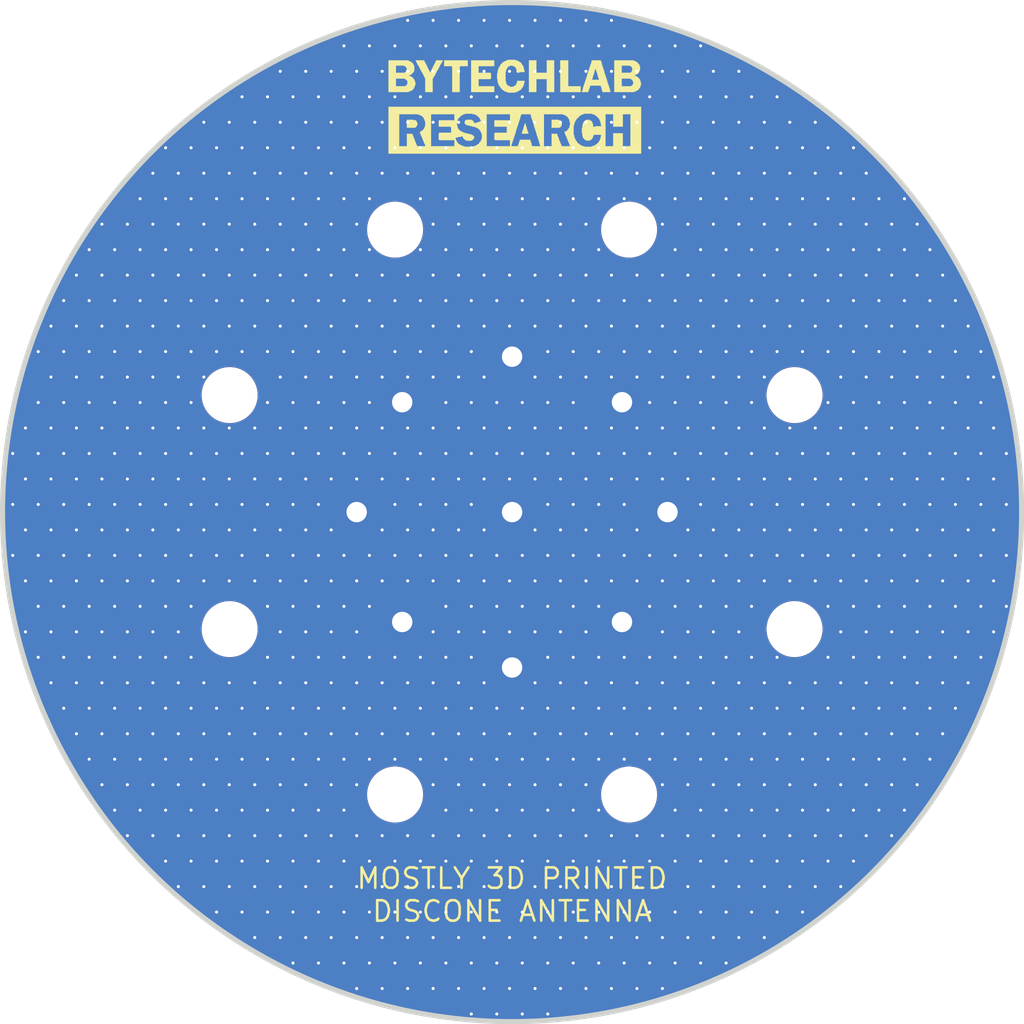
<source format=kicad_pcb>
(kicad_pcb (version 20241229) (generator "pcbnew") (generator_version "9.0")
  (layers (0 "F.Cu" signal "Top Layer") (2 "B.Cu" signal "Bottom Layer") (13 "F.Paste" user "Top Paste") (15 "B.Paste" user "Bottom Paste") (5 "F.SilkS" user "Top Overlay") (7 "B.SilkS" user "Bottom Overlay") (1 "F.Mask" user "Top Solder") (3 "B.Mask" user "Bottom Solder") (25 "Edge.Cuts" user))
  (property "AUTHOR" "Andrzej Laczewski")
  (property "PROJECT_NAME" "Mostly 3D Printed Discone Antenna")
  (net 0 "")
  (net 1 "GND")
  (footprint "" (layer "F.Cu") (at 137.71772 94.22022)
    (property "Reference" "" (at 0 0 0) (layer "F.SilkS") (effects (font (size 1.27 1.27))))
    (property "Value" "")
    (pad "1" thru_hole circle (at 0 0) (size 4 4) (drill 2) (layers "*.Cu" "*.Mask") (net 1 "GND"))
  )
  (footprint "" (layer "F.Cu") (at 159.9816 132.71999)
    (property "Reference" "" (at 0 0 0) (layer "F.SilkS") (effects (font (size 1.27 1.27))))
    (property "Value" "")
    (pad "" np_thru_hole circle (at 0 0) (size 5 5) (drill 5) (layers "*.Cu" "*.Mask"))
  )
  (footprint "" (layer "F.Cu") (at 120.78471 93.5231)
    (property "Reference" "" (at 0 0 0) (layer "F.SilkS") (effects (font (size 1.27 1.27))))
    (property "Value" "")
    (pad "" np_thru_hole circle (at 0 0) (size 5 5) (drill 5) (layers "*.Cu" "*.Mask"))
  )
  (footprint "" (layer "F.Cu") (at 148.5011 89.7536)
    (property "Reference" "" (at 0 0 0) (layer "F.SilkS") (effects (font (size 1.27 1.27))))
    (property "Value" "")
    (pad "1" thru_hole circle (at 0 0) (size 4 4) (drill 2) (layers "*.Cu" "*.Mask") (net 1 "GND"))
  )
  (footprint "" (layer "F.Cu") (at 176.21749 116.4841)
    (property "Reference" "" (at 0 0 0) (layer "F.SilkS") (effects (font (size 1.27 1.27))))
    (property "Value" "")
    (pad "" np_thru_hole circle (at 0 0) (size 5 5) (drill 5) (layers "*.Cu" "*.Mask"))
  )
  (footprint "" (layer "F.Cu") (at 159.9816 77.28721)
    (property "Reference" "" (at 0 0 0) (layer "F.SilkS") (effects (font (size 1.27 1.27))))
    (property "Value" "")
    (pad "" np_thru_hole circle (at 0 0) (size 5 5) (drill 5) (layers "*.Cu" "*.Mask"))
  )
  (footprint "" (layer "F.Cu") (at 133.2511 105.0036)
    (property "Reference" "" (at 0 0 0) (layer "F.SilkS") (effects (font (size 1.27 1.27))))
    (property "Value" "")
    (pad "1" thru_hole circle (at 0 0) (size 4 4) (drill 2) (layers "*.Cu" "*.Mask") (net 1 "GND"))
  )
  (footprint "" (layer "F.Cu") (at 176.21749 93.5231)
    (property "Reference" "" (at 0 0 0) (layer "F.SilkS") (effects (font (size 1.27 1.27))))
    (property "Value" "")
    (pad "" np_thru_hole circle (at 0 0) (size 5 5) (drill 5) (layers "*.Cu" "*.Mask"))
  )
  (footprint "" (layer "F.Cu") (at 137.0206 77.28721)
    (property "Reference" "" (at 0 0 0) (layer "F.SilkS") (effects (font (size 1.27 1.27))))
    (property "Value" "")
    (pad "" np_thru_hole circle (at 0 0) (size 5 5) (drill 5) (layers "*.Cu" "*.Mask"))
  )
  (footprint "" (layer "F.Cu") (at 137.71772 115.78698)
    (property "Reference" "" (at 0 0 0) (layer "F.SilkS") (effects (font (size 1.27 1.27))))
    (property "Value" "")
    (pad "1" thru_hole circle (at 0 0) (size 4 4) (drill 2) (layers "*.Cu" "*.Mask") (net 1 "GND"))
  )
  (footprint "" (layer "F.Cu") (at 148.5011 120.2536)
    (property "Reference" "" (at 0 0 0) (layer "F.SilkS") (effects (font (size 1.27 1.27))))
    (property "Value" "")
    (pad "1" thru_hole circle (at 0 0) (size 4 4) (drill 2) (layers "*.Cu" "*.Mask") (net 1 "GND"))
  )
  (footprint "" (layer "F.Cu") (at 120.78471 116.4841)
    (property "Reference" "" (at 0 0 0) (layer "F.SilkS") (effects (font (size 1.27 1.27))))
    (property "Value" "")
    (pad "" np_thru_hole circle (at 0 0) (size 5 5) (drill 5) (layers "*.Cu" "*.Mask"))
  )
  (footprint "" (layer "F.Cu") (at 148.5011 105.0036)
    (property "Reference" "" (at 0 0 0) (layer "F.SilkS") (effects (font (size 1.27 1.27))))
    (property "Value" "")
    (pad "1" thru_hole circle (at 0 0) (size 4 4) (drill 2) (layers "*.Cu" "*.Mask") (net 1 "GND"))
  )
  (footprint "" (layer "F.Cu") (at 159.28448 115.78698)
    (property "Reference" "" (at 0 0 0) (layer "F.SilkS") (effects (font (size 1.27 1.27))))
    (property "Value" "")
    (pad "1" thru_hole circle (at 0 0) (size 4 4) (drill 2) (layers "*.Cu" "*.Mask") (net 1 "GND"))
  )
  (footprint "" (layer "F.Cu") (at 163.7511 105.0036)
    (property "Reference" "" (at 0 0 0) (layer "F.SilkS") (effects (font (size 1.27 1.27))))
    (property "Value" "")
    (pad "1" thru_hole circle (at 0 0) (size 4 4) (drill 2) (layers "*.Cu" "*.Mask") (net 1 "GND"))
  )
  (footprint "" (layer "F.Cu") (at 137.0206 132.71999)
    (property "Reference" "" (at 0 0 0) (layer "F.SilkS") (effects (font (size 1.27 1.27))))
    (property "Value" "")
    (pad "" np_thru_hole circle (at 0 0) (size 5 5) (drill 5) (layers "*.Cu" "*.Mask"))
  )
  (footprint "" (layer "F.Cu") (at 159.28448 94.22022)
    (property "Reference" "" (at 0 0 0) (layer "F.SilkS") (effects (font (size 1.27 1.27))))
    (property "Value" "")
    (pad "1" thru_hole circle (at 0 0) (size 4 4) (drill 2) (layers "*.Cu" "*.Mask") (net 1 "GND"))
  )
  (gr_poly (pts (xy 149.5651 67.5056) (xy 149.5651 67.3996) (xy 149.6181 67.3996) (xy 149.6181 67.1876) (xy 149.6711 67.1876) (xy 149.6711 67.0286) (xy 149.7241 67.0286) (xy 149.7241 66.8696) (xy 149.8301 66.8696) (xy 149.8301 67.0286) (xy 149.8831 67.0286) (xy 149.8831 67.1876) (xy 149.9361 67.1876) (xy 149.9361 67.3996) (xy 149.9891 67.3996) (xy 149.9891 67.5586) (xy 150.0421 67.5586) (xy 150.0421 67.7176) (xy 150.0951 67.7176) (xy 150.0951 67.8766) (xy 149.4591 67.8766) (xy 149.4591 67.7176) (xy 149.5121 67.7176) (xy 149.5121 67.5586) (xy 149.5651 67.5586)) (fill yes) (layer "F.SilkS"))
  (gr_poly (pts (xy 139.0181 60.6686) (xy 139.8661 60.6686) (xy 139.8661 60.7216) (xy 139.9191 60.7216) (xy 139.9191 60.8276) (xy 139.9721 60.8276) (xy 139.9721 60.9336) (xy 140.0251 60.9336) (xy 140.0251 61.0396) (xy 140.0781 61.0396) (xy 140.0781 61.1456) (xy 140.1311 61.1456) (xy 140.1311 61.2516) (xy 140.1841 61.2516) (xy 140.1841 61.3576) (xy 140.2371 61.3576) (xy 140.2371 61.4636) (xy 140.2901 61.4636) (xy 140.2901 61.5696) (xy 140.3431 61.5696) (xy 140.3431 61.6756) (xy 140.3961 61.6756) (xy 140.3961 61.7816) (xy 140.4491 61.7816) (xy 140.4491 61.8346) (xy 140.5021 61.8346) (xy 140.5021 61.7286) (xy 140.5551 61.7286) (xy 140.5551 61.6226) (xy 140.6081 61.6226) (xy 140.6081 61.5166) (xy 140.6611 61.5166) (xy 140.6611 61.4106) (xy 140.7141 61.4106) (xy 140.7141 61.3046) (xy 140.7671 61.3046) (xy 140.7671 61.1986) (xy 140.8201 61.1986) (xy 140.8201 61.0926) (xy 140.8731 61.0926) (xy 140.8731 60.9866) (xy 140.9261 60.9866) (xy 140.9261 60.8806) (xy 140.9791 60.8806) (xy 140.9791 60.7746) (xy 141.0321 60.7746) (xy 141.0321 60.6686) (xy 141.7211 60.6686) (xy 141.7211 60.7216) (xy 141.6681 60.7216) (xy 141.6681 60.8276) (xy 141.6151 60.8276) (xy 141.6151 60.9336) (xy 141.5621 60.9336) (xy 141.5621 61.0396) (xy 141.5091 61.0396) (xy 141.5091 61.0926) (xy 141.4561 61.0926) (xy 141.4561 61.1986) (xy 141.4031 61.1986) (xy 141.4031 61.3046) (xy 141.3501 61.3046) (xy 141.3501 61.4106) (xy 141.2971 61.4106) (xy 141.2971 61.5166) (xy 141.2441 61.5166) (xy 141.2441 61.6226) (xy 141.1911 61.6226) (xy 141.1911 61.6756) (xy 141.1381 61.6756) (xy 141.1381 61.7816) (xy 141.0851 61.7816) (xy 141.0851 61.8876) (xy 141.0321 61.8876) (xy 141.0321 61.9936) (xy 140.9791 61.9936) (xy 140.9791 62.0996) (xy 140.9261 62.0996) (xy 140.9261 62.2056) (xy 140.8731 62.2056) (xy 140.8731 62.2586) (xy 140.8201 62.2586) (xy 140.8201 62.3646) (xy 140.7671 62.3646) (xy 140.7671 62.4706) (xy 140.7141 62.4706) (xy 140.7141 63.7956) (xy 139.9721 63.7956) (xy 139.9721 62.4176) (xy 139.9191 62.4176) (xy 139.9191 62.3116) (xy 139.8661 62.3116) (xy 139.8661 62.2056) (xy 139.8131 62.2056) (xy 139.8131 62.0996) (xy 139.7601 62.0996) (xy 139.7601 61.9936) (xy 139.7071 61.9936) (xy 139.7071 61.8876) (xy 139.6541 61.8876) (xy 139.6541 61.8346) (xy 139.6011 61.8346) (xy 139.6011 61.7286) (xy 139.5481 61.7286) (xy 139.5481 61.6226) (xy 139.4951 61.6226) (xy 139.4951 61.5166) (xy 139.4421 61.5166) (xy 139.4421 61.4106) (xy 139.3891 61.4106) (xy 139.3891 61.3046) (xy 139.3361 61.3046) (xy 139.3361 61.1986) (xy 139.2831 61.1986) (xy 139.2831 61.1456) (xy 139.2301 61.1456) (xy 139.2301 61.0396) (xy 139.1771 61.0396) (xy 139.1771 60.9336) (xy 139.1241 60.9336) (xy 139.1241 60.8276) (xy 139.0711 60.8276) (xy 139.0711 60.7216) (xy 139.0181 60.7216)) (fill yes) (layer "F.SilkS"))
  (gr_poly (pts (xy 148.9291 60.6686) (xy 148.9821 60.6686) (xy 148.9821 60.7216) (xy 149.1411 60.7216) (xy 149.1411 60.7746) (xy 149.1941 60.7746) (xy 149.1941 60.8276) (xy 149.3001 60.8276) (xy 149.3001 60.8806) (xy 149.3531 60.8806) (xy 149.3531 60.9336) (xy 149.4061 60.9336) (xy 149.4061 60.9866) (xy 149.4591 60.9866) (xy 149.4591 61.0926) (xy 149.5121 61.0926) (xy 149.5121 61.1456) (xy 149.5651 61.1456) (xy 149.5651 61.2516) (xy 149.6181 61.2516) (xy 149.6181 61.4106) (xy 149.6711 61.4106) (xy 149.6711 61.6226) (xy 149.7241 61.6226) (xy 149.7241 61.8346) (xy 149.2471 61.8346) (xy 149.2471 61.8876) (xy 148.9821 61.8876) (xy 148.9821 61.8346) (xy 148.9291 61.8346) (xy 148.9291 61.5166) (xy 148.8761 61.5166) (xy 148.8761 61.4106) (xy 148.8231 61.4106) (xy 148.8231 61.3576) (xy 148.7701 61.3576) (xy 148.7701 61.3046) (xy 148.7171 61.3046) (xy 148.7171 61.2516) (xy 148.5581 61.2516) (xy 148.5581 61.1986) (xy 148.2931 61.1986) (xy 148.2931 61.2516) (xy 148.1871 61.2516) (xy 148.1871 61.3046) (xy 148.0811 61.3046) (xy 148.0811 61.4106) (xy 148.0281 61.4106) (xy 148.0281 61.4636) (xy 147.9751 61.4636) (xy 147.9751 61.5696) (xy 147.9221 61.5696) (xy 147.9221 61.7816) (xy 147.8691 61.7816) (xy 147.8691 62.7356) (xy 147.9221 62.7356) (xy 147.9221 62.9476) (xy 147.9751 62.9476) (xy 147.9751 63.0536) (xy 148.0281 63.0536) (xy 148.0281 63.1066) (xy 148.0811 63.1066) (xy 148.0811 63.1596) (xy 148.1871 63.1596) (xy 148.1871 63.2126) (xy 148.2931 63.2126) (xy 148.2931 63.2656) (xy 148.6111 63.2656) (xy 148.6111 63.2126) (xy 148.7171 63.2126) (xy 148.7171 63.1596) (xy 148.8231 63.1596) (xy 148.8231 63.1066) (xy 148.8761 63.1066) (xy 148.8761 63.0006) (xy 148.9291 63.0006) (xy 148.9291 62.8946) (xy 148.9821 62.8946) (xy 148.9821 62.6826) (xy 149.7241 62.6826) (xy 149.7241 62.8946) (xy 149.6711 62.8946) (xy 149.6711 63.1066) (xy 149.6181 63.1066) (xy 149.6181 63.2126) (xy 149.5651 63.2126) (xy 149.5651 63.3186) (xy 149.5121 63.3186) (xy 149.5121 63.3716) (xy 149.4591 63.3716) (xy 149.4591 63.4776) (xy 149.4061 63.4776) (xy 149.4061 63.5306) (xy 149.3531 63.5306) (xy 149.3531 63.5836) (xy 149.2471 63.5836) (xy 149.2471 63.6366) (xy 149.1941 63.6366) (xy 149.1941 63.6896) (xy 149.0881 63.6896) (xy 149.0881 63.7426) (xy 148.9821 63.7426) (xy 148.9821 63.7956) (xy 148.8231 63.7956) (xy 148.8231 63.8486) (xy 148.0811 63.8486) (xy 148.0811 63.7956) (xy 147.9221 63.7956) (xy 147.9221 63.7426) (xy 147.7631 63.7426) (xy 147.7631 63.6896) (xy 147.7101 63.6896) (xy 147.7101 63.6366) (xy 147.6041 63.6366) (xy 147.6041 63.5836) (xy 147.5511 63.5836) (xy 147.5511 63.5306) (xy 147.4981 63.5306) (xy 147.4981 63.4776) (xy 147.4451 63.4776) (xy 147.4451 63.4246) (xy 147.3921 63.4246) (xy 147.3921 63.3716) (xy 147.3391 63.3716) (xy 147.3391 63.2656) (xy 147.2861 63.2656) (xy 147.2861 63.2126) (xy 147.2331 63.2126) (xy 147.2331 63.1066) (xy 147.1801 63.1066) (xy 147.1801 63.0006) (xy 147.1271 63.0006) (xy 147.1271 62.8416) (xy 147.0741 62.8416) (xy 147.0741 62.5236) (xy 147.0211 62.5236) (xy 147.0211 61.9406) (xy 147.0741 61.9406) (xy 147.0741 61.6756) (xy 147.1271 61.6756) (xy 147.1271 61.5166) (xy 147.1801 61.5166) (xy 147.1801 61.3576) (xy 147.2331 61.3576) (xy 147.2331 61.3046) (xy 147.2861 61.3046) (xy 147.2861 61.1986) (xy 147.3391 61.1986) (xy 147.3391 61.0926) (xy 147.3921 61.0926) (xy 147.3921 61.0396) (xy 147.4451 61.0396) (xy 147.4451 60.9866) (xy 147.4981 60.9866) (xy 147.4981 60.9336) (xy 147.5511 60.9336) (xy 147.5511 60.8806) (xy 147.6041 60.8806) (xy 147.6041 60.8276) (xy 147.7101 60.8276) (xy 147.7101 60.7746) (xy 147.8161 60.7746) (xy 147.8161 60.7216) (xy 147.9221 60.7216) (xy 147.9221 60.6686) (xy 148.0811 60.6686) (xy 148.0811 60.6156) (xy 148.8231 60.6156) (xy 148.8231 60.6686) (xy 148.8761 60.6686)) (fill yes) (layer "F.SilkS"))
  (gr_poly (pts (xy 138.3291 60.7216) (xy 138.4351 60.7216) (xy 138.4351 60.7746) (xy 138.5411 60.7746) (xy 138.5411 60.8276) (xy 138.6471 60.8276) (xy 138.6471 60.8806) (xy 138.7001 60.8806) (xy 138.7001 60.9336) (xy 138.7531 60.9336) (xy 138.7531 60.9866) (xy 138.8061 60.9866) (xy 138.8061 61.0926) (xy 138.8591 61.0926) (xy 138.8591 61.1986) (xy 138.9121 61.1986) (xy 138.9121 61.7286) (xy 138.8591 61.7286) (xy 138.8591 61.8346) (xy 138.8061 61.8346) (xy 138.8061 61.8876) (xy 138.7531 61.8876) (xy 138.7531 61.9406) (xy 138.7001 61.9406) (xy 138.7001 61.9936) (xy 138.6471 61.9936) (xy 138.6471 62.0466) (xy 138.5941 62.0466) (xy 138.5941 62.0996) (xy 138.4881 62.0996) (xy 138.4881 62.1526) (xy 138.3821 62.1526) (xy 138.3821 62.2056) (xy 138.5411 62.2056) (xy 138.5411 62.2586) (xy 138.6471 62.2586) (xy 138.6471 62.3116) (xy 138.7001 62.3116) (xy 138.7001 62.3646) (xy 138.7531 62.3646) (xy 138.7531 62.4176) (xy 138.8061 62.4176) (xy 138.8061 62.4706) (xy 138.8591 62.4706) (xy 138.8591 62.5236) (xy 138.9121 62.5236) (xy 138.9121 62.6296) (xy 138.9651 62.6296) (xy 138.9651 62.7886) (xy 139.0181 62.7886) (xy 139.0181 63.1066) (xy 138.9651 63.1066) (xy 138.9651 63.2656) (xy 138.9121 63.2656) (xy 138.9121 63.3716) (xy 138.8591 63.3716) (xy 138.8591 63.4776) (xy 138.8061 63.4776) (xy 138.8061 63.5306) (xy 138.7531 63.5306) (xy 138.7531 63.5836) (xy 138.7001 63.5836) (xy 138.7001 63.6366) (xy 138.5941 63.6366) (xy 138.5941 63.6896) (xy 138.4881 63.6896) (xy 138.4881 63.7426) (xy 138.3291 63.7426) (xy 138.3291 63.7956) (xy 136.3681 63.7956) (xy 136.3681 63.2126) (xy 137.1101 63.2126) (xy 138.0111 63.2126) (xy 138.0111 63.1596) (xy 138.1171 63.1596) (xy 138.1171 63.1066) (xy 138.1701 63.1066) (xy 138.1701 63.0006) (xy 138.2231 63.0006) (xy 138.2231 62.6826) (xy 138.1701 62.6826) (xy 138.1701 62.6296) (xy 138.1171 62.6296) (xy 138.1171 62.5766) (xy 138.0641 62.5766) (xy 138.0641 62.5236) (xy 137.9581 62.5236) (xy 137.9581 62.4706) (xy 137.1101 62.4706) (xy 137.1101 63.2126) (xy 136.3681 63.2126) (xy 136.3681 61.8876) (xy 137.1101 61.8876) (xy 137.9581 61.8876) (xy 137.9581 61.8346) (xy 138.0641 61.8346) (xy 138.0641 61.7816) (xy 138.1171 61.7816) (xy 138.1171 61.6226) (xy 138.1701 61.6226) (xy 138.1701 61.4636) (xy 138.1171 61.4636) (xy 138.1171 61.3576) (xy 138.0641 61.3576) (xy 138.0641 61.3046) (xy 138.0111 61.3046) (xy 138.0111 61.2516) (xy 137.9051 61.2516) (xy 137.9051 61.1986) (xy 137.1101 61.1986) (xy 137.1101 61.8876) (xy 136.3681 61.8876) (xy 136.3681 60.6686) (xy 138.3291 60.6686)) (fill yes) (layer "F.SilkS"))
  (gr_poly (pts (xy 160.4301 60.7216) (xy 160.5891 60.7216) (xy 160.5891 60.7746) (xy 160.6951 60.7746) (xy 160.6951 60.8276) (xy 160.7481 60.8276) (xy 160.7481 60.8806) (xy 160.8541 60.8806) (xy 160.8541 60.9866) (xy 160.9071 60.9866) (xy 160.9071 61.0396) (xy 160.9601 61.0396) (xy 160.9601 61.0926) (xy 161.0131 61.0926) (xy 161.0131 61.2516) (xy 161.0661 61.2516) (xy 161.0661 61.6756) (xy 161.0131 61.6756) (xy 161.0131 61.7816) (xy 160.9601 61.7816) (xy 160.9601 61.8876) (xy 160.9071 61.8876) (xy 160.9071 61.9406) (xy 160.8541 61.9406) (xy 160.8541 61.9936) (xy 160.8011 61.9936) (xy 160.8011 62.0466) (xy 160.6951 62.0466) (xy 160.6951 62.0996) (xy 160.5891 62.0996) (xy 160.5891 62.1526) (xy 160.5361 62.1526) (xy 160.5361 62.2056) (xy 160.6951 62.2056) (xy 160.6951 62.2586) (xy 160.8011 62.2586) (xy 160.8011 62.3116) (xy 160.8541 62.3116) (xy 160.8541 62.3646) (xy 160.9071 62.3646) (xy 160.9071 62.4176) (xy 160.9601 62.4176) (xy 160.9601 62.4706) (xy 161.0131 62.4706) (xy 161.0131 62.5236) (xy 161.0661 62.5236) (xy 161.0661 62.6826) (xy 161.1191 62.6826) (xy 161.1191 62.8946) (xy 161.1721 62.8946) (xy 161.1721 63.0536) (xy 161.1191 63.0536) (xy 161.1191 63.2656) (xy 161.0661 63.2656) (xy 161.0661 63.3716) (xy 161.0131 63.3716) (xy 161.0131 63.4246) (xy 160.9601 63.4246) (xy 160.9601 63.5306) (xy 160.9071 63.5306) (xy 160.9071 63.5836) (xy 160.8011 63.5836) (xy 160.8011 63.6366) (xy 160.7481 63.6366) (xy 160.7481 63.6896) (xy 160.6421 63.6896) (xy 160.6421 63.7426) (xy 160.4831 63.7426) (xy 160.4831 63.7956) (xy 158.5221 63.7956) (xy 158.5221 63.2126) (xy 159.2641 63.2126) (xy 160.1651 63.2126) (xy 160.1651 63.1596) (xy 160.2711 63.1596) (xy 160.2711 63.1066) (xy 160.3241 63.1066) (xy 160.3241 63.0006) (xy 160.3771 63.0006) (xy 160.3771 62.7356) (xy 160.3241 62.7356) (xy 160.3241 62.6296) (xy 160.2711 62.6296) (xy 160.2711 62.5766) (xy 160.2181 62.5766) (xy 160.2181 62.5236) (xy 160.1121 62.5236) (xy 160.1121 62.4706) (xy 159.2641 62.4706) (xy 159.2641 63.2126) (xy 158.5221 63.2126) (xy 158.5221 61.4636) (xy 159.2641 61.4636) (xy 159.2641 61.5166) (xy 159.2641 61.8876) (xy 160.1121 61.8876) (xy 160.1121 61.8346) (xy 160.2181 61.8346) (xy 160.2181 61.7286) (xy 160.2711 61.7286) (xy 160.2711 61.5696) (xy 160.3241 61.5696) (xy 160.3241 61.5166) (xy 160.2711 61.5166) (xy 160.2711 61.3576) (xy 160.2181 61.3576) (xy 160.2181 61.3046) (xy 160.1651 61.3046) (xy 160.1651 61.2516) (xy 160.0591 61.2516) (xy 160.0591 61.1986) (xy 159.2641 61.1986) (xy 159.2641 61.4636) (xy 158.5221 61.4636) (xy 158.5221 60.6686) (xy 160.4301 60.6686)) (fill yes) (layer "F.SilkS"))
  (gr_poly (pts (xy 153.2221 62.1526) (xy 153.2221 60.6686) (xy 154.0171 60.6686) (xy 154.0171 63.2126) (xy 155.2361 63.2126) (xy 155.2361 63.7956) (xy 153.2221 63.7956) (xy 153.2221 62.2056)) (fill yes) (layer "F.SilkS"))
  (gr_poly (pts (xy 161.1721 69.8376) (xy 136.3681 69.8376) (xy 136.3681 66.8166) (xy 137.4281 66.8166) (xy 137.4281 66.8696) (xy 137.4281 69.0956) (xy 138.1701 69.0956) (xy 138.1701 67.8766) (xy 138.7001 67.8766) (xy 138.7001 67.9296) (xy 138.7531 67.9296) (xy 138.7531 68.0356) (xy 138.8061 68.0356) (xy 138.8061 68.1946) (xy 138.8591 68.1946) (xy 138.8591 68.3006) (xy 138.9121 68.3006) (xy 138.9121 68.4596) (xy 138.9651 68.4596) (xy 138.9651 68.6186) (xy 139.0181 68.6186) (xy 139.0181 68.7246) (xy 139.0711 68.7246) (xy 139.0711 68.8836) (xy 139.1241 68.8836) (xy 139.1241 68.9896) (xy 139.1771 68.9896) (xy 139.1771 69.0956) (xy 139.9721 69.0956) (xy 140.5551 69.0956) (xy 142.8341 69.0956) (xy 142.8341 68.5126) (xy 141.3501 68.5126) (xy 141.3501 68.4596) (xy 141.2971 68.4596) (xy 141.2971 68.3006) (xy 142.9401 68.3006) (xy 142.9401 68.3536) (xy 142.9931 68.3536) (xy 142.9931 68.5126) (xy 143.0461 68.5126) (xy 143.0461 68.6186) (xy 143.0991 68.6186) (xy 143.0991 68.6716) (xy 143.1521 68.6716) (xy 143.1521 68.7776) (xy 143.2051 68.7776) (xy 143.2051 68.8306) (xy 143.2581 68.8306) (xy 143.2581 68.8836) (xy 143.3641 68.8836) (xy 143.3641 68.9366) (xy 143.4171 68.9366) (xy 143.4171 68.9896) (xy 143.5231 68.9896) (xy 143.5231 69.0426) (xy 143.6821 69.0426) (xy 143.6821 69.0956) (xy 143.8411 69.0956) (xy 143.8411 69.1486) (xy 144.6361 69.1486) (xy 144.6361 69.0956) (xy 144.8481 69.0956) (xy 146.0141 69.0956) (xy 148.2931 69.0956) (xy 148.2931 68.8836) (xy 148.4521 68.8836) (xy 148.4521 69.0956) (xy 149.0881 69.0956) (xy 149.0881 68.9366) (xy 149.1411 68.9366) (xy 149.1411 68.7776) (xy 149.1941 68.7776) (xy 149.1941 68.6186) (xy 149.2471 68.6186) (xy 149.2471 68.4596) (xy 150.3071 68.4596) (xy 150.3071 68.6186) (xy 150.3601 68.6186) (xy 150.3601 68.7776) (xy 150.4131 68.7776) (xy 150.4131 68.9896) (xy 150.4661 68.9896) (xy 150.4661 69.0956) (xy 151.2611 69.0956) (xy 151.6321 69.0956) (xy 152.3741 69.0956) (xy 152.3741 67.8766) (xy 152.9041 67.8766) (xy 152.9041 67.9296) (xy 152.9571 67.9296) (xy 152.9571 68.0886) (xy 153.0101 68.0886) (xy 153.0101 68.1946) (xy 153.0631 68.1946) (xy 153.0631 68.3536) (xy 153.1161 68.3536) (xy 153.1161 68.5126) (xy 153.1691 68.5126) (xy 153.1691 68.6186) (xy 153.2221 68.6186) (xy 153.2221 68.7776) (xy 153.2751 68.7776) (xy 153.2751 68.8836) (xy 153.3281 68.8836) (xy 153.3281 69.0426) (xy 153.3811 69.0426) (xy 153.3811 69.0956) (xy 154.1761 69.0956) (xy 154.1761 68.9896) (xy 154.1231 68.9896) (xy 154.1231 68.8306) (xy 154.0701 68.8306) (xy 154.0701 68.7246) (xy 154.0171 68.7246) (xy 154.0171 68.6186) (xy 153.9641 68.6186) (xy 153.9641 68.4596) (xy 153.9111 68.4596) (xy 153.9111 68.3536) (xy 153.8581 68.3536) (xy 153.8581 68.1946) (xy 153.8051 68.1946) (xy 153.8051 68.1416) (xy 153.8051 68.0886) (xy 153.7521 68.0886) (xy 153.7521 67.9826) (xy 153.6991 67.9826) (xy 153.6991 67.8236) (xy 153.6461 67.8236) (xy 153.6461 67.6646) (xy 153.7521 67.6646) (xy 153.7521 67.6116) (xy 153.8581 67.6116) (xy 153.8581 67.5586) (xy 153.9111 67.5586) (xy 153.9111 67.5056) (xy 153.9641 67.5056) (xy 153.9641 67.4526) (xy 154.0171 67.4526) (xy 154.0171 67.3466) (xy 154.0701 67.3466) (xy 154.0701 67.2936) (xy 154.1231 67.2936) (xy 154.1231 67.0816) (xy 154.1761 67.0816) (xy 154.5471 67.0816) (xy 154.5471 67.9826) (xy 154.6001 67.9826) (xy 154.6001 68.1946) (xy 154.6531 68.1946) (xy 154.6531 68.3536) (xy 154.7061 68.3536) (xy 154.7061 68.4596) (xy 154.7591 68.4596) (xy 154.7591 68.5656) (xy 154.8121 68.5656) (xy 154.8121 68.6186) (xy 154.8651 68.6186) (xy 154.8651 68.6716) (xy 154.9181 68.6716) (xy 154.9181 68.7776) (xy 154.9711 68.7776) (xy 154.9711 68.8306) (xy 155.0771 68.8306) (xy 155.0771 68.8836) (xy 155.1301 68.8836) (xy 155.1301 68.9366) (xy 155.1831 68.9366) (xy 155.1831 68.9896) (xy 155.2891 68.9896) (xy 155.2891 69.0426) (xy 155.3951 69.0426) (xy 155.3951 69.0956) (xy 155.6071 69.0956) (xy 155.6071 69.1486) (xy 156.2961 69.1486) (xy 156.2961 69.0956) (xy 156.4551 69.0956) (xy 157.6741 69.0956) (xy 158.4161 69.0956) (xy 158.4161 67.8236) (xy 159.3701 67.8236) (xy 159.3701 69.0956) (xy 160.1121 69.0956) (xy 160.1121 65.9686) (xy 159.3701 65.9686) (xy 159.3701 67.1876) (xy 158.4161 67.1876) (xy 158.4161 65.9686) (xy 157.6741 65.9686) (xy 157.6741 69.0956) (xy 156.4551 69.0956) (xy 156.4551 69.0426) (xy 156.6141 69.0426) (xy 156.6141 68.9896) (xy 156.6671 68.9896) (xy 156.6671 68.9366) (xy 156.7731 68.9366) (xy 156.7731 68.8836) (xy 156.8261 68.8836) (xy 156.8261 68.8306) (xy 156.8791 68.8306) (xy 156.8791 68.7776) (xy 156.9321 68.7776) (xy 156.9321 68.7246) (xy 156.9851 68.7246) (xy 156.9851 68.6716) (xy 157.0381 68.6716) (xy 157.0381 68.5656) (xy 157.0911 68.5656) (xy 157.0911 68.4596) (xy 157.1441 68.4596) (xy 157.1441 68.3006) (xy 157.1971 68.3006) (xy 157.1971 68.0886) (xy 157.2501 68.0886) (xy 157.2501 68.0356) (xy 157.1971 68.0356) (xy 157.1971 67.9826) (xy 156.5081 67.9826) (xy 156.5081 68.0886) (xy 156.4551 68.0886) (xy 156.4551 68.2476) (xy 156.4021 68.2476) (xy 156.4021 68.3536) (xy 156.3491 68.3536) (xy 156.3491 68.4066) (xy 156.2961 68.4066) (xy 156.2961 68.4596) (xy 156.2431 68.4596) (xy 156.2431 68.5126) (xy 156.0841 68.5126) (xy 156.0841 68.5656) (xy 155.8191 68.5656) (xy 155.8191 68.5126) (xy 155.6601 68.5126) (xy 155.6601 68.4596) (xy 155.6071 68.4596) (xy 155.6071 68.4066) (xy 155.5541 68.4066) (xy 155.5541 68.3536) (xy 155.5011 68.3536) (xy 155.5011 68.3006) (xy 155.4481 68.3006) (xy 155.4481 68.1416) (xy 155.3951 68.1416) (xy 155.3951 67.8236) (xy 155.3421 67.8236) (xy 155.3421 67.2936) (xy 155.3951 67.2936) (xy 155.3951 66.9756) (xy 155.4481 66.9756) (xy 155.4481 66.8166) (xy 155.5011 66.8166) (xy 155.5011 66.7106) (xy 155.5541 66.7106) (xy 155.5541 66.6576) (xy 155.6071 66.6576) (xy 155.6071 66.6046) (xy 155.6601 66.6046) (xy 155.6601 66.5516) (xy 155.7661 66.5516) (xy 155.7661 66.4986) (xy 156.0841 66.4986) (xy 156.0841 66.5516) (xy 156.1901 66.5516) (xy 156.1901 66.6046) (xy 156.2961 66.6046) (xy 156.2961 66.6576) (xy 156.3491 66.6576) (xy 156.3491 66.7636) (xy 156.4021 66.7636) (xy 156.4021 66.9226) (xy 156.4551 66.9226) (xy 156.4551 67.1876) (xy 156.6671 67.1876) (xy 156.6671 67.1346) (xy 157.2501 67.1346) (xy 157.2501 67.0286) (xy 157.1971 67.0286) (xy 157.1971 66.7636) (xy 157.1441 66.7636) (xy 157.1441 66.6046) (xy 157.0911 66.6046) (xy 157.0911 66.4986) (xy 157.0381 66.4986) (xy 157.0381 66.3926) (xy 156.9851 66.3926) (xy 156.9851 66.3396) (xy 156.9321 66.3396) (xy 156.9321 66.2866) (xy 156.8791 66.2866) (xy 156.8791 66.2336) (xy 156.8261 66.2336) (xy 156.8261 66.1806) (xy 156.7731 66.1806) (xy 156.7731 66.1276) (xy 156.7201 66.1276) (xy 156.7201 66.0746) (xy 156.6141 66.0746) (xy 156.6141 66.0216) (xy 156.5081 66.0216) (xy 156.5081 65.9686) (xy 156.3491 65.9686) (xy 156.3491 65.9156) (xy 155.5541 65.9156) (xy 155.5541 65.9686) (xy 155.3951 65.9686) (xy 155.3951 66.0216) (xy 155.2891 66.0216) (xy 155.2891 66.0746) (xy 155.1831 66.0746) (xy 155.1831 66.1276) (xy 155.1301 66.1276) (xy 155.1301 66.1806) (xy 155.0771 66.1806) (xy 155.0771 66.2336) (xy 155.0241 66.2336) (xy 155.0241 66.2866) (xy 154.9711 66.2866) (xy 154.9711 66.3396) (xy 154.9181 66.3396) (xy 154.9181 66.3926) (xy 154.8651 66.3926) (xy 154.8651 66.4456) (xy 154.8121 66.4456) (xy 154.8121 66.5516) (xy 154.7591 66.5516) (xy 154.7591 66.6046) (xy 154.7061 66.6046) (xy 154.7061 66.7106) (xy 154.6531 66.7106) (xy 154.6531 66.8696) (xy 154.6001 66.8696) (xy 154.6001 67.0816) (xy 154.5471 67.0816) (xy 154.1761 67.0816) (xy 154.1761 66.7106) (xy 154.1231 66.7106) (xy 154.1231 66.4986) (xy 154.0701 66.4986) (xy 154.0701 66.3926) (xy 154.0171 66.3926) (xy 154.0171 66.3396) (xy 153.9641 66.3396) (xy 153.9641 66.2336) (xy 153.9111 66.2336) (xy 153.9111 66.1806) (xy 153.8051 66.1806) (xy 153.8051 66.1276) (xy 153.7521 66.1276) (xy 153.7521 66.0746) (xy 153.6461 66.0746) (xy 153.6461 66.0216) (xy 153.4871 66.0216) (xy 153.4871 65.9686) (xy 151.6321 65.9686) (xy 151.6321 69.0956) (xy 151.2611 69.0956) (xy 151.2611 68.9896) (xy 151.2081 68.9896) (xy 151.2081 68.8306) (xy 151.1551 68.8306) (xy 151.1551 68.6186) (xy 151.1021 68.6186) (xy 151.1021 68.4596) (xy 151.0491 68.4596) (xy 151.0491 68.3006) (xy 150.9961 68.3006) (xy 150.9961 68.1416) (xy 150.9431 68.1416) (xy 150.9431 67.9826) (xy 150.8901 67.9826) (xy 150.8901 67.7706) (xy 150.8371 67.7706) (xy 150.8371 67.6116) (xy 150.7841 67.6116) (xy 150.7841 67.4526) (xy 150.7311 67.4526) (xy 150.7311 67.2936) (xy 150.6781 67.2936) (xy 150.6781 67.1346) (xy 150.6251 67.1346) (xy 150.6251 66.9226) (xy 150.5721 66.9226) (xy 150.5721 66.7636) (xy 150.5191 66.7636) (xy 150.5191 66.6046) (xy 150.4661 66.6046) (xy 150.4661 66.4456) (xy 150.4131 66.4456) (xy 150.4131 66.2866) (xy 150.3601 66.2866) (xy 150.3601 66.0746) (xy 150.3071 66.0746) (xy 150.3071 65.9686) (xy 149.4061 65.9686) (xy 149.4061 66.0746) (xy 149.3531 66.0746) (xy 149.3531 66.2336) (xy 149.3001 66.2336) (xy 149.3001 66.4456) (xy 149.2471 66.4456) (xy 149.2471 66.6046) (xy 149.1941 66.6046) (xy 149.1941 66.7636) (xy 149.1411 66.7636) (xy 149.1411 66.9226) (xy 149.0881 66.9226) (xy 149.0881 67.0816) (xy 149.0351 67.0816) (xy 149.0351 67.2406) (xy 148.9821 67.2406) (xy 148.9821 67.3996) (xy 148.9291 67.3996) (xy 148.9291 67.5586) (xy 148.8761 67.5586) (xy 148.8761 67.7706) (xy 148.8231 67.7706) (xy 148.8231 67.9296) (xy 148.7701 67.9296) (xy 148.7701 68.0886) (xy 148.7171 68.0886) (xy 148.7171 68.2476) (xy 148.6641 68.2476) (xy 148.6641 68.4066) (xy 148.6111 68.4066) (xy 148.6111 68.5656) (xy 148.5581 68.5656) (xy 148.5581 68.7246) (xy 148.5051 68.7246) (xy 148.5051 68.8836) (xy 148.4521 68.8836) (xy 148.2931 68.8836) (xy 148.2931 68.5126) (xy 146.8091 68.5126) (xy 146.8091 68.4596) (xy 146.7561 68.4596) (xy 146.7561 67.8236) (xy 146.8091 67.8236) (xy 146.8091 67.7706) (xy 147.9751 67.7706) (xy 147.9751 67.1876) (xy 146.7561 67.1876) (xy 146.7561 66.5516) (xy 148.2931 66.5516) (xy 148.2931 65.9686) (xy 146.0141 65.9686) (xy 146.0141 69.0956) (xy 144.8481 69.0956) (xy 144.8481 69.0426) (xy 144.9541 69.0426) (xy 144.9541 68.9896) (xy 145.0601 68.9896) (xy 145.0601 68.9366) (xy 145.1131 68.9366) (xy 145.1131 68.8836) (xy 145.2191 68.8836) (xy 145.2191 68.8306) (xy 145.2721 68.8306) (xy 145.2721 68.7246) (xy 145.3251 68.7246) (xy 145.3251 68.6716) (xy 145.3781 68.6716) (xy 145.3781 68.6186) (xy 145.4311 68.6186) (xy 145.4311 68.5126) (xy 145.4841 68.5126) (xy 145.4841 68.3536) (xy 145.5371 68.3536) (xy 145.5371 67.9296) (xy 145.4841 67.9296) (xy 145.4841 67.7706) (xy 145.4311 67.7706) (xy 145.4311 67.6646) (xy 145.3781 67.6646) (xy 145.3781 67.5586) (xy 145.3251 67.5586) (xy 145.3251 67.5056) (xy 145.2721 67.5056) (xy 145.2721 67.4526) (xy 145.2191 67.4526) (xy 145.2191 67.3996) (xy 145.1661 67.3996) (xy 145.1661 67.3466) (xy 145.0601 67.3466) (xy 145.0601 67.2936) (xy 144.9541 67.2936) (xy 144.9541 67.2406) (xy 144.7951 67.2406) (xy 144.7951 67.1876) (xy 144.5831 67.1876) (xy 144.5831 67.1346) (xy 144.3711 67.1346) (xy 144.3711 67.0816) (xy 144.1591 67.0816) (xy 144.1591 67.0286) (xy 144.0001 67.0286) (xy 144.0001 66.9756) (xy 143.8941 66.9756) (xy 143.8941 66.8696) (xy 143.8411 66.8696) (xy 143.8411 66.6576) (xy 143.8941 66.6576) (xy 143.8941 66.5516) (xy 144.0001 66.5516) (xy 144.0001 66.4986) (xy 144.5301 66.4986) (xy 144.5301 66.5516) (xy 144.6361 66.5516) (xy 144.6361 66.6046) (xy 144.6891 66.6046) (xy 144.6891 66.6576) (xy 144.7421 66.6576) (xy 144.7421 66.7636) (xy 144.7951 66.7636) (xy 144.7951 66.8166) (xy 145.0071 66.8166) (xy 145.0071 66.7636) (xy 145.1661 66.7636) (xy 145.1661 66.7106) (xy 145.3251 66.7106) (xy 145.3251 66.6576) (xy 145.4311 66.6576) (xy 145.4311 66.5516) (xy 145.3781 66.5516) (xy 145.3781 66.4456) (xy 145.3251 66.4456) (xy 145.3251 66.3926) (xy 145.3251 66.3396) (xy 145.2721 66.3396) (xy 145.2721 66.2866) (xy 145.2191 66.2866) (xy 145.2191 66.2336) (xy 145.1661 66.2336) (xy 145.1661 66.1806) (xy 145.1131 66.1806) (xy 145.1131 66.1276) (xy 145.0601 66.1276) (xy 145.0601 66.0746) (xy 144.9541 66.0746) (xy 144.9541 66.0216) (xy 144.8481 66.0216) (xy 144.8481 65.9686) (xy 144.6361 65.9686) (xy 144.6361 65.9156) (xy 143.8941 65.9156) (xy 143.8941 65.9686) (xy 143.7351 65.9686) (xy 143.7351 66.0216) (xy 143.6291 66.0216) (xy 143.6291 66.0746) (xy 143.5231 66.0746) (xy 143.5231 66.1276) (xy 143.4701 66.1276) (xy 143.4701 66.1806) (xy 143.4171 66.1806) (xy 143.4171 66.2336) (xy 143.3641 66.2336) (xy 143.3641 66.2866) (xy 143.3111 66.2866) (xy 143.3111 66.3396) (xy 143.2581 66.3396) (xy 143.2581 66.3926) (xy 143.2051 66.3926) (xy 143.2051 66.4986) (xy 143.1521 66.4986) (xy 143.1521 66.7106) (xy 143.0991 66.7106) (xy 143.0991 67.0816) (xy 143.1521 67.0816) (xy 143.1521 67.2936) (xy 143.2051 67.2936) (xy 143.2051 67.3996) (xy 143.2581 67.3996) (xy 143.2581 67.4526) (xy 143.3111 67.4526) (xy 143.3111 67.5056) (xy 143.3641 67.5056) (xy 143.3641 67.5586) (xy 143.4171 67.5586) (xy 143.4171 67.6116) (xy 143.5231 67.6116) (xy 143.5231 67.6646) (xy 143.6291 67.6646) (xy 143.6291 67.7176) (xy 143.7351 67.7176) (xy 143.7351 67.7706) (xy 143.8941 67.7706) (xy 143.8941 67.8236) (xy 144.1061 67.8236) (xy 144.1061 67.8766) (xy 144.3181 67.8766) (xy 144.3181 67.9296) (xy 144.5301 67.9296) (xy 144.5301 67.9826) (xy 144.6361 67.9826) (xy 144.6361 68.0356) (xy 144.6891 68.0356) (xy 144.6891 68.0886) (xy 144.7421 68.0886) (xy 144.7421 68.1416) (xy 144.7951 68.1416) (xy 144.7951 68.3006) (xy 144.7421 68.3006) (xy 144.7421 68.4066) (xy 144.6891 68.4066) (xy 144.6891 68.4596) (xy 144.6361 68.4596) (xy 144.6361 68.5126) (xy 144.5301 68.5126) (xy 144.5301 68.5656) (xy 144.0001 68.5656) (xy 144.0001 68.5126) (xy 143.8941 68.5126) (xy 143.8941 68.4596) (xy 143.8411 68.4596) (xy 143.8411 68.4066) (xy 143.7351 68.4066) (xy 143.7351 68.3006) (xy 143.6821 68.3006) (xy 143.6821 68.1946) (xy 143.6291 68.1946) (xy 143.6291 68.1416) (xy 143.4701 68.1416) (xy 143.4701 68.1946) (xy 143.2051 68.1946) (xy 143.2051 68.2476) (xy 142.9931 68.2476) (xy 142.9931 68.3006) (xy 142.9401 68.3006) (xy 141.2971 68.3006) (xy 141.2971 67.8236) (xy 141.3501 67.8236) (xy 141.3501 67.7706) (xy 142.5161 67.7706) (xy 142.5161 67.2406) (xy 142.4631 67.2406) (xy 142.4631 67.1876) (xy 141.2971 67.1876) (xy 141.2971 66.5516) (xy 142.8341 66.5516) (xy 142.8341 65.9686) (xy 140.5551 65.9686) (xy 140.5551 69.0956) (xy 139.9721 69.0956) (xy 139.9721 68.9366) (xy 139.9191 68.9366) (xy 139.9191 68.8306) (xy 139.8661 68.8306) (xy 139.8661 68.7246) (xy 139.8131 68.7246) (xy 139.8131 68.5656) (xy 139.7601 68.5656) (xy 139.7601 68.4596) (xy 139.7071 68.4596) (xy 139.7071 68.3006) (xy 139.6541 68.3006) (xy 139.6541 68.1946) (xy 139.6011 68.1946) (xy 139.6011 68.0886) (xy 139.5481 68.0886) (xy 139.5481 67.9296) (xy 139.4951 67.9296) (xy 139.4951 67.8236) (xy 139.4421 67.8236) (xy 139.4421 67.7176) (xy 139.4951 67.7176) (xy 139.4951 67.6646) (xy 139.5481 67.6646) (xy 139.5481 67.6116) (xy 139.6541 67.6116) (xy 139.6541 67.5586) (xy 139.7071 67.5586) (xy 139.7071 67.5056) (xy 139.7601 67.5056) (xy 139.7601 67.4526) (xy 139.8131 67.4526) (xy 139.8131 67.3996) (xy 139.8661 67.3996) (xy 139.8661 67.2936) (xy 139.9191 67.2936) (xy 139.9191 67.1346) (xy 139.9721 67.1346) (xy 139.9721 66.6576) (xy 139.9191 66.6576) (xy 139.9191 66.4986) (xy 139.8661 66.4986) (xy 139.8661 66.3926) (xy 139.8131 66.3926) (xy 139.8131 66.2866) (xy 139.7601 66.2866) (xy 139.7601 66.2336) (xy 139.7071 66.2336) (xy 139.7071 66.1806) (xy 139.6541 66.1806) (xy 139.6541 66.1276) (xy 139.5481 66.1276) (xy 139.5481 66.0746) (xy 139.4421 66.0746) (xy 139.4421 66.0216) (xy 139.2831 66.0216) (xy 139.2831 65.9686) (xy 137.4281 65.9686) (xy 137.4281 66.8166) (xy 136.3681 66.8166) (xy 136.3681 65.2266) (xy 161.1721 65.2266)) (fill yes) (layer "F.SilkS"))
  (gr_poly (pts (xy 153.0101 66.4986) (xy 153.0631 66.4986) (xy 153.0631 66.5516) (xy 153.2221 66.5516) (xy 153.2221 66.6046) (xy 153.2751 66.6046) (xy 153.2751 66.6576) (xy 153.3281 66.6576) (xy 153.3281 66.7106) (xy 153.3811 66.7106) (xy 153.3811 67.0816) (xy 153.3281 67.0816) (xy 153.3281 67.1876) (xy 153.2751 67.1876) (xy 153.2751 67.2406) (xy 153.1691 67.2406) (xy 153.1691 67.2936) (xy 152.3741 67.2936) (xy 152.3741 66.4986) (xy 152.9571 66.4986)) (fill yes) (layer "F.SilkS"))
  (gr_poly (pts (xy 142.6221 61.3576) (xy 142.6221 61.3046) (xy 142.5691 61.3046) (xy 142.5691 61.2516) (xy 141.8271 61.2516) (xy 141.8271 60.6686) (xy 144.1591 60.6686) (xy 144.1591 61.2516) (xy 143.4171 61.2516) (xy 143.4171 61.3046) (xy 143.3641 61.3046) (xy 143.3641 63.7956) (xy 142.6221 63.7956) (xy 142.6221 61.4106)) (fill yes) (layer "F.SilkS"))
  (gr_poly (pts (xy 157.1971 60.7216) (xy 157.2501 60.7216) (xy 157.2501 60.8806) (xy 157.3031 60.8806) (xy 157.3031 61.0926) (xy 157.3561 61.0926) (xy 157.3561 61.2516) (xy 157.4091 61.2516) (xy 157.4091 61.4106) (xy 157.4621 61.4106) (xy 157.4621 61.5696) (xy 157.5151 61.5696) (xy 157.5151 61.7286) (xy 157.5681 61.7286) (xy 157.5681 61.9406) (xy 157.6211 61.9406) (xy 157.6211 62.0996) (xy 157.6741 62.0996) (xy 157.6741 62.2586) (xy 157.7271 62.2586) (xy 157.7271 62.4176) (xy 157.7801 62.4176) (xy 157.7801 62.5766) (xy 157.8331 62.5766) (xy 157.8331 62.7886) (xy 157.8861 62.7886) (xy 157.8861 62.9476) (xy 157.9391 62.9476) (xy 157.9391 63.1066) (xy 157.9921 63.1066) (xy 157.9921 63.2656) (xy 158.0451 63.2656) (xy 158.0451 63.4246) (xy 158.0981 63.4246) (xy 158.0981 63.6366) (xy 158.1511 63.6366) (xy 158.1511 63.7956) (xy 157.3561 63.7956) (xy 157.3561 63.6366) (xy 157.3031 63.6366) (xy 157.3031 63.4246) (xy 157.2501 63.4246) (xy 157.2501 63.2656) (xy 157.1971 63.2656) (xy 157.1971 63.1596) (xy 156.1901 63.1596) (xy 156.1901 63.2126) (xy 156.1371 63.2126) (xy 156.1371 63.3716) (xy 156.0841 63.3716) (xy 156.0841 63.5306) (xy 156.0311 63.5306) (xy 156.0311 63.6896) (xy 155.9781 63.6896) (xy 155.9781 63.7956) (xy 155.3421 63.7956) (xy 155.3421 63.6896) (xy 155.3951 63.6896) (xy 155.3951 63.5306) (xy 155.4481 63.5306) (xy 155.4481 63.3186) (xy 155.5011 63.3186) (xy 155.5011 63.1596) (xy 155.5541 63.1596) (xy 155.5541 63.0006) (xy 155.6071 63.0006) (xy 155.6071 62.8416) (xy 155.6601 62.8416) (xy 155.6601 62.6826) (xy 155.7131 62.6826) (xy 155.7131 62.5236) (xy 155.7661 62.5236) (xy 156.3491 62.5236) (xy 156.3491 62.5766) (xy 157.0381 62.5766) (xy 157.0381 62.5236) (xy 156.9851 62.5236) (xy 156.9851 62.3646) (xy 156.9321 62.3646) (xy 156.9321 62.2056) (xy 156.8791 62.2056) (xy 156.8791 61.9936) (xy 156.8261 61.9936) (xy 156.8261 61.8346) (xy 156.7731 61.8346) (xy 156.7731 61.6756) (xy 156.7201 61.6756) (xy 156.7201 61.5166) (xy 156.6671 61.5166) (xy 156.6671 61.6226) (xy 156.6141 61.6226) (xy 156.6141 61.7816) (xy 156.5611 61.7816) (xy 156.5611 61.9936) (xy 156.5081 61.9936) (xy 156.5081 62.0466) (xy 156.5081 62.1526) (xy 156.4551 62.1526) (xy 156.4551 62.3116) (xy 156.4021 62.3116) (xy 156.4021 62.5236) (xy 156.3491 62.5236) (xy 155.7661 62.5236) (xy 155.7661 62.3646) (xy 155.8191 62.3646) (xy 155.8191 62.2056) (xy 155.8721 62.2056) (xy 155.8721 61.9936) (xy 155.9251 61.9936) (xy 155.9251 61.8346) (xy 155.9781 61.8346) (xy 155.9781 61.6756) (xy 156.0311 61.6756) (xy 156.0311 61.5166) (xy 156.0841 61.5166) (xy 156.0841 61.3576) (xy 156.1371 61.3576) (xy 156.1371 61.1986) (xy 156.1901 61.1986) (xy 156.1901 61.0396) (xy 156.2431 61.0396) (xy 156.2431 60.8806) (xy 156.2961 60.8806) (xy 156.2961 60.6686) (xy 157.1971 60.6686)) (fill yes) (layer "F.SilkS"))
  (gr_poly (pts (xy 144.4771 61.9406) (xy 144.4771 60.6686) (xy 146.7561 60.6686) (xy 146.7561 61.2516) (xy 145.2191 61.2516) (xy 145.2191 61.8876) (xy 146.3851 61.8876) (xy 146.3851 61.9406) (xy 146.4381 61.9406) (xy 146.4381 62.4706) (xy 146.3851 62.4706) (xy 146.3851 62.5236) (xy 145.2191 62.5236) (xy 145.2191 63.2126) (xy 146.7561 63.2126) (xy 146.7561 63.7956) (xy 144.4771 63.7956) (xy 144.4771 61.9936)) (fill yes) (layer "F.SilkS"))
  (gr_poly (pts (xy 139.1771 66.7106) (xy 139.1771 66.8166) (xy 139.2301 66.8166) (xy 139.2301 66.9756) (xy 139.1771 66.9756) (xy 139.1771 67.1346) (xy 139.1241 67.1346) (xy 139.1241 67.1876) (xy 139.0711 67.1876) (xy 139.0711 67.2406) (xy 139.0181 67.2406) (xy 139.0181 67.2936) (xy 138.1701 67.2936) (xy 138.1701 66.4986) (xy 138.8591 66.4986) (xy 138.8591 66.5516) (xy 139.0711 66.5516) (xy 139.0711 66.6046) (xy 139.1241 66.6046) (xy 139.1241 66.7106)) (fill yes) (layer "F.SilkS"))
  (gr_poly (pts (xy 151.8971 62.8946) (xy 151.8971 62.5236) (xy 150.8901 62.5236) (xy 150.8901 63.7956) (xy 150.1481 63.7956) (xy 150.1481 60.6686) (xy 150.8901 60.6686) (xy 150.8901 61.8876) (xy 151.8971 61.8876) (xy 151.8971 60.6686) (xy 152.6391 60.6686) (xy 152.6391 63.7956) (xy 151.8971 63.7956) (xy 151.8971 62.9476)) (fill yes) (layer "F.SilkS"))
  (gr_circle (center 148.5011 105.0036) (end 148.5011 55.0036) (stroke (width 0.5)) (fill no) (layer "Edge.Cuts"))
  (gr_text_box "MOSTLY 3D PRINTED\nDISCONE ANTENNA" (start 131.0011 139.83742) (end 166.0011 145.3536) (margins 0 0 0 0) (layer "F.SilkS") (effects (font (size 2 2) (thickness 0.254)) (justify top)) (border no) (stroke (width 0.1)))
  (via (at 125.7511 146.7536) (size 0.6) (drill 0.3) (layers "F.Cu" "B.Cu") (net 1))
  (via (at 132.0011 59.2536) (size 0.6) (drill 0.3) (layers "F.Cu" "B.Cu") (net 1))
  (via (at 144.5011 94.2536) (size 0.6) (drill 0.3) (layers "F.Cu" "B.Cu") (net 1))
  (via (at 158.2511 121.7536) (size 0.6) (drill 0.3) (layers "F.Cu" "B.Cu") (net 1))
  (via (at 129.5011 74.2536) (size 0.6) (drill 0.3) (layers "F.Cu" "B.Cu") (net 1))
  (via (at 149.5011 144.2536) (size 0.6) (drill 0.3) (layers "F.Cu" "B.Cu") (net 1))
  (via (at 174.5011 109.2536) (size 0.6) (drill 0.3) (layers "F.Cu" "B.Cu") (net 1))
  (via (at 128.2511 61.7536) (size 0.6) (drill 0.3) (layers "F.Cu" "B.Cu") (net 1))
  (via (at 120.7511 106.7536) (size 0.6) (drill 0.3) (layers "F.Cu" "B.Cu") (net 1))
  (via (at 122.0011 69.2536) (size 0.6) (drill 0.3) (layers "F.Cu" "B.Cu") (net 1))
  (via (at 105.7511 121.7536) (size 0.6) (drill 0.3) (layers "F.Cu" "B.Cu") (net 1))
  (via (at 145.7511 126.7536) (size 0.6) (drill 0.3) (layers "F.Cu" "B.Cu") (net 1))
  (via (at 130.7511 106.7536) (size 0.6) (drill 0.3) (layers "F.Cu" "B.Cu") (net 1))
  (via (at 115.7511 81.7536) (size 0.6) (drill 0.3) (layers "F.Cu" "B.Cu") (net 1))
  (via (at 183.2511 96.7536) (size 0.6) (drill 0.3) (layers "F.Cu" "B.Cu") (net 1))
  (via (at 117.0011 139.2536) (size 0.6) (drill 0.3) (layers "F.Cu" "B.Cu") (net 1))
  (via (at 105.7511 91.7536) (size 0.6) (drill 0.3) (layers "F.Cu" "B.Cu") (net 1))
  (via (at 140.7511 136.7536) (size 0.6) (drill 0.3) (layers "F.Cu" "B.Cu") (net 1))
  (via (at 108.2511 111.7536) (size 0.6) (drill 0.3) (layers "F.Cu" "B.Cu") (net 1))
  (via (at 119.5011 84.2536) (size 0.6) (drill 0.3) (layers "F.Cu" "B.Cu") (net 1))
  (via (at 175.7511 106.7536) (size 0.6) (drill 0.3) (layers "F.Cu" "B.Cu") (net 1))
  (via (at 107.0011 89.2536) (size 0.6) (drill 0.3) (layers "F.Cu" "B.Cu") (net 1))
  (via (at 155.7511 71.7536) (size 0.6) (drill 0.3) (layers "F.Cu" "B.Cu") (net 1))
  (via (at 125.7511 76.7536) (size 0.6) (drill 0.3) (layers "F.Cu" "B.Cu") (net 1))
  (via (at 149.5011 99.2536) (size 0.6) (drill 0.3) (layers "F.Cu" "B.Cu") (net 1))
  (via (at 122.0011 139.2536) (size 0.6) (drill 0.3) (layers "F.Cu" "B.Cu") (net 1))
  (via (at 165.7511 96.7536) (size 0.6) (drill 0.3) (layers "F.Cu" "B.Cu") (net 1))
  (via (at 135.7511 61.7536) (size 0.6) (drill 0.3) (layers "F.Cu" "B.Cu") (net 1))
  (via (at 164.5011 64.2536) (size 0.6) (drill 0.3) (layers "F.Cu" "B.Cu") (net 1))
  (via (at 160.7511 91.7536) (size 0.6) (drill 0.3) (layers "F.Cu" "B.Cu") (net 1))
  (via (at 143.2511 116.7536) (size 0.6) (drill 0.3) (layers "F.Cu" "B.Cu") (net 1))
  (via (at 158.2511 151.7536) (size 0.6) (drill 0.3) (layers "F.Cu" "B.Cu") (net 1))
  (via (at 132.0011 149.2536) (size 0.6) (drill 0.3) (layers "F.Cu" "B.Cu") (net 1))
  (via (at 153.2511 91.7536) (size 0.6) (drill 0.3) (layers "F.Cu" "B.Cu") (net 1))
  (via (at 142.0011 69.2536) (size 0.6) (drill 0.3) (layers "F.Cu" "B.Cu") (net 1))
  (via (at 184.5011 79.2536) (size 0.6) (drill 0.3) (layers "F.Cu" "B.Cu") (net 1))
  (via (at 158.2511 111.7536) (size 0.6) (drill 0.3) (layers "F.Cu" "B.Cu") (net 1))
  (via (at 140.7511 61.7536) (size 0.6) (drill 0.3) (layers "F.Cu" "B.Cu") (net 1))
  (via (at 114.5011 134.2536) (size 0.6) (drill 0.3) (layers "F.Cu" "B.Cu") (net 1))
  (via (at 169.5011 79.2536) (size 0.6) (drill 0.3) (layers "F.Cu" "B.Cu") (net 1))
  (via (at 140.7511 86.7536) (size 0.6) (drill 0.3) (layers "F.Cu" "B.Cu") (net 1))
  (via (at 123.2511 141.7536) (size 0.6) (drill 0.3) (layers "F.Cu" "B.Cu") (net 1))
  (via (at 182.0011 134.2536) (size 0.6) (drill 0.3) (layers "F.Cu" "B.Cu") (net 1))
  (via (at 182.0011 84.2536) (size 0.6) (drill 0.3) (layers "F.Cu" "B.Cu") (net 1))
  (via (at 114.5011 74.2536) (size 0.6) (drill 0.3) (layers "F.Cu" "B.Cu") (net 1))
  (via (at 183.2511 81.7536) (size 0.6) (drill 0.3) (layers "F.Cu" "B.Cu") (net 1))
  (via (at 159.5011 64.2536) (size 0.6) (drill 0.3) (layers "F.Cu" "B.Cu") (net 1))
  (via (at 160.7511 66.7536) (size 0.6) (drill 0.3) (layers "F.Cu" "B.Cu") (net 1))
  (via (at 104.5011 104.2536) (size 0.6) (drill 0.3) (layers "F.Cu" "B.Cu") (net 1))
  (via (at 170.7511 126.7536) (size 0.6) (drill 0.3) (layers "F.Cu" "B.Cu") (net 1))
  (via (at 128.2511 76.7536) (size 0.6) (drill 0.3) (layers "F.Cu" "B.Cu") (net 1))
  (via (at 128.2511 96.7536) (size 0.6) (drill 0.3) (layers "F.Cu" "B.Cu") (net 1))
  (via (at 167.0011 59.2536) (size 0.6) (drill 0.3) (layers "F.Cu" "B.Cu") (net 1))
  (via (at 149.5011 129.2536) (size 0.6) (drill 0.3) (layers "F.Cu" "B.Cu") (net 1))
  (via (at 143.2511 61.7536) (size 0.6) (drill 0.3) (layers "F.Cu" "B.Cu") (net 1))
  (via (at 193.2511 116.7536) (size 0.6) (drill 0.3) (layers "F.Cu" "B.Cu") (net 1))
  (via (at 133.2511 151.7536) (size 0.6) (drill 0.3) (layers "F.Cu" "B.Cu") (net 1))
  (via (at 168.2511 121.7536) (size 0.6) (drill 0.3) (layers "F.Cu" "B.Cu") (net 1))
  (via (at 149.5011 109.2536) (size 0.6) (drill 0.3) (layers "F.Cu" "B.Cu") (net 1))
  (via (at 107.0011 79.2536) (size 0.6) (drill 0.3) (layers "F.Cu" "B.Cu") (net 1))
  (via (at 178.2511 81.7536) (size 0.6) (drill 0.3) (layers "F.Cu" "B.Cu") (net 1))
  (via (at 163.2511 136.7536) (size 0.6) (drill 0.3) (layers "F.Cu" "B.Cu") (net 1))
  (via (at 107.0011 104.2536) (size 0.6) (drill 0.3) (layers "F.Cu" "B.Cu") (net 1))
  (via (at 174.5011 64.2536) (size 0.6) (drill 0.3) (layers "F.Cu" "B.Cu") (net 1))
  (via (at 138.2511 126.7536) (size 0.6) (drill 0.3) (layers "F.Cu" "B.Cu") (net 1))
  (via (at 188.2511 131.7536) (size 0.6) (drill 0.3) (layers "F.Cu" "B.Cu") (net 1))
  (via (at 182.0011 69.2536) (size 0.6) (drill 0.3) (layers "F.Cu" "B.Cu") (net 1))
  (via (at 192.0011 94.2536) (size 0.6) (drill 0.3) (layers "F.Cu" "B.Cu") (net 1))
  (via (at 147.0011 154.2536) (size 0.6) (drill 0.3) (layers "F.Cu" "B.Cu") (net 1))
  (via (at 178.2511 141.7536) (size 0.6) (drill 0.3) (layers "F.Cu" "B.Cu") (net 1))
  (via (at 182.0011 99.2536) (size 0.6) (drill 0.3) (layers "F.Cu" "B.Cu") (net 1))
  (via (at 178.2511 131.7536) (size 0.6) (drill 0.3) (layers "F.Cu" "B.Cu") (net 1))
  (via (at 123.2511 66.7536) (size 0.6) (drill 0.3) (layers "F.Cu" "B.Cu") (net 1))
  (via (at 128.2511 111.7536) (size 0.6) (drill 0.3) (layers "F.Cu" "B.Cu") (net 1))
  (via (at 128.2511 131.7536) (size 0.6) (drill 0.3) (layers "F.Cu" "B.Cu") (net 1))
  (via (at 178.2511 106.7536) (size 0.6) (drill 0.3) (layers "F.Cu" "B.Cu") (net 1))
  (via (at 138.2511 91.7536) (size 0.6) (drill 0.3) (layers "F.Cu" "B.Cu") (net 1))
  (via (at 160.7511 81.7536) (size 0.6) (drill 0.3) (layers "F.Cu" "B.Cu") (net 1))
  (via (at 160.7511 126.7536) (size 0.6) (drill 0.3) (layers "F.Cu" "B.Cu") (net 1))
  (via (at 103.2511 116.7536) (size 0.6) (drill 0.3) (layers "F.Cu" "B.Cu") (net 1))
  (via (at 173.2511 96.7536) (size 0.6) (drill 0.3) (layers "F.Cu" "B.Cu") (net 1))
  (via (at 134.5011 109.2536) (size 0.6) (drill 0.3) (layers "F.Cu" "B.Cu") (net 1))
  (via (at 150.7511 86.7536) (size 0.6) (drill 0.3) (layers "F.Cu" "B.Cu") (net 1))
  (via (at 118.2511 86.7536) (size 0.6) (drill 0.3) (layers "F.Cu" "B.Cu") (net 1))
  (via (at 124.5011 64.2536) (size 0.6) (drill 0.3) (layers "F.Cu" "B.Cu") (net 1))
  (via (at 124.5011 119.2536) (size 0.6) (drill 0.3) (layers "F.Cu" "B.Cu") (net 1))
  (via (at 125.7511 81.7536) (size 0.6) (drill 0.3) (layers "F.Cu" "B.Cu") (net 1))
  (via (at 129.5011 94.2536) (size 0.6) (drill 0.3) (layers "F.Cu" "B.Cu") (net 1))
  (via (at 120.7511 111.7536) (size 0.6) (drill 0.3) (layers "F.Cu" "B.Cu") (net 1))
  (via (at 154.5011 124.2536) (size 0.6) (drill 0.3) (layers "F.Cu" "B.Cu") (net 1))
  (via (at 119.5011 79.2536) (size 0.6) (drill 0.3) (layers "F.Cu" "B.Cu") (net 1))
  (via (at 152.0011 89.2536) (size 0.6) (drill 0.3) (layers "F.Cu" "B.Cu") (net 1))
  (via (at 143.2511 131.7536) (size 0.6) (drill 0.3) (layers "F.Cu" "B.Cu") (net 1))
  (via (at 167.0011 129.2536) (size 0.6) (drill 0.3) (layers "F.Cu" "B.Cu") (net 1))
  (via (at 163.2511 76.7536) (size 0.6) (drill 0.3) (layers "F.Cu" "B.Cu") (net 1))
  (via (at 125.7511 101.7536) (size 0.6) (drill 0.3) (layers "F.Cu" "B.Cu") (net 1))
  (via (at 120.7511 126.7536) (size 0.6) (drill 0.3) (layers "F.Cu" "B.Cu") (net 1))
  (via (at 150.7511 126.7536) (size 0.6) (drill 0.3) (layers "F.Cu" "B.Cu") (net 1))
  (via (at 149.5011 154.2536) (size 0.6) (drill 0.3) (layers "F.Cu" "B.Cu") (net 1))
  (via (at 155.7511 76.7536) (size 0.6) (drill 0.3) (layers "F.Cu" "B.Cu") (net 1))
  (via (at 102.0011 89.2536) (size 0.6) (drill 0.3) (layers "F.Cu" "B.Cu") (net 1))
  (via (at 137.0011 59.2536) (size 0.6) (drill 0.3) (layers "F.Cu" "B.Cu") (net 1))
  (via (at 147.0011 129.2536) (size 0.6) (drill 0.3) (layers "F.Cu" "B.Cu") (net 1))
  (via (at 143.2511 146.7536) (size 0.6) (drill 0.3) (layers "F.Cu" "B.Cu") (net 1))
  (via (at 150.7511 71.7536) (size 0.6) (drill 0.3) (layers "F.Cu" "B.Cu") (net 1))
  (via (at 192.0011 119.2536) (size 0.6) (drill 0.3) (layers "F.Cu" "B.Cu") (net 1))
  (via (at 172.0011 79.2536) (size 0.6) (drill 0.3) (layers "F.Cu" "B.Cu") (net 1))
  (via (at 159.5011 74.2536) (size 0.6) (drill 0.3) (layers "F.Cu" "B.Cu") (net 1))
  (via (at 145.7511 56.7536) (size 0.6) (drill 0.3) (layers "F.Cu" "B.Cu") (net 1))
  (via (at 185.7511 76.7536) (size 0.6) (drill 0.3) (layers "F.Cu" "B.Cu") (net 1))
  (via (at 155.7511 66.7536) (size 0.6) (drill 0.3) (layers "F.Cu" "B.Cu") (net 1))
  (via (at 143.2511 111.7536) (size 0.6) (drill 0.3) (layers "F.Cu" "B.Cu") (net 1))
  (via (at 149.5011 79.2536) (size 0.6) (drill 0.3) (layers "F.Cu" "B.Cu") (net 1))
  (via (at 183.2511 101.7536) (size 0.6) (drill 0.3) (layers "F.Cu" "B.Cu") (net 1))
  (via (at 185.7511 126.7536) (size 0.6) (drill 0.3) (layers "F.Cu" "B.Cu") (net 1))
  (via (at 142.0011 94.2536) (size 0.6) (drill 0.3) (layers "F.Cu" "B.Cu") (net 1))
  (via (at 120.7511 71.7536) (size 0.6) (drill 0.3) (layers "F.Cu" "B.Cu") (net 1))
  (via (at 143.2511 136.7536) (size 0.6) (drill 0.3) (layers "F.Cu" "B.Cu") (net 1))
  (via (at 195.7511 96.7536) (size 0.6) (drill 0.3) (layers "F.Cu" "B.Cu") (net 1))
  (via (at 114.5011 69.2536) (size 0.6) (drill 0.3) (layers "F.Cu" "B.Cu") (net 1))
  (via (at 150.7511 81.7536) (size 0.6) (drill 0.3) (layers "F.Cu" "B.Cu") (net 1))
  (via (at 169.5011 99.2536) (size 0.6) (drill 0.3) (layers "F.Cu" "B.Cu") (net 1))
  (via (at 189.5011 119.2536) (size 0.6) (drill 0.3) (layers "F.Cu" "B.Cu") (net 1))
  (via (at 104.5011 94.2536) (size 0.6) (drill 0.3) (layers "F.Cu" "B.Cu") (net 1))
  (via (at 119.5011 139.2536) (size 0.6) (drill 0.3) (layers "F.Cu" "B.Cu") (net 1))
  (via (at 138.2511 106.7536) (size 0.6) (drill 0.3) (layers "F.Cu" "B.Cu") (net 1))
  (via (at 184.5011 119.2536) (size 0.6) (drill 0.3) (layers "F.Cu" "B.Cu") (net 1))
  (via (at 124.5011 89.2536) (size 0.6) (drill 0.3) (layers "F.Cu" "B.Cu") (net 1))
  (via (at 153.2511 56.7536) (size 0.6) (drill 0.3) (layers "F.Cu" "B.Cu") (net 1))
  (via (at 185.7511 86.7536) (size 0.6) (drill 0.3) (layers "F.Cu" "B.Cu") (net 1))
  (via (at 163.2511 61.7536) (size 0.6) (drill 0.3) (layers "F.Cu" "B.Cu") (net 1))
  (via (at 108.2511 76.7536) (size 0.6) (drill 0.3) (layers "F.Cu" "B.Cu") (net 1))
  (via (at 125.7511 61.7536) (size 0.6) (drill 0.3) (layers "F.Cu" "B.Cu") (net 1))
  (via (at 157.0011 114.2536) (size 0.6) (drill 0.3) (layers "F.Cu" "B.Cu") (net 1))
  (via (at 150.7511 91.7536) (size 0.6) (drill 0.3) (layers "F.Cu" "B.Cu") (net 1))
  (via (at 110.7511 136.7536) (size 0.6) (drill 0.3) (layers "F.Cu" "B.Cu") (net 1))
  (via (at 138.2511 151.7536) (size 0.6) (drill 0.3) (layers "F.Cu" "B.Cu") (net 1))
  (via (at 177.0011 104.2536) (size 0.6) (drill 0.3) (layers "F.Cu" "B.Cu") (net 1))
  (via (at 180.7511 81.7536) (size 0.6) (drill 0.3) (layers "F.Cu" "B.Cu") (net 1))
  (via (at 197.0011 104.2536) (size 0.6) (drill 0.3) (layers "F.Cu" "B.Cu") (net 1))
  (via (at 139.5011 139.2536) (size 0.6) (drill 0.3) (layers "F.Cu" "B.Cu") (net 1))
  (via (at 165.7511 121.7536) (size 0.6) (drill 0.3) (layers "F.Cu" "B.Cu") (net 1))
  (via (at 128.2511 126.7536) (size 0.6) (drill 0.3) (layers "F.Cu" "B.Cu") (net 1))
  (via (at 110.7511 116.7536) (size 0.6) (drill 0.3) (layers "F.Cu" "B.Cu") (net 1))
  (via (at 163.2511 151.7536) (size 0.6) (drill 0.3) (layers "F.Cu" "B.Cu") (net 1))
  (via (at 150.7511 116.7536) (size 0.6) (drill 0.3) (layers "F.Cu" "B.Cu") (net 1))
  (via (at 169.5011 94.2536) (size 0.6) (drill 0.3) (layers "F.Cu" "B.Cu") (net 1))
  (via (at 162.0011 94.2536) (size 0.6) (drill 0.3) (layers "F.Cu" "B.Cu") (net 1))
  (via (at 153.2511 86.7536) (size 0.6) (drill 0.3) (layers "F.Cu" "B.Cu") (net 1))
  (via (at 134.5011 114.2536) (size 0.6) (drill 0.3) (layers "F.Cu" "B.Cu") (net 1))
  (via (at 130.7511 101.7536) (size 0.6) (drill 0.3) (layers "F.Cu" "B.Cu") (net 1))
  (via (at 182.0011 129.2536) (size 0.6) (drill 0.3) (layers "F.Cu" "B.Cu") (net 1))
  (via (at 130.7511 66.7536) (size 0.6) (drill 0.3) (layers "F.Cu" "B.Cu") (net 1))
  (via (at 165.7511 86.7536) (size 0.6) (drill 0.3) (layers "F.Cu" "B.Cu") (net 1))
  (via (at 162.0011 139.2536) (size 0.6) (drill 0.3) (layers "F.Cu" "B.Cu") (net 1))
  (via (at 169.5011 84.2536) (size 0.6) (drill 0.3) (layers "F.Cu" "B.Cu") (net 1))
  (via (at 148.2511 101.7536) (size 0.6) (drill 0.3) (layers "F.Cu" "B.Cu") (net 1))
  (via (at 109.5011 79.2536) (size 0.6) (drill 0.3) (layers "F.Cu" "B.Cu") (net 1))
  (via (at 169.5011 124.2536) (size 0.6) (drill 0.3) (layers "F.Cu" "B.Cu") (net 1))
  (via (at 134.5011 149.2536) (size 0.6) (drill 0.3) (layers "F.Cu" "B.Cu") (net 1))
  (via (at 130.7511 126.7536) (size 0.6) (drill 0.3) (layers "F.Cu" "B.Cu") (net 1))
  (via (at 119.5011 124.2536) (size 0.6) (drill 0.3) (layers "F.Cu" "B.Cu") (net 1))
  (via (at 167.0011 94.2536) (size 0.6) (drill 0.3) (layers "F.Cu" "B.Cu") (net 1))
  (via (at 148.2511 96.7536) (size 0.6) (drill 0.3) (layers "F.Cu" "B.Cu") (net 1))
  (via (at 139.5011 74.2536) (size 0.6) (drill 0.3) (layers "F.Cu" "B.Cu") (net 1))
  (via (at 149.5011 124.2536) (size 0.6) (drill 0.3) (layers "F.Cu" "B.Cu") (net 1))
  (via (at 157.0011 64.2536) (size 0.6) (drill 0.3) (layers "F.Cu" "B.Cu") (net 1))
  (via (at 184.5011 109.2536) (size 0.6) (drill 0.3) (layers "F.Cu" "B.Cu") (net 1))
  (via (at 182.0011 124.2536) (size 0.6) (drill 0.3) (layers "F.Cu" "B.Cu") (net 1))
  (via (at 179.5011 114.2536) (size 0.6) (drill 0.3) (layers "F.Cu" "B.Cu") (net 1))
  (via (at 144.5011 89.2536) (size 0.6) (drill 0.3) (layers "F.Cu" "B.Cu") (net 1))
  (via (at 105.7511 111.7536) (size 0.6) (drill 0.3) (layers "F.Cu" "B.Cu") (net 1))
  (via (at 177.0011 139.2536) (size 0.6) (drill 0.3) (layers "F.Cu" "B.Cu") (net 1))
  (via (at 157.0011 139.2536) (size 0.6) (drill 0.3) (layers "F.Cu" "B.Cu") (net 1))
  (via (at 139.5011 149.2536) (size 0.6) (drill 0.3) (layers "F.Cu" "B.Cu") (net 1))
  (via (at 113.2511 76.7536) (size 0.6) (drill 0.3) (layers "F.Cu" "B.Cu") (net 1))
  (via (at 132.0011 109.2536) (size 0.6) (drill 0.3) (layers "F.Cu" "B.Cu") (net 1))
  (via (at 107.0011 114.2536) (size 0.6) (drill 0.3) (layers "F.Cu" "B.Cu") (net 1))
  (via (at 174.5011 139.2536) (size 0.6) (drill 0.3) (layers "F.Cu" "B.Cu") (net 1))
  (via (at 170.7511 101.7536) (size 0.6) (drill 0.3) (layers "F.Cu" "B.Cu") (net 1))
  (via (at 163.2511 141.7536) (size 0.6) (drill 0.3) (layers "F.Cu" "B.Cu") (net 1))
  (via (at 147.0011 84.2536) (size 0.6) (drill 0.3) (layers "F.Cu" "B.Cu") (net 1))
  (via (at 112.0011 104.2536) (size 0.6) (drill 0.3) (layers "F.Cu" "B.Cu") (net 1))
  (via (at 180.7511 131.7536) (size 0.6) (drill 0.3) (layers "F.Cu" "B.Cu") (net 1))
  (via (at 195.7511 116.7536) (size 0.6) (drill 0.3) (layers "F.Cu" "B.Cu") (net 1))
  (via (at 114.5011 94.2536) (size 0.6) (drill 0.3) (layers "F.Cu" "B.Cu") (net 1))
  (via (at 172.0011 99.2536) (size 0.6) (drill 0.3) (layers "F.Cu" "B.Cu") (net 1))
  (via (at 138.2511 136.7536) (size 0.6) (drill 0.3) (layers "F.Cu" "B.Cu") (net 1))
  (via (at 145.7511 131.7536) (size 0.6) (drill 0.3) (layers "F.Cu" "B.Cu") (net 1))
  (via (at 154.5011 139.2536) (size 0.6) (drill 0.3) (layers "F.Cu" "B.Cu") (net 1))
  (via (at 177.0011 124.2536) (size 0.6) (drill 0.3) (layers "F.Cu" "B.Cu") (net 1))
  (via (at 173.2511 101.7536) (size 0.6) (drill 0.3) (layers "F.Cu" "B.Cu") (net 1))
  (via (at 132.0011 129.2536) (size 0.6) (drill 0.3) (layers "F.Cu" "B.Cu") (net 1))
  (via (at 172.0011 129.2536) (size 0.6) (drill 0.3) (layers "F.Cu" "B.Cu") (net 1))
  (via (at 125.7511 111.7536) (size 0.6) (drill 0.3) (layers "F.Cu" "B.Cu") (net 1))
  (via (at 132.0011 79.2536) (size 0.6) (drill 0.3) (layers "F.Cu" "B.Cu") (net 1))
  (via (at 118.2511 96.7536) (size 0.6) (drill 0.3) (layers "F.Cu" "B.Cu") (net 1))
  (via (at 129.5011 134.2536) (size 0.6) (drill 0.3) (layers "F.Cu" "B.Cu") (net 1))
  (via (at 170.7511 91.7536) (size 0.6) (drill 0.3) (layers "F.Cu" "B.Cu") (net 1))
  (via (at 165.7511 61.7536) (size 0.6) (drill 0.3) (layers "F.Cu" "B.Cu") (net 1))
  (via (at 113.2511 86.7536) (size 0.6) (drill 0.3) (layers "F.Cu" "B.Cu") (net 1))
  (via (at 153.2511 96.7536) (size 0.6) (drill 0.3) (layers "F.Cu" "B.Cu") (net 1))
  (via (at 178.2511 76.7536) (size 0.6) (drill 0.3) (layers "F.Cu" "B.Cu") (net 1))
  (via (at 117.0011 124.2536) (size 0.6) (drill 0.3) (layers "F.Cu" "B.Cu") (net 1))
  (via (at 115.7511 136.7536) (size 0.6) (drill 0.3) (layers "F.Cu" "B.Cu") (net 1))
  (via (at 188.2511 121.7536) (size 0.6) (drill 0.3) (layers "F.Cu" "B.Cu") (net 1))
  (via (at 184.5011 129.2536) (size 0.6) (drill 0.3) (layers "F.Cu" "B.Cu") (net 1))
  (via (at 135.7511 111.7536) (size 0.6) (drill 0.3) (layers "F.Cu" "B.Cu") (net 1))
  (via (at 132.0011 89.2536) (size 0.6) (drill 0.3) (layers "F.Cu" "B.Cu") (net 1))
  (via (at 157.0011 144.2536) (size 0.6) (drill 0.3) (layers "F.Cu" "B.Cu") (net 1))
  (via (at 182.0011 74.2536) (size 0.6) (drill 0.3) (layers "F.Cu" "B.Cu") (net 1))
  (via (at 189.5011 99.2536) (size 0.6) (drill 0.3) (layers "F.Cu" "B.Cu") (net 1))
  (via (at 168.2511 126.7536) (size 0.6) (drill 0.3) (layers "F.Cu" "B.Cu") (net 1))
  (via (at 155.7511 96.7536) (size 0.6) (drill 0.3) (layers "F.Cu" "B.Cu") (net 1))
  (via (at 130.7511 111.7536) (size 0.6) (drill 0.3) (layers "F.Cu" "B.Cu") (net 1))
  (via (at 135.7511 81.7536) (size 0.6) (drill 0.3) (layers "F.Cu" "B.Cu") (net 1))
  (via (at 130.7511 61.7536) (size 0.6) (drill 0.3) (layers "F.Cu" "B.Cu") (net 1))
  (via (at 178.2511 96.7536) (size 0.6) (drill 0.3) (layers "F.Cu" "B.Cu") (net 1))
  (via (at 157.0011 59.2536) (size 0.6) (drill 0.3) (layers "F.Cu" "B.Cu") (net 1))
  (via (at 148.2511 66.7536) (size 0.6) (drill 0.3) (layers "F.Cu" "B.Cu") (net 1))
  (via (at 133.2511 136.7536) (size 0.6) (drill 0.3) (layers "F.Cu" "B.Cu") (net 1))
  (via (at 132.0011 134.2536) (size 0.6) (drill 0.3) (layers "F.Cu" "B.Cu") (net 1))
  (via (at 129.5011 69.2536) (size 0.6) (drill 0.3) (layers "F.Cu" "B.Cu") (net 1))
  (via (at 154.5011 74.2536) (size 0.6) (drill 0.3) (layers "F.Cu" "B.Cu") (net 1))
  (via (at 179.5011 129.2536) (size 0.6) (drill 0.3) (layers "F.Cu" "B.Cu") (net 1))
  (via (at 158.2511 96.7536) (size 0.6) (drill 0.3) (layers "F.Cu" "B.Cu") (net 1))
  (via (at 162.0011 69.2536) (size 0.6) (drill 0.3) (layers "F.Cu" "B.Cu") (net 1))
  (via (at 135.7511 71.7536) (size 0.6) (drill 0.3) (layers "F.Cu" "B.Cu") (net 1))
  (via (at 122.0011 64.2536) (size 0.6) (drill 0.3) (layers "F.Cu" "B.Cu") (net 1))
  (via (at 174.5011 129.2536) (size 0.6) (drill 0.3) (layers "F.Cu" "B.Cu") (net 1))
  (via (at 173.2511 76.7536) (size 0.6) (drill 0.3) (layers "F.Cu" "B.Cu") (net 1))
  (via (at 128.2511 66.7536) (size 0.6) (drill 0.3) (layers "F.Cu" "B.Cu") (net 1))
  (via (at 117.0011 99.2536) (size 0.6) (drill 0.3) (layers "F.Cu" "B.Cu") (net 1))
  (via (at 165.7511 126.7536) (size 0.6) (drill 0.3) (layers "F.Cu" "B.Cu") (net 1))
  (via (at 107.0011 129.2536) (size 0.6) (drill 0.3) (layers "F.Cu" "B.Cu") (net 1))
  (via (at 150.7511 76.7536) (size 0.6) (drill 0.3) (layers "F.Cu" "B.Cu") (net 1))
  (via (at 189.5011 114.2536) (size 0.6) (drill 0.3) (layers "F.Cu" "B.Cu") (net 1))
  (via (at 134.5011 69.2536) (size 0.6) (drill 0.3) (layers "F.Cu" "B.Cu") (net 1))
  (via (at 104.5011 84.2536) (size 0.6) (drill 0.3) (layers "F.Cu" "B.Cu") (net 1))
  (via (at 117.0011 74.2536) (size 0.6) (drill 0.3) (layers "F.Cu" "B.Cu") (net 1))
  (via (at 172.0011 134.2536) (size 0.6) (drill 0.3) (layers "F.Cu" "B.Cu") (net 1))
  (via (at 137.0011 129.2536) (size 0.6) (drill 0.3) (layers "F.Cu" "B.Cu") (net 1))
  (via (at 155.7511 136.7536) (size 0.6) (drill 0.3) (layers "F.Cu" "B.Cu") (net 1))
  (via (at 108.2511 81.7536) (size 0.6) (drill 0.3) (layers "F.Cu" "B.Cu") (net 1))
  (via (at 163.2511 126.7536) (size 0.6) (drill 0.3) (layers "F.Cu" "B.Cu") (net 1))
  (via (at 158.2511 81.7536) (size 0.6) (drill 0.3) (layers "F.Cu" "B.Cu") (net 1))
  (via (at 180.7511 101.7536) (size 0.6) (drill 0.3) (layers "F.Cu" "B.Cu") (net 1))
  (via (at 188.2511 116.7536) (size 0.6) (drill 0.3) (layers "F.Cu" "B.Cu") (net 1))
  (via (at 140.7511 76.7536) (size 0.6) (drill 0.3) (layers "F.Cu" "B.Cu") (net 1))
  (via (at 159.5011 59.2536) (size 0.6) (drill 0.3) (layers "F.Cu" "B.Cu") (net 1))
  (via (at 159.5011 149.2536) (size 0.6) (drill 0.3) (layers "F.Cu" "B.Cu") (net 1))
  (via (at 129.5011 144.2536) (size 0.6) (drill 0.3) (layers "F.Cu" "B.Cu") (net 1))
  (via (at 168.2511 91.7536) (size 0.6) (drill 0.3) (layers "F.Cu" "B.Cu") (net 1))
  (via (at 163.2511 111.7536) (size 0.6) (drill 0.3) (layers "F.Cu" "B.Cu") (net 1))
  (via (at 127.0011 119.2536) (size 0.6) (drill 0.3) (layers "F.Cu" "B.Cu") (net 1))
  (via (at 147.0011 69.2536) (size 0.6) (drill 0.3) (layers "F.Cu" "B.Cu") (net 1))
  (via (at 125.7511 71.7536) (size 0.6) (drill 0.3) (layers "F.Cu" "B.Cu") (net 1))
  (via (at 169.5011 64.2536) (size 0.6) (drill 0.3) (layers "F.Cu" "B.Cu") (net 1))
  (via (at 152.0011 144.2536) (size 0.6) (drill 0.3) (layers "F.Cu" "B.Cu") (net 1))
  (via (at 119.5011 134.2536) (size 0.6) (drill 0.3) (layers "F.Cu" "B.Cu") (net 1))
  (via (at 144.5011 79.2536) (size 0.6) (drill 0.3) (layers "F.Cu" "B.Cu") (net 1))
  (via (at 173.2511 86.7536) (size 0.6) (drill 0.3) (layers "F.Cu" "B.Cu") (net 1))
  (via (at 117.0011 129.2536) (size 0.6) (drill 0.3) (layers "F.Cu" "B.Cu") (net 1))
  (via (at 125.7511 136.7536) (size 0.6) (drill 0.3) (layers "F.Cu" "B.Cu") (net 1))
  (via (at 150.7511 101.7536) (size 0.6) (drill 0.3) (layers "F.Cu" "B.Cu") (net 1))
  (via (at 117.0011 109.2536) (size 0.6) (drill 0.3) (layers "F.Cu" "B.Cu") (net 1))
  (via (at 164.5011 144.2536) (size 0.6) (drill 0.3) (layers "F.Cu" "B.Cu") (net 1))
  (via (at 137.0011 139.2536) (size 0.6) (drill 0.3) (layers "F.Cu" "B.Cu") (net 1))
  (via (at 124.5011 74.2536) (size 0.6) (drill 0.3) (layers "F.Cu" "B.Cu") (net 1))
  (via (at 127.0011 69.2536) (size 0.6) (drill 0.3) (layers "F.Cu" "B.Cu") (net 1))
  (via (at 183.2511 111.7536) (size 0.6) (drill 0.3) (layers "F.Cu" "B.Cu") (net 1))
  (via (at 168.2511 146.7536) (size 0.6) (drill 0.3) (layers "F.Cu" "B.Cu") (net 1))
  (via (at 168.2511 131.7536) (size 0.6) (drill 0.3) (layers "F.Cu" "B.Cu") (net 1))
  (via (at 125.7511 106.7536) (size 0.6) (drill 0.3) (layers "F.Cu" "B.Cu") (net 1))
  (via (at 137.0011 104.2536) (size 0.6) (drill 0.3) (layers "F.Cu" "B.Cu") (net 1))
  (via (at 107.0011 119.2536) (size 0.6) (drill 0.3) (layers "F.Cu" "B.Cu") (net 1))
  (via (at 183.2511 116.7536) (size 0.6) (drill 0.3) (layers "F.Cu" "B.Cu") (net 1))
  (via (at 165.7511 101.7536) (size 0.6) (drill 0.3) (layers "F.Cu" "B.Cu") (net 1))
  (via (at 124.5011 79.2536) (size 0.6) (drill 0.3) (layers "F.Cu" "B.Cu") (net 1))
  (via (at 178.2511 66.7536) (size 0.6) (drill 0.3) (layers "F.Cu" "B.Cu") (net 1))
  (via (at 184.5011 74.2536) (size 0.6) (drill 0.3) (layers "F.Cu" "B.Cu") (net 1))
  (via (at 128.2511 101.7536) (size 0.6) (drill 0.3) (layers "F.Cu" "B.Cu") (net 1))
  (via (at 168.2511 81.7536) (size 0.6) (drill 0.3) (layers "F.Cu" "B.Cu") (net 1))
  (via (at 152.0011 59.2536) (size 0.6) (drill 0.3) (layers "F.Cu" "B.Cu") (net 1))
  (via (at 129.5011 84.2536) (size 0.6) (drill 0.3) (layers "F.Cu" "B.Cu") (net 1))
  (via (at 145.7511 151.7536) (size 0.6) (drill 0.3) (layers "F.Cu" "B.Cu") (net 1))
  (via (at 125.7511 126.7536) (size 0.6) (drill 0.3) (layers "F.Cu" "B.Cu") (net 1))
  (via (at 174.5011 79.2536) (size 0.6) (drill 0.3) (layers "F.Cu" "B.Cu") (net 1))
  (via (at 172.0011 74.2536) (size 0.6) (drill 0.3) (layers "F.Cu" "B.Cu") (net 1))
  (via (at 188.2511 81.7536) (size 0.6) (drill 0.3) (layers "F.Cu" "B.Cu") (net 1))
  (via (at 152.0011 99.2536) (size 0.6) (drill 0.3) (layers "F.Cu" "B.Cu") (net 1))
  (via (at 144.5011 124.2536) (size 0.6) (drill 0.3) (layers "F.Cu" "B.Cu") (net 1))
  (via (at 117.0011 134.2536) (size 0.6) (drill 0.3) (layers "F.Cu" "B.Cu") (net 1))
  (via (at 184.5011 89.2536) (size 0.6) (drill 0.3) (layers "F.Cu" "B.Cu") (net 1))
  (via (at 170.7511 141.7536) (size 0.6) (drill 0.3) (layers "F.Cu" "B.Cu") (net 1))
  (via (at 140.7511 151.7536) (size 0.6) (drill 0.3) (layers "F.Cu" "B.Cu") (net 1))
  (via (at 175.7511 101.7536) (size 0.6) (drill 0.3) (layers "F.Cu" "B.Cu") (net 1))
  (via (at 129.5011 114.2536) (size 0.6) (drill 0.3) (layers "F.Cu" "B.Cu") (net 1))
  (via (at 123.2511 131.7536) (size 0.6) (drill 0.3) (layers "F.Cu" "B.Cu") (net 1))
  (via (at 125.7511 66.7536) (size 0.6) (drill 0.3) (layers "F.Cu" "B.Cu") (net 1))
  (via (at 103.2511 86.7536) (size 0.6) (drill 0.3) (layers "F.Cu" "B.Cu") (net 1))
  (via (at 134.5011 139.2536) (size 0.6) (drill 0.3) (layers "F.Cu" "B.Cu") (net 1))
  (via (at 124.5011 109.2536) (size 0.6) (drill 0.3) (layers "F.Cu" "B.Cu") (net 1))
  (via (at 128.2511 136.7536) (size 0.6) (drill 0.3) (layers "F.Cu" "B.Cu") (net 1))
  (via (at 127.0011 104.2536) (size 0.6) (drill 0.3) (layers "F.Cu" "B.Cu") (net 1))
  (via (at 184.5011 134.2536) (size 0.6) (drill 0.3) (layers "F.Cu" "B.Cu") (net 1))
  (via (at 183.2511 126.7536) (size 0.6) (drill 0.3) (layers "F.Cu" "B.Cu") (net 1))
  (via (at 169.5011 69.2536) (size 0.6) (drill 0.3) (layers "F.Cu" "B.Cu") (net 1))
  (via (at 152.0011 114.2536) (size 0.6) (drill 0.3) (layers "F.Cu" "B.Cu") (net 1))
  (via (at 165.7511 106.7536) (size 0.6) (drill 0.3) (layers "F.Cu" "B.Cu") (net 1))
  (via (at 164.5011 74.2536) (size 0.6) (drill 0.3) (layers "F.Cu" "B.Cu") (net 1))
  (via (at 162.0011 59.2536) (size 0.6) (drill 0.3) (layers "F.Cu" "B.Cu") (net 1))
  (via (at 123.2511 121.7536) (size 0.6) (drill 0.3) (layers "F.Cu" "B.Cu") (net 1))
  (via (at 143.2511 101.7536) (size 0.6) (drill 0.3) (layers "F.Cu" "B.Cu") (net 1))
  (via (at 155.7511 116.7536) (size 0.6) (drill 0.3) (layers "F.Cu" "B.Cu") (net 1))
  (via (at 182.0011 89.2536) (size 0.6) (drill 0.3) (layers "F.Cu" "B.Cu") (net 1))
  (via (at 159.5011 129.2536) (size 0.6) (drill 0.3) (layers "F.Cu" "B.Cu") (net 1))
  (via (at 178.2511 126.7536) (size 0.6) (drill 0.3) (layers "F.Cu" "B.Cu") (net 1))
  (via (at 150.7511 136.7536) (size 0.6) (drill 0.3) (layers "F.Cu" "B.Cu") (net 1))
  (via (at 124.5011 124.2536) (size 0.6) (drill 0.3) (layers "F.Cu" "B.Cu") (net 1))
  (via (at 162.0011 129.2536) (size 0.6) (drill 0.3) (layers "F.Cu" "B.Cu") (net 1))
  (via (at 139.5011 79.2536) (size 0.6) (drill 0.3) (layers "F.Cu" "B.Cu") (net 1))
  (via (at 147.0011 79.2536) (size 0.6) (drill 0.3) (layers "F.Cu" "B.Cu") (net 1))
  (via (at 120.7511 101.7536) (size 0.6) (drill 0.3) (layers "F.Cu" "B.Cu") (net 1))
  (via (at 154.5011 59.2536) (size 0.6) (drill 0.3) (layers "F.Cu" "B.Cu") (net 1))
  (via (at 160.7511 141.7536) (size 0.6) (drill 0.3) (layers "F.Cu" "B.Cu") (net 1))
  (via (at 174.5011 99.2536) (size 0.6) (drill 0.3) (layers "F.Cu" "B.Cu") (net 1))
  (via (at 123.2511 101.7536) (size 0.6) (drill 0.3) (layers "F.Cu" "B.Cu") (net 1))
  (via (at 192.0011 99.2536) (size 0.6) (drill 0.3) (layers "F.Cu" "B.Cu") (net 1))
  (via (at 169.5011 109.2536) (size 0.6) (drill 0.3) (layers "F.Cu" "B.Cu") (net 1))
  (via (at 162.0011 84.2536) (size 0.6) (drill 0.3) (layers "F.Cu" "B.Cu") (net 1))
  (via (at 145.7511 121.7536) (size 0.6) (drill 0.3) (layers "F.Cu" "B.Cu") (net 1))
  (via (at 102.0011 114.2536) (size 0.6) (drill 0.3) (layers "F.Cu" "B.Cu") (net 1))
  (via (at 159.5011 124.2536) (size 0.6) (drill 0.3) (layers "F.Cu" "B.Cu") (net 1))
  (via (at 165.7511 76.7536) (size 0.6) (drill 0.3) (layers "F.Cu" "B.Cu") (net 1))
  (via (at 158.2511 126.7536) (size 0.6) (drill 0.3) (layers "F.Cu" "B.Cu") (net 1))
  (via (at 134.5011 89.2536) (size 0.6) (drill 0.3) (layers "F.Cu" "B.Cu") (net 1))
  (via (at 188.2511 96.7536) (size 0.6) (drill 0.3) (layers "F.Cu" "B.Cu") (net 1))
  (via (at 147.0011 144.2536) (size 0.6) (drill 0.3) (layers "F.Cu" "B.Cu") (net 1))
  (via (at 125.7511 91.7536) (size 0.6) (drill 0.3) (layers "F.Cu" "B.Cu") (net 1))
  (via (at 135.7511 101.7536) (size 0.6) (drill 0.3) (layers "F.Cu" "B.Cu") (net 1))
  (via (at 120.7511 96.7536) (size 0.6) (drill 0.3) (layers "F.Cu" "B.Cu") (net 1))
  (via (at 189.5011 104.2536) (size 0.6) (drill 0.3) (layers "F.Cu" "B.Cu") (net 1))
  (via (at 119.5011 74.2536) (size 0.6) (drill 0.3) (layers "F.Cu" "B.Cu") (net 1))
  (via (at 138.2511 56.7536) (size 0.6) (drill 0.3) (layers "F.Cu" "B.Cu") (net 1))
  (via (at 177.0011 69.2536) (size 0.6) (drill 0.3) (layers "F.Cu" "B.Cu") (net 1))
  (via (at 149.5011 59.2536) (size 0.6) (drill 0.3) (layers "F.Cu" "B.Cu") (net 1))
  (via (at 122.0011 79.2536) (size 0.6) (drill 0.3) (layers "F.Cu" "B.Cu") (net 1))
  (via (at 173.2511 71.7536) (size 0.6) (drill 0.3) (layers "F.Cu" "B.Cu") (net 1))
  (via (at 148.2511 136.7536) (size 0.6) (drill 0.3) (layers "F.Cu" "B.Cu") (net 1))
  (via (at 145.7511 61.7536) (size 0.6) (drill 0.3) (layers "F.Cu" "B.Cu") (net 1))
  (via (at 172.0011 94.2536) (size 0.6) (drill 0.3) (layers "F.Cu" "B.Cu") (net 1))
  (via (at 118.2511 126.7536) (size 0.6) (drill 0.3) (layers "F.Cu" "B.Cu") (net 1))
  (via (at 159.5011 69.2536) (size 0.6) (drill 0.3) (layers "F.Cu" "B.Cu") (net 1))
  (via (at 182.0011 119.2536) (size 0.6) (drill 0.3) (layers "F.Cu" "B.Cu") (net 1))
  (via (at 183.2511 136.7536) (size 0.6) (drill 0.3) (layers "F.Cu" "B.Cu") (net 1))
  (via (at 149.5011 74.2536) (size 0.6) (drill 0.3) (layers "F.Cu" "B.Cu") (net 1))
  (via (at 170.7511 121.7536) (size 0.6) (drill 0.3) (layers "F.Cu" "B.Cu") (net 1))
  (via (at 149.5011 139.2536) (size 0.6) (drill 0.3) (layers "F.Cu" "B.Cu") (net 1))
  (via (at 180.7511 96.7536) (size 0.6) (drill 0.3) (layers "F.Cu" "B.Cu") (net 1))
  (via (at 124.5011 134.2536) (size 0.6) (drill 0.3) (layers "F.Cu" "B.Cu") (net 1))
  (via (at 123.2511 146.7536) (size 0.6) (drill 0.3) (layers "F.Cu" "B.Cu") (net 1))
  (via (at 109.5011 119.2536) (size 0.6) (drill 0.3) (layers "F.Cu" "B.Cu") (net 1))
  (via (at 144.5011 129.2536) (size 0.6) (drill 0.3) (layers "F.Cu" "B.Cu") (net 1))
  (via (at 190.7511 101.7536) (size 0.6) (drill 0.3) (layers "F.Cu" "B.Cu") (net 1))
  (via (at 153.2511 111.7536) (size 0.6) (drill 0.3) (layers "F.Cu" "B.Cu") (net 1))
  (via (at 135.7511 96.7536) (size 0.6) (drill 0.3) (layers "F.Cu" "B.Cu") (net 1))
  (via (at 184.5011 99.2536) (size 0.6) (drill 0.3) (layers "F.Cu" "B.Cu") (net 1))
  (via (at 187.0011 114.2536) (size 0.6) (drill 0.3) (layers "F.Cu" "B.Cu") (net 1))
  (via (at 170.7511 86.7536) (size 0.6) (drill 0.3) (layers "F.Cu" "B.Cu") (net 1))
  (via (at 160.7511 71.7536) (size 0.6) (drill 0.3) (layers "F.Cu" "B.Cu") (net 1))
  (via (at 145.7511 81.7536) (size 0.6) (drill 0.3) (layers "F.Cu" "B.Cu") (net 1))
  (via (at 162.0011 144.2536) (size 0.6) (drill 0.3) (layers "F.Cu" "B.Cu") (net 1))
  (via (at 102.0011 109.2536) (size 0.6) (drill 0.3) (layers "F.Cu" "B.Cu") (net 1))
  (via (at 192.0011 104.2536) (size 0.6) (drill 0.3) (layers "F.Cu" "B.Cu") (net 1))
  (via (at 155.7511 121.7536) (size 0.6) (drill 0.3) (layers "F.Cu" "B.Cu") (net 1))
  (via (at 110.7511 76.7536) (size 0.6) (drill 0.3) (layers "F.Cu" "B.Cu") (net 1))
  (via (at 180.7511 141.7536) (size 0.6) (drill 0.3) (layers "F.Cu" "B.Cu") (net 1))
  (via (at 180.7511 116.7536) (size 0.6) (drill 0.3) (layers "F.Cu" "B.Cu") (net 1))
  (via (at 105.7511 126.7536) (size 0.6) (drill 0.3) (layers "F.Cu" "B.Cu") (net 1))
  (via (at 118.2511 136.7536) (size 0.6) (drill 0.3) (layers "F.Cu" "B.Cu") (net 1))
  (via (at 118.2511 141.7536) (size 0.6) (drill 0.3) (layers "F.Cu" "B.Cu") (net 1))
  (via (at 183.2511 121.7536) (size 0.6) (drill 0.3) (layers "F.Cu" "B.Cu") (net 1))
  (via (at 152.0011 64.2536) (size 0.6) (drill 0.3) (layers "F.Cu" "B.Cu") (net 1))
  (via (at 163.2511 116.7536) (size 0.6) (drill 0.3) (layers "F.Cu" "B.Cu") (net 1))
  (via (at 112.0011 124.2536) (size 0.6) (drill 0.3) (layers "F.Cu" "B.Cu") (net 1))
  (via (at 163.2511 146.7536) (size 0.6) (drill 0.3) (layers "F.Cu" "B.Cu") (net 1))
  (via (at 152.0011 69.2536) (size 0.6) (drill 0.3) (layers "F.Cu" "B.Cu") (net 1))
  (via (at 155.7511 151.7536) (size 0.6) (drill 0.3) (layers "F.Cu" "B.Cu") (net 1))
  (via (at 115.7511 71.7536) (size 0.6) (drill 0.3) (layers "F.Cu" "B.Cu") (net 1))
  (via (at 129.5011 139.2536) (size 0.6) (drill 0.3) (layers "F.Cu" "B.Cu") (net 1))
  (via (at 112.0011 89.2536) (size 0.6) (drill 0.3) (layers "F.Cu" "B.Cu") (net 1))
  (via (at 123.2511 136.7536) (size 0.6) (drill 0.3) (layers "F.Cu" "B.Cu") (net 1))
  (via (at 133.2511 126.7536) (size 0.6) (drill 0.3) (layers "F.Cu" "B.Cu") (net 1))
  (via (at 160.7511 86.7536) (size 0.6) (drill 0.3) (layers "F.Cu" "B.Cu") (net 1))
  (via (at 120.7511 131.7536) (size 0.6) (drill 0.3) (layers "F.Cu" "B.Cu") (net 1))
  (via (at 157.0011 74.2536) (size 0.6) (drill 0.3) (layers "F.Cu" "B.Cu") (net 1))
  (via (at 144.5011 99.2536) (size 0.6) (drill 0.3) (layers "F.Cu" "B.Cu") (net 1))
  (via (at 143.2511 121.7536) (size 0.6) (drill 0.3) (layers "F.Cu" "B.Cu") (net 1))
  (via (at 177.0011 79.2536) (size 0.6) (drill 0.3) (layers "F.Cu" "B.Cu") (net 1))
  (via (at 190.7511 91.7536) (size 0.6) (drill 0.3) (layers "F.Cu" "B.Cu") (net 1))
  (via (at 113.2511 111.7536) (size 0.6) (drill 0.3) (layers "F.Cu" "B.Cu") (net 1))
  (via (at 169.5011 144.2536) (size 0.6) (drill 0.3) (layers "F.Cu" "B.Cu") (net 1))
  (via (at 142.0011 79.2536) (size 0.6) (drill 0.3) (layers "F.Cu" "B.Cu") (net 1))
  (via (at 140.7511 106.7536) (size 0.6) (drill 0.3) (layers "F.Cu" "B.Cu") (net 1))
  (via (at 124.5011 99.2536) (size 0.6) (drill 0.3) (layers "F.Cu" "B.Cu") (net 1))
  (via (at 179.5011 74.2536) (size 0.6) (drill 0.3) (layers "F.Cu" "B.Cu") (net 1))
  (via (at 185.7511 96.7536) (size 0.6) (drill 0.3) (layers "F.Cu" "B.Cu") (net 1))
  (via (at 159.5011 109.2536) (size 0.6) (drill 0.3) (layers "F.Cu" "B.Cu") (net 1))
  (via (at 160.7511 121.7536) (size 0.6) (drill 0.3) (layers "F.Cu" "B.Cu") (net 1))
  (via (at 148.2511 71.7536) (size 0.6) (drill 0.3) (layers "F.Cu" "B.Cu") (net 1))
  (via (at 152.0011 109.2536) (size 0.6) (drill 0.3) (layers "F.Cu" "B.Cu") (net 1))
  (via (at 188.2511 76.7536) (size 0.6) (drill 0.3) (layers "F.Cu" "B.Cu") (net 1))
  (via (at 110.7511 111.7536) (size 0.6) (drill 0.3) (layers "F.Cu" "B.Cu") (net 1))
  (via (at 175.7511 96.7536) (size 0.6) (drill 0.3) (layers "F.Cu" "B.Cu") (net 1))
  (via (at 183.2511 71.7536) (size 0.6) (drill 0.3) (layers "F.Cu" "B.Cu") (net 1))
  (via (at 180.7511 71.7536) (size 0.6) (drill 0.3) (layers "F.Cu" "B.Cu") (net 1))
  (via (at 127.0011 114.2536) (size 0.6) (drill 0.3) (layers "F.Cu" "B.Cu") (net 1))
  (via (at 144.5011 134.2536) (size 0.6) (drill 0.3) (layers "F.Cu" "B.Cu") (net 1))
  (via (at 130.7511 121.7536) (size 0.6) (drill 0.3) (layers "F.Cu" "B.Cu") (net 1))
  (via (at 147.0011 74.2536) (size 0.6) (drill 0.3) (layers "F.Cu" "B.Cu") (net 1))
  (via (at 157.0011 84.2536) (size 0.6) (drill 0.3) (layers "F.Cu" "B.Cu") (net 1))
  (via (at 147.0011 109.2536) (size 0.6) (drill 0.3) (layers "F.Cu" "B.Cu") (net 1))
  (via (at 137.0011 84.2536) (size 0.6) (drill 0.3) (layers "F.Cu" "B.Cu") (net 1))
  (via (at 154.5011 144.2536) (size 0.6) (drill 0.3) (layers "F.Cu" "B.Cu") (net 1))
  (via (at 130.7511 116.7536) (size 0.6) (drill 0.3) (layers "F.Cu" "B.Cu") (net 1))
  (via (at 158.2511 86.7536) (size 0.6) (drill 0.3) (layers "F.Cu" "B.Cu") (net 1))
  (via (at 115.7511 106.7536) (size 0.6) (drill 0.3) (layers "F.Cu" "B.Cu") (net 1))
  (via (at 154.5011 114.2536) (size 0.6) (drill 0.3) (layers "F.Cu" "B.Cu") (net 1))
  (via (at 138.2511 66.7536) (size 0.6) (drill 0.3) (layers "F.Cu" "B.Cu") (net 1))
  (via (at 170.7511 111.7536) (size 0.6) (drill 0.3) (layers "F.Cu" "B.Cu") (net 1))
  (via (at 117.0011 84.2536) (size 0.6) (drill 0.3) (layers "F.Cu" "B.Cu") (net 1))
  (via (at 168.2511 136.7536) (size 0.6) (drill 0.3) (layers "F.Cu" "B.Cu") (net 1))
  (via (at 174.5011 104.2536) (size 0.6) (drill 0.3) (layers "F.Cu" "B.Cu") (net 1))
  (via (at 118.2511 131.7536) (size 0.6) (drill 0.3) (layers "F.Cu" "B.Cu") (net 1))
  (via (at 148.2511 81.7536) (size 0.6) (drill 0.3) (layers "F.Cu" "B.Cu") (net 1))
  (via (at 172.0011 109.2536) (size 0.6) (drill 0.3) (layers "F.Cu" "B.Cu") (net 1))
  (via (at 154.5011 84.2536) (size 0.6) (drill 0.3) (layers "F.Cu" "B.Cu") (net 1))
  (via (at 144.5011 109.2536) (size 0.6) (drill 0.3) (layers "F.Cu" "B.Cu") (net 1))
  (via (at 170.7511 61.7536) (size 0.6) (drill 0.3) (layers "F.Cu" "B.Cu") (net 1))
  (via (at 138.2511 96.7536) (size 0.6) (drill 0.3) (layers "F.Cu" "B.Cu") (net 1))
  (via (at 130.7511 96.7536) (size 0.6) (drill 0.3) (layers "F.Cu" "B.Cu") (net 1))
  (via (at 115.7511 86.7536) (size 0.6) (drill 0.3) (layers "F.Cu" "B.Cu") (net 1))
  (via (at 177.0011 99.2536) (size 0.6) (drill 0.3) (layers "F.Cu" "B.Cu") (net 1))
  (via (at 168.2511 76.7536) (size 0.6) (drill 0.3) (layers "F.Cu" "B.Cu") (net 1))
  (via (at 168.2511 141.7536) (size 0.6) (drill 0.3) (layers "F.Cu" "B.Cu") (net 1))
  (via (at 135.7511 91.7536) (size 0.6) (drill 0.3) (layers "F.Cu" "B.Cu") (net 1))
  (via (at 167.0011 124.2536) (size 0.6) (drill 0.3) (layers "F.Cu" "B.Cu") (net 1))
  (via (at 147.0011 139.2536) (size 0.6) (drill 0.3) (layers "F.Cu" "B.Cu") (net 1))
  (via (at 143.2511 126.7536) (size 0.6) (drill 0.3) (layers "F.Cu" "B.Cu") (net 1))
  (via (at 155.7511 111.7536) (size 0.6) (drill 0.3) (layers "F.Cu" "B.Cu") (net 1))
  (via (at 175.7511 126.7536) (size 0.6) (drill 0.3) (layers "F.Cu" "B.Cu") (net 1))
  (via (at 119.5011 89.2536) (size 0.6) (drill 0.3) (layers "F.Cu" "B.Cu") (net 1))
  (via (at 194.5011 109.2536) (size 0.6) (drill 0.3) (layers "F.Cu" "B.Cu") (net 1))
  (via (at 123.2511 111.7536) (size 0.6) (drill 0.3) (layers "F.Cu" "B.Cu") (net 1))
  (via (at 147.0011 134.2536) (size 0.6) (drill 0.3) (layers "F.Cu" "B.Cu") (net 1))
  (via (at 114.5011 119.2536) (size 0.6) (drill 0.3) (layers "F.Cu" "B.Cu") (net 1))
  (via (at 167.0011 79.2536) (size 0.6) (drill 0.3) (layers "F.Cu" "B.Cu") (net 1))
  (via (at 172.0011 69.2536) (size 0.6) (drill 0.3) (layers "F.Cu" "B.Cu") (net 1))
  (via (at 114.5011 114.2536) (size 0.6) (drill 0.3) (layers "F.Cu" "B.Cu") (net 1))
  (via (at 134.5011 94.2536) (size 0.6) (drill 0.3) (layers "F.Cu" "B.Cu") (net 1))
  (via (at 167.0011 64.2536) (size 0.6) (drill 0.3) (layers "F.Cu" "B.Cu") (net 1))
  (via (at 122.0011 89.2536) (size 0.6) (drill 0.3) (layers "F.Cu" "B.Cu") (net 1))
  (via (at 109.5011 129.2536) (size 0.6) (drill 0.3) (layers "F.Cu" "B.Cu") (net 1))
  (via (at 134.5011 74.2536) (size 0.6) (drill 0.3) (layers "F.Cu" "B.Cu") (net 1))
  (via (at 134.5011 59.2536) (size 0.6) (drill 0.3) (layers "F.Cu" "B.Cu") (net 1))
  (via (at 184.5011 84.2536) (size 0.6) (drill 0.3) (layers "F.Cu" "B.Cu") (net 1))
  (via (at 187.0011 79.2536) (size 0.6) (drill 0.3) (layers "F.Cu" "B.Cu") (net 1))
  (via (at 174.5011 69.2536) (size 0.6) (drill 0.3) (layers "F.Cu" "B.Cu") (net 1))
  (via (at 180.7511 126.7536) (size 0.6) (drill 0.3) (layers "F.Cu" "B.Cu") (net 1))
  (via (at 158.2511 61.7536) (size 0.6) (drill 0.3) (layers "F.Cu" "B.Cu") (net 1))
  (via (at 175.7511 81.7536) (size 0.6) (drill 0.3) (layers "F.Cu" "B.Cu") (net 1))
  (via (at 189.5011 84.2536) (size 0.6) (drill 0.3) (layers "F.Cu" "B.Cu") (net 1))
  (via (at 162.0011 64.2536) (size 0.6) (drill 0.3) (layers "F.Cu" "B.Cu") (net 1))
  (via (at 109.5011 89.2536) (size 0.6) (drill 0.3) (layers "F.Cu" "B.Cu") (net 1))
  (via (at 169.5011 119.2536) (size 0.6) (drill 0.3) (layers "F.Cu" "B.Cu") (net 1))
  (via (at 135.7511 136.7536) (size 0.6) (drill 0.3) (layers "F.Cu" "B.Cu") (net 1))
  (via (at 108.2511 91.7536) (size 0.6) (drill 0.3) (layers "F.Cu" "B.Cu") (net 1))
  (via (at 144.5011 84.2536) (size 0.6) (drill 0.3) (layers "F.Cu" "B.Cu") (net 1))
  (via (at 148.2511 86.7536) (size 0.6) (drill 0.3) (layers "F.Cu" "B.Cu") (net 1))
  (via (at 177.0011 144.2536) (size 0.6) (drill 0.3) (layers "F.Cu" "B.Cu") (net 1))
  (via (at 124.5011 114.2536) (size 0.6) (drill 0.3) (layers "F.Cu" "B.Cu") (net 1))
  (via (at 128.2511 146.7536) (size 0.6) (drill 0.3) (layers "F.Cu" "B.Cu") (net 1))
  (via (at 145.7511 71.7536) (size 0.6) (drill 0.3) (layers "F.Cu" "B.Cu") (net 1))
  (via (at 117.0011 104.2536) (size 0.6) (drill 0.3) (layers "F.Cu" "B.Cu") (net 1))
  (via (at 179.5011 104.2536) (size 0.6) (drill 0.3) (layers "F.Cu" "B.Cu") (net 1))
  (via (at 178.2511 111.7536) (size 0.6) (drill 0.3) (layers "F.Cu" "B.Cu") (net 1))
  (via (at 193.2511 101.7536) (size 0.6) (drill 0.3) (layers "F.Cu" "B.Cu") (net 1))
  (via (at 187.0011 134.2536) (size 0.6) (drill 0.3) (layers "F.Cu" "B.Cu") (net 1))
  (via (at 192.0011 124.2536) (size 0.6) (drill 0.3) (layers "F.Cu" "B.Cu") (net 1))
  (via (at 179.5011 109.2536) (size 0.6) (drill 0.3) (layers "F.Cu" "B.Cu") (net 1))
  (via (at 188.2511 86.7536) (size 0.6) (drill 0.3) (layers "F.Cu" "B.Cu") (net 1))
  (via (at 114.5011 99.2536) (size 0.6) (drill 0.3) (layers "F.Cu" "B.Cu") (net 1))
  (via (at 155.7511 146.7536) (size 0.6) (drill 0.3) (layers "F.Cu" "B.Cu") (net 1))
  (via (at 164.5011 139.2536) (size 0.6) (drill 0.3) (layers "F.Cu" "B.Cu") (net 1))
  (via (at 109.5011 109.2536) (size 0.6) (drill 0.3) (layers "F.Cu" "B.Cu") (net 1))
  (via (at 133.2511 131.7536) (size 0.6) (drill 0.3) (layers "F.Cu" "B.Cu") (net 1))
  (via (at 107.0011 109.2536) (size 0.6) (drill 0.3) (layers "F.Cu" "B.Cu") (net 1))
  (via (at 152.0011 74.2536) (size 0.6) (drill 0.3) (layers "F.Cu" "B.Cu") (net 1))
  (via (at 170.7511 136.7536) (size 0.6) (drill 0.3) (layers "F.Cu" "B.Cu") (net 1))
  (via (at 138.2511 111.7536) (size 0.6) (drill 0.3) (layers "F.Cu" "B.Cu") (net 1))
  (via (at 137.0011 144.2536) (size 0.6) (drill 0.3) (layers "F.Cu" "B.Cu") (net 1))
  (via (at 149.5011 64.2536) (size 0.6) (drill 0.3) (layers "F.Cu" "B.Cu") (net 1))
  (via (at 195.7511 91.7536) (size 0.6) (drill 0.3) (layers "F.Cu" "B.Cu") (net 1))
  (via (at 145.7511 141.7536) (size 0.6) (drill 0.3) (layers "F.Cu" "B.Cu") (net 1))
  (via (at 179.5011 89.2536) (size 0.6) (drill 0.3) (layers "F.Cu" "B.Cu") (net 1))
  (via (at 167.0011 134.2536) (size 0.6) (drill 0.3) (layers "F.Cu" "B.Cu") (net 1))
  (via (at 118.2511 91.7536) (size 0.6) (drill 0.3) (layers "F.Cu" "B.Cu") (net 1))
  (via (at 149.5011 149.2536) (size 0.6) (drill 0.3) (layers "F.Cu" "B.Cu") (net 1))
  (via (at 167.0011 139.2536) (size 0.6) (drill 0.3) (layers "F.Cu" "B.Cu") (net 1))
  (via (at 169.5011 104.2536) (size 0.6) (drill 0.3) (layers "F.Cu" "B.Cu") (net 1))
  (via (at 120.7511 121.7536) (size 0.6) (drill 0.3) (layers "F.Cu" "B.Cu") (net 1))
  (via (at 143.2511 141.7536) (size 0.6) (drill 0.3) (layers "F.Cu" "B.Cu") (net 1))
  (via (at 100.7511 106.7536) (size 0.6) (drill 0.3) (layers "F.Cu" "B.Cu") (net 1))
  (via (at 179.5011 84.2536) (size 0.6) (drill 0.3) (layers "F.Cu" "B.Cu") (net 1))
  (via (at 118.2511 111.7536) (size 0.6) (drill 0.3) (layers "F.Cu" "B.Cu") (net 1))
  (via (at 164.5011 149.2536) (size 0.6) (drill 0.3) (layers "F.Cu" "B.Cu") (net 1))
  (via (at 107.0011 84.2536) (size 0.6) (drill 0.3) (layers "F.Cu" "B.Cu") (net 1))
  (via (at 114.5011 124.2536) (size 0.6) (drill 0.3) (layers "F.Cu" "B.Cu") (net 1))
  (via (at 103.2511 101.7536) (size 0.6) (drill 0.3) (layers "F.Cu" "B.Cu") (net 1))
  (via (at 144.5011 69.2536) (size 0.6) (drill 0.3) (layers "F.Cu" "B.Cu") (net 1))
  (via (at 154.5011 99.2536) (size 0.6) (drill 0.3) (layers "F.Cu" "B.Cu") (net 1))
  (via (at 142.0011 84.2536) (size 0.6) (drill 0.3) (layers "F.Cu" "B.Cu") (net 1))
  (via (at 164.5011 134.2536) (size 0.6) (drill 0.3) (layers "F.Cu" "B.Cu") (net 1))
  (via (at 138.2511 146.7536) (size 0.6) (drill 0.3) (layers "F.Cu" "B.Cu") (net 1))
  (via (at 107.0011 99.2536) (size 0.6) (drill 0.3) (layers "F.Cu" "B.Cu") (net 1))
  (via (at 100.7511 101.7536) (size 0.6) (drill 0.3) (layers "F.Cu" "B.Cu") (net 1))
  (via (at 128.2511 141.7536) (size 0.6) (drill 0.3) (layers "F.Cu" "B.Cu") (net 1))
  (via (at 189.5011 89.2536) (size 0.6) (drill 0.3) (layers "F.Cu" "B.Cu") (net 1))
  (via (at 122.0011 74.2536) (size 0.6) (drill 0.3) (layers "F.Cu" "B.Cu") (net 1))
  (via (at 172.0011 124.2536) (size 0.6) (drill 0.3) (layers "F.Cu" "B.Cu") (net 1))
  (via (at 123.2511 86.7536) (size 0.6) (drill 0.3) (layers "F.Cu" "B.Cu") (net 1))
  (via (at 150.7511 131.7536) (size 0.6) (drill 0.3) (layers "F.Cu" "B.Cu") (net 1))
  (via (at 158.2511 136.7536) (size 0.6) (drill 0.3) (layers "F.Cu" "B.Cu") (net 1))
  (via (at 140.7511 116.7536) (size 0.6) (drill 0.3) (layers "F.Cu" "B.Cu") (net 1))
  (via (at 164.5011 84.2536) (size 0.6) (drill 0.3) (layers "F.Cu" "B.Cu") (net 1))
  (via (at 194.5011 99.2536) (size 0.6) (drill 0.3) (layers "F.Cu" "B.Cu") (net 1))
  (via (at 179.5011 124.2536) (size 0.6) (drill 0.3) (layers "F.Cu" "B.Cu") (net 1))
  (via (at 158.2511 141.7536) (size 0.6) (drill 0.3) (layers "F.Cu" "B.Cu") (net 1))
  (via (at 135.7511 121.7536) (size 0.6) (drill 0.3) (layers "F.Cu" "B.Cu") (net 1))
  (via (at 127.0011 89.2536) (size 0.6) (drill 0.3) (layers "F.Cu" "B.Cu") (net 1))
  (via (at 172.0011 84.2536) (size 0.6) (drill 0.3) (layers "F.Cu" "B.Cu") (net 1))
  (via (at 182.0011 139.2536) (size 0.6) (drill 0.3) (layers "F.Cu" "B.Cu") (net 1))
  (via (at 163.2511 121.7536) (size 0.6) (drill 0.3) (layers "F.Cu" "B.Cu") (net 1))
  (via (at 169.5011 114.2536) (size 0.6) (drill 0.3) (layers "F.Cu" "B.Cu") (net 1))
  (via (at 180.7511 86.7536) (size 0.6) (drill 0.3) (layers "F.Cu" "B.Cu") (net 1))
  (via (at 153.2511 81.7536) (size 0.6) (drill 0.3) (layers "F.Cu" "B.Cu") (net 1))
  (via (at 123.2511 71.7536) (size 0.6) (drill 0.3) (layers "F.Cu" "B.Cu") (net 1))
  (via (at 164.5011 124.2536) (size 0.6) (drill 0.3) (layers "F.Cu" "B.Cu") (net 1))
  (via (at 135.7511 146.7536) (size 0.6) (drill 0.3) (layers "F.Cu" "B.Cu") (net 1))
  (via (at 110.7511 86.7536) (size 0.6) (drill 0.3) (layers "F.Cu" "B.Cu") (net 1))
  (via (at 113.2511 136.7536) (size 0.6) (drill 0.3) (layers "F.Cu" "B.Cu") (net 1))
  (via (at 143.2511 66.7536) (size 0.6) (drill 0.3) (layers "F.Cu" "B.Cu") (net 1))
  (via (at 133.2511 96.7536) (size 0.6) (drill 0.3) (layers "F.Cu" "B.Cu") (net 1))
  (via (at 148.2511 126.7536) (size 0.6) (drill 0.3) (layers "F.Cu" "B.Cu") (net 1))
  (via (at 164.5011 99.2536) (size 0.6) (drill 0.3) (layers "F.Cu" "B.Cu") (net 1))
  (via (at 117.0011 119.2536) (size 0.6) (drill 0.3) (layers "F.Cu" "B.Cu") (net 1))
  (via (at 110.7511 101.7536) (size 0.6) (drill 0.3) (layers "F.Cu" "B.Cu") (net 1))
  (via (at 143.2511 56.7536) (size 0.6) (drill 0.3) (layers "F.Cu" "B.Cu") (net 1))
  (via (at 112.0011 79.2536) (size 0.6) (drill 0.3) (layers "F.Cu" "B.Cu") (net 1))
  (via (at 168.2511 96.7536) (size 0.6) (drill 0.3) (layers "F.Cu" "B.Cu") (net 1))
  (via (at 137.0011 99.2536) (size 0.6) (drill 0.3) (layers "F.Cu" "B.Cu") (net 1))
  (via (at 137.0011 89.2536) (size 0.6) (drill 0.3) (layers "F.Cu" "B.Cu") (net 1))
  (via (at 157.0011 104.2536) (size 0.6) (drill 0.3) (layers "F.Cu" "B.Cu") (net 1))
  (via (at 123.2511 96.7536) (size 0.6) (drill 0.3) (layers "F.Cu" "B.Cu") (net 1))
  (via (at 154.5011 109.2536) (size 0.6) (drill 0.3) (layers "F.Cu" "B.Cu") (net 1))
  (via (at 165.7511 136.7536) (size 0.6) (drill 0.3) (layers "F.Cu" "B.Cu") (net 1))
  (via (at 120.7511 81.7536) (size 0.6) (drill 0.3) (layers "F.Cu" "B.Cu") (net 1))
  (via (at 192.0011 89.2536) (size 0.6) (drill 0.3) (layers "F.Cu" "B.Cu") (net 1))
  (via (at 113.2511 116.7536) (size 0.6) (drill 0.3) (layers "F.Cu" "B.Cu") (net 1))
  (via (at 168.2511 101.7536) (size 0.6) (drill 0.3) (layers "F.Cu" "B.Cu") (net 1))
  (via (at 152.0011 94.2536) (size 0.6) (drill 0.3) (layers "F.Cu" "B.Cu") (net 1))
  (via (at 158.2511 71.7536) (size 0.6) (drill 0.3) (layers "F.Cu" "B.Cu") (net 1))
  (via (at 155.7511 101.7536) (size 0.6) (drill 0.3) (layers "F.Cu" "B.Cu") (net 1))
  (via (at 122.0011 124.2536) (size 0.6) (drill 0.3) (layers "F.Cu" "B.Cu") (net 1))
  (via (at 144.5011 149.2536) (size 0.6) (drill 0.3) (layers "F.Cu" "B.Cu") (net 1))
  (via (at 162.0011 109.2536) (size 0.6) (drill 0.3) (layers "F.Cu" "B.Cu") (net 1))
  (via (at 115.7511 91.7536) (size 0.6) (drill 0.3) (layers "F.Cu" "B.Cu") (net 1))
  (via (at 139.5011 124.2536) (size 0.6) (drill 0.3) (layers "F.Cu" "B.Cu") (net 1))
  (via (at 127.0011 144.2536) (size 0.6) (drill 0.3) (layers "F.Cu" "B.Cu") (net 1))
  (via (at 132.0011 124.2536) (size 0.6) (drill 0.3) (layers "F.Cu" "B.Cu") (net 1))
  (via (at 128.2511 71.7536) (size 0.6) (drill 0.3) (layers "F.Cu" "B.Cu") (net 1))
  (via (at 139.5011 119.2536) (size 0.6) (drill 0.3) (layers "F.Cu" "B.Cu") (net 1))
  (via (at 152.0011 139.2536) (size 0.6) (drill 0.3) (layers "F.Cu" "B.Cu") (net 1))
  (via (at 158.2511 66.7536) (size 0.6) (drill 0.3) (layers "F.Cu" "B.Cu") (net 1))
  (via (at 170.7511 131.7536) (size 0.6) (drill 0.3) (layers "F.Cu" "B.Cu") (net 1))
  (via (at 133.2511 111.7536) (size 0.6) (drill 0.3) (layers "F.Cu" "B.Cu") (net 1))
  (via (at 138.2511 86.7536) (size 0.6) (drill 0.3) (layers "F.Cu" "B.Cu") (net 1))
  (via (at 183.2511 106.7536) (size 0.6) (drill 0.3) (layers "F.Cu" "B.Cu") (net 1))
  (via (at 189.5011 129.2536) (size 0.6) (drill 0.3) (layers "F.Cu" "B.Cu") (net 1))
  (via (at 149.5011 94.2536) (size 0.6) (drill 0.3) (layers "F.Cu" "B.Cu") (net 1))
  (via (at 133.2511 81.7536) (size 0.6) (drill 0.3) (layers "F.Cu" "B.Cu") (net 1))
  (via (at 100.7511 116.7536) (size 0.6) (drill 0.3) (layers "F.Cu" "B.Cu") (net 1))
  (via (at 103.2511 111.7536) (size 0.6) (drill 0.3) (layers "F.Cu" "B.Cu") (net 1))
  (via (at 142.0011 134.2536) (size 0.6) (drill 0.3) (layers "F.Cu" "B.Cu") (net 1))
  (via (at 174.5011 119.2536) (size 0.6) (drill 0.3) (layers "F.Cu" "B.Cu") (net 1))
  (via (at 142.0011 144.2536) (size 0.6) (drill 0.3) (layers "F.Cu" "B.Cu") (net 1))
  (via (at 123.2511 76.7536) (size 0.6) (drill 0.3) (layers "F.Cu" "B.Cu") (net 1))
  (via (at 193.2511 121.7536) (size 0.6) (drill 0.3) (layers "F.Cu" "B.Cu") (net 1))
  (via (at 145.7511 146.7536) (size 0.6) (drill 0.3) (layers "F.Cu" "B.Cu") (net 1))
  (via (at 110.7511 121.7536) (size 0.6) (drill 0.3) (layers "F.Cu" "B.Cu") (net 1))
  (via (at 130.7511 81.7536) (size 0.6) (drill 0.3) (layers "F.Cu" "B.Cu") (net 1))
  (via (at 195.7511 106.7536) (size 0.6) (drill 0.3) (layers "F.Cu" "B.Cu") (net 1))
  (via (at 169.5011 74.2536) (size 0.6) (drill 0.3) (layers "F.Cu" "B.Cu") (net 1))
  (via (at 175.7511 141.7536) (size 0.6) (drill 0.3) (layers "F.Cu" "B.Cu") (net 1))
  (via (at 183.2511 131.7536) (size 0.6) (drill 0.3) (layers "F.Cu" "B.Cu") (net 1))
  (via (at 127.0011 139.2536) (size 0.6) (drill 0.3) (layers "F.Cu" "B.Cu") (net 1))
  (via (at 112.0011 84.2536) (size 0.6) (drill 0.3) (layers "F.Cu" "B.Cu") (net 1))
  (via (at 127.0011 99.2536) (size 0.6) (drill 0.3) (layers "F.Cu" "B.Cu") (net 1))
  (via (at 108.2511 86.7536) (size 0.6) (drill 0.3) (layers "F.Cu" "B.Cu") (net 1))
  (via (at 113.2511 91.7536) (size 0.6) (drill 0.3) (layers "F.Cu" "B.Cu") (net 1))
  (via (at 162.0011 124.2536) (size 0.6) (drill 0.3) (layers "F.Cu" "B.Cu") (net 1))
  (via (at 125.7511 96.7536) (size 0.6) (drill 0.3) (layers "F.Cu" "B.Cu") (net 1))
  (via (at 140.7511 56.7536) (size 0.6) (drill 0.3) (layers "F.Cu" "B.Cu") (net 1))
  (via (at 105.7511 86.7536) (size 0.6) (drill 0.3) (layers "F.Cu" "B.Cu") (net 1))
  (via (at 135.7511 126.7536) (size 0.6) (drill 0.3) (layers "F.Cu" "B.Cu") (net 1))
  (via (at 108.2511 101.7536) (size 0.6) (drill 0.3) (layers "F.Cu" "B.Cu") (net 1))
  (via (at 113.2511 131.7536) (size 0.6) (drill 0.3) (layers "F.Cu" "B.Cu") (net 1))
  (via (at 163.2511 71.7536) (size 0.6) (drill 0.3) (layers "F.Cu" "B.Cu") (net 1))
  (via (at 189.5011 124.2536) (size 0.6) (drill 0.3) (layers "F.Cu" "B.Cu") (net 1))
  (via (at 149.5011 84.2536) (size 0.6) (drill 0.3) (layers "F.Cu" "B.Cu") (net 1))
  (via (at 120.7511 136.7536) (size 0.6) (drill 0.3) (layers "F.Cu" "B.Cu") (net 1))
  (via (at 138.2511 81.7536) (size 0.6) (drill 0.3) (layers "F.Cu" "B.Cu") (net 1))
  (via (at 115.7511 76.7536) (size 0.6) (drill 0.3) (layers "F.Cu" "B.Cu") (net 1))
  (via (at 177.0011 74.2536) (size 0.6) (drill 0.3) (layers "F.Cu" "B.Cu") (net 1))
  (via (at 152.0011 104.2536) (size 0.6) (drill 0.3) (layers "F.Cu" "B.Cu") (net 1))
  (via (at 144.5011 64.2536) (size 0.6) (drill 0.3) (layers "F.Cu" "B.Cu") (net 1))
  (via (at 133.2511 66.7536) (size 0.6) (drill 0.3) (layers "F.Cu" "B.Cu") (net 1))
  (via (at 160.7511 106.7536) (size 0.6) (drill 0.3) (layers "F.Cu" "B.Cu") (net 1))
  (via (at 189.5011 109.2536) (size 0.6) (drill 0.3) (layers "F.Cu" "B.Cu") (net 1))
  (via (at 142.0011 104.2536) (size 0.6) (drill 0.3) (layers "F.Cu" "B.Cu") (net 1))
  (via (at 153.2511 106.7536) (size 0.6) (drill 0.3) (layers "F.Cu" "B.Cu") (net 1))
  (via (at 114.5011 79.2536) (size 0.6) (drill 0.3) (layers "F.Cu" "B.Cu") (net 1))
  (via (at 125.7511 116.7536) (size 0.6) (drill 0.3) (layers "F.Cu" "B.Cu") (net 1))
  (via (at 154.5011 104.2536) (size 0.6) (drill 0.3) (layers "F.Cu" "B.Cu") (net 1))
  (via (at 188.2511 126.7536) (size 0.6) (drill 0.3) (layers "F.Cu" "B.Cu") (net 1))
  (via (at 165.7511 91.7536) (size 0.6) (drill 0.3) (layers "F.Cu" "B.Cu") (net 1))
  (via (at 113.2511 71.7536) (size 0.6) (drill 0.3) (layers "F.Cu" "B.Cu") (net 1))
  (via (at 159.5011 89.2536) (size 0.6) (drill 0.3) (layers "F.Cu" "B.Cu") (net 1))
  (via (at 173.2511 111.7536) (size 0.6) (drill 0.3) (layers "F.Cu" "B.Cu") (net 1))
  (via (at 103.2511 96.7536) (size 0.6) (drill 0.3) (layers "F.Cu" "B.Cu") (net 1))
  (via (at 118.2511 71.7536) (size 0.6) (drill 0.3) (layers "F.Cu" "B.Cu") (net 1))
  (via (at 132.0011 139.2536) (size 0.6) (drill 0.3) (layers "F.Cu" "B.Cu") (net 1))
  (via (at 168.2511 66.7536) (size 0.6) (drill 0.3) (layers "F.Cu" "B.Cu") (net 1))
  (via (at 132.0011 94.2536) (size 0.6) (drill 0.3) (layers "F.Cu" "B.Cu") (net 1))
  (via (at 105.7511 106.7536) (size 0.6) (drill 0.3) (layers "F.Cu" "B.Cu") (net 1))
  (via (at 190.7511 106.7536) (size 0.6) (drill 0.3) (layers "F.Cu" "B.Cu") (net 1))
  (via (at 137.0011 64.2536) (size 0.6) (drill 0.3) (layers "F.Cu" "B.Cu") (net 1))
  (via (at 124.5011 84.2536) (size 0.6) (drill 0.3) (layers "F.Cu" "B.Cu") (net 1))
  (via (at 114.5011 139.2536) (size 0.6) (drill 0.3) (layers "F.Cu" "B.Cu") (net 1))
  (via (at 117.0011 79.2536) (size 0.6) (drill 0.3) (layers "F.Cu" "B.Cu") (net 1))
  (via (at 192.0011 84.2536) (size 0.6) (drill 0.3) (layers "F.Cu" "B.Cu") (net 1))
  (via (at 168.2511 61.7536) (size 0.6) (drill 0.3) (layers "F.Cu" "B.Cu") (net 1))
  (via (at 120.7511 141.7536) (size 0.6) (drill 0.3) (layers "F.Cu" "B.Cu") (net 1))
  (via (at 129.5011 64.2536) (size 0.6) (drill 0.3) (layers "F.Cu" "B.Cu") (net 1))
  (via (at 193.2511 106.7536) (size 0.6) (drill 0.3) (layers "F.Cu" "B.Cu") (net 1))
  (via (at 175.7511 111.7536) (size 0.6) (drill 0.3) (layers "F.Cu" "B.Cu") (net 1))
  (via (at 164.5011 59.2536) (size 0.6) (drill 0.3) (layers "F.Cu" "B.Cu") (net 1))
  (via (at 150.7511 111.7536) (size 0.6) (drill 0.3) (layers "F.Cu" "B.Cu") (net 1))
  (via (at 175.7511 131.7536) (size 0.6) (drill 0.3) (layers "F.Cu" "B.Cu") (net 1))
  (via (at 157.0011 79.2536) (size 0.6) (drill 0.3) (layers "F.Cu" "B.Cu") (net 1))
  (via (at 189.5011 94.2536) (size 0.6) (drill 0.3) (layers "F.Cu" "B.Cu") (net 1))
  (via (at 109.5011 114.2536) (size 0.6) (drill 0.3) (layers "F.Cu" "B.Cu") (net 1))
  (via (at 167.0011 109.2536) (size 0.6) (drill 0.3) (layers "F.Cu" "B.Cu") (net 1))
  (via (at 174.5011 144.2536) (size 0.6) (drill 0.3) (layers "F.Cu" "B.Cu") (net 1))
  (via (at 128.2511 106.7536) (size 0.6) (drill 0.3) (layers "F.Cu" "B.Cu") (net 1))
  (via (at 155.7511 61.7536) (size 0.6) (drill 0.3) (layers "F.Cu" "B.Cu") (net 1))
  (via (at 115.7511 121.7536) (size 0.6) (drill 0.3) (layers "F.Cu" "B.Cu") (net 1))
  (via (at 127.0011 124.2536) (size 0.6) (drill 0.3) (layers "F.Cu" "B.Cu") (net 1))
  (via (at 142.0011 129.2536) (size 0.6) (drill 0.3) (layers "F.Cu" "B.Cu") (net 1))
  (via (at 150.7511 96.7536) (size 0.6) (drill 0.3) (layers "F.Cu" "B.Cu") (net 1))
  (via (at 154.5011 69.2536) (size 0.6) (drill 0.3) (layers "F.Cu" "B.Cu") (net 1))
  (via (at 154.5011 129.2536) (size 0.6) (drill 0.3) (layers "F.Cu" "B.Cu") (net 1))
  (via (at 150.7511 146.7536) (size 0.6) (drill 0.3) (layers "F.Cu" "B.Cu") (net 1))
  (via (at 130.7511 71.7536) (size 0.6) (drill 0.3) (layers "F.Cu" "B.Cu") (net 1))
  (via (at 128.2511 86.7536) (size 0.6) (drill 0.3) (layers "F.Cu" "B.Cu") (net 1))
  (via (at 155.7511 56.7536) (size 0.6) (drill 0.3) (layers "F.Cu" "B.Cu") (net 1))
  (via (at 155.7511 86.7536) (size 0.6) (drill 0.3) (layers "F.Cu" "B.Cu") (net 1))
  (via (at 175.7511 66.7536) (size 0.6) (drill 0.3) (layers "F.Cu" "B.Cu") (net 1))
  (via (at 110.7511 106.7536) (size 0.6) (drill 0.3) (layers "F.Cu" "B.Cu") (net 1))
  (via (at 190.7511 96.7536) (size 0.6) (drill 0.3) (layers "F.Cu" "B.Cu") (net 1))
  (via (at 154.5011 89.2536) (size 0.6) (drill 0.3) (layers "F.Cu" "B.Cu") (net 1))
  (via (at 170.7511 66.7536) (size 0.6) (drill 0.3) (layers "F.Cu" "B.Cu") (net 1))
  (via (at 117.0011 94.2536) (size 0.6) (drill 0.3) (layers "F.Cu" "B.Cu") (net 1))
  (via (at 175.7511 71.7536) (size 0.6) (drill 0.3) (layers "F.Cu" "B.Cu") (net 1))
  (via (at 154.5011 119.2536) (size 0.6) (drill 0.3) (layers "F.Cu" "B.Cu") (net 1))
  (via (at 119.5011 69.2536) (size 0.6) (drill 0.3) (layers "F.Cu" "B.Cu") (net 1))
  (via (at 164.5011 109.2536) (size 0.6) (drill 0.3) (layers "F.Cu" "B.Cu") (net 1))
  (via (at 122.0011 134.2536) (size 0.6) (drill 0.3) (layers "F.Cu" "B.Cu") (net 1))
  (via (at 127.0011 109.2536) (size 0.6) (drill 0.3) (layers "F.Cu" "B.Cu") (net 1))
  (via (at 135.7511 66.7536) (size 0.6) (drill 0.3) (layers "F.Cu" "B.Cu") (net 1))
  (via (at 188.2511 91.7536) (size 0.6) (drill 0.3) (layers "F.Cu" "B.Cu") (net 1))
  (via (at 167.0011 104.2536) (size 0.6) (drill 0.3) (layers "F.Cu" "B.Cu") (net 1))
  (via (at 142.0011 74.2536) (size 0.6) (drill 0.3) (layers "F.Cu" "B.Cu") (net 1))
  (via (at 150.7511 141.7536) (size 0.6) (drill 0.3) (layers "F.Cu" "B.Cu") (net 1))
  (via (at 139.5011 64.2536) (size 0.6) (drill 0.3) (layers "F.Cu" "B.Cu") (net 1))
  (via (at 130.7511 76.7536) (size 0.6) (drill 0.3) (layers "F.Cu" "B.Cu") (net 1))
  (via (at 108.2511 131.7536) (size 0.6) (drill 0.3) (layers "F.Cu" "B.Cu") (net 1))
  (via (at 123.2511 106.7536) (size 0.6) (drill 0.3) (layers "F.Cu" "B.Cu") (net 1))
  (via (at 194.5011 89.2536) (size 0.6) (drill 0.3) (layers "F.Cu" "B.Cu") (net 1))
  (via (at 195.7511 111.7536) (size 0.6) (drill 0.3) (layers "F.Cu" "B.Cu") (net 1))
  (via (at 122.0011 109.2536) (size 0.6) (drill 0.3) (layers "F.Cu" "B.Cu") (net 1))
  (via (at 144.5011 139.2536) (size 0.6) (drill 0.3) (layers "F.Cu" "B.Cu") (net 1))
  (via (at 120.7511 86.7536) (size 0.6) (drill 0.3) (layers "F.Cu" "B.Cu") (net 1))
  (via (at 152.0011 149.2536) (size 0.6) (drill 0.3) (layers "F.Cu" "B.Cu") (net 1))
  (via (at 124.5011 129.2536) (size 0.6) (drill 0.3) (layers "F.Cu" "B.Cu") (net 1))
  (via (at 139.5011 89.2536) (size 0.6) (drill 0.3) (layers "F.Cu" "B.Cu") (net 1))
  (via (at 157.0011 134.2536) (size 0.6) (drill 0.3) (layers "F.Cu" "B.Cu") (net 1))
  (via (at 149.5011 114.2536) (size 0.6) (drill 0.3) (layers "F.Cu" "B.Cu") (net 1))
  (via (at 184.5011 94.2536) (size 0.6) (drill 0.3) (layers "F.Cu" "B.Cu") (net 1))
  (via (at 165.7511 66.7536) (size 0.6) (drill 0.3) (layers "F.Cu" "B.Cu") (net 1))
  (via (at 155.7511 91.7536) (size 0.6) (drill 0.3) (layers "F.Cu" "B.Cu") (net 1))
  (via (at 113.2511 101.7536) (size 0.6) (drill 0.3) (layers "F.Cu" "B.Cu") (net 1))
  (via (at 165.7511 111.7536) (size 0.6) (drill 0.3) (layers "F.Cu" "B.Cu") (net 1))
  (via (at 197.0011 109.2536) (size 0.6) (drill 0.3) (layers "F.Cu" "B.Cu") (net 1))
  (via (at 135.7511 86.7536) (size 0.6) (drill 0.3) (layers "F.Cu" "B.Cu") (net 1))
  (via (at 187.0011 94.2536) (size 0.6) (drill 0.3) (layers "F.Cu" "B.Cu") (net 1))
  (via (at 140.7511 91.7536) (size 0.6) (drill 0.3) (layers "F.Cu" "B.Cu") (net 1))
  (via (at 157.0011 119.2536) (size 0.6) (drill 0.3) (layers "F.Cu" "B.Cu") (net 1))
  (via (at 109.5011 104.2536) (size 0.6) (drill 0.3) (layers "F.Cu" "B.Cu") (net 1))
  (via (at 139.5011 69.2536) (size 0.6) (drill 0.3) (layers "F.Cu" "B.Cu") (net 1))
  (via (at 157.0011 149.2536) (size 0.6) (drill 0.3) (layers "F.Cu" "B.Cu") (net 1))
  (via (at 167.0011 89.2536) (size 0.6) (drill 0.3) (layers "F.Cu" "B.Cu") (net 1))
  (via (at 137.0011 124.2536) (size 0.6) (drill 0.3) (layers "F.Cu" "B.Cu") (net 1))
  (via (at 173.2511 141.7536) (size 0.6) (drill 0.3) (layers "F.Cu" "B.Cu") (net 1))
  (via (at 114.5011 84.2536) (size 0.6) (drill 0.3) (layers "F.Cu" "B.Cu") (net 1))
  (via (at 102.0011 119.2536) (size 0.6) (drill 0.3) (layers "F.Cu" "B.Cu") (net 1))
  (via (at 142.0011 99.2536) (size 0.6) (drill 0.3) (layers "F.Cu" "B.Cu") (net 1))
  (via (at 145.7511 96.7536) (size 0.6) (drill 0.3) (layers "F.Cu" "B.Cu") (net 1))
  (via (at 182.0011 114.2536) (size 0.6) (drill 0.3) (layers "F.Cu" "B.Cu") (net 1))
  (via (at 132.0011 99.2536) (size 0.6) (drill 0.3) (layers "F.Cu" "B.Cu") (net 1))
  (via (at 110.7511 126.7536) (size 0.6) (drill 0.3) (layers "F.Cu" "B.Cu") (net 1))
  (via (at 177.0011 134.2536) (size 0.6) (drill 0.3) (layers "F.Cu" "B.Cu") (net 1))
  (via (at 153.2511 146.7536) (size 0.6) (drill 0.3) (layers "F.Cu" "B.Cu") (net 1))
  (via (at 143.2511 151.7536) (size 0.6) (drill 0.3) (layers "F.Cu" "B.Cu") (net 1))
  (via (at 150.7511 121.7536) (size 0.6) (drill 0.3) (layers "F.Cu" "B.Cu") (net 1))
  (via (at 163.2511 66.7536) (size 0.6) (drill 0.3) (layers "F.Cu" "B.Cu") (net 1))
  (via (at 187.0011 89.2536) (size 0.6) (drill 0.3) (layers "F.Cu" "B.Cu") (net 1))
  (via (at 138.2511 101.7536) (size 0.6) (drill 0.3) (layers "F.Cu" "B.Cu") (net 1))
  (via (at 115.7511 101.7536) (size 0.6) (drill 0.3) (layers "F.Cu" "B.Cu") (net 1))
  (via (at 114.5011 109.2536) (size 0.6) (drill 0.3) (layers "F.Cu" "B.Cu") (net 1))
  (via (at 170.7511 146.7536) (size 0.6) (drill 0.3) (layers "F.Cu" "B.Cu") (net 1))
  (via (at 197.0011 99.2536) (size 0.6) (drill 0.3) (layers "F.Cu" "B.Cu") (net 1))
  (via (at 162.0011 119.2536) (size 0.6) (drill 0.3) (layers "F.Cu" "B.Cu") (net 1))
  (via (at 142.0011 124.2536) (size 0.6) (drill 0.3) (layers "F.Cu" "B.Cu") (net 1))
  (via (at 124.5011 94.2536) (size 0.6) (drill 0.3) (layers "F.Cu" "B.Cu") (net 1))
  (via (at 158.2511 146.7536) (size 0.6) (drill 0.3) (layers "F.Cu" "B.Cu") (net 1))
  (via (at 125.7511 121.7536) (size 0.6) (drill 0.3) (layers "F.Cu" "B.Cu") (net 1))
  (via (at 133.2511 116.7536) (size 0.6) (drill 0.3) (layers "F.Cu" "B.Cu") (net 1))
  (via (at 163.2511 131.7536) (size 0.6) (drill 0.3) (layers "F.Cu" "B.Cu") (net 1))
  (via (at 178.2511 121.7536) (size 0.6) (drill 0.3) (layers "F.Cu" "B.Cu") (net 1))
  (via (at 175.7511 136.7536) (size 0.6) (drill 0.3) (layers "F.Cu" "B.Cu") (net 1))
  (via (at 140.7511 66.7536) (size 0.6) (drill 0.3) (layers "F.Cu" "B.Cu") (net 1))
  (via (at 164.5011 114.2536) (size 0.6) (drill 0.3) (layers "F.Cu" "B.Cu") (net 1))
  (via (at 130.7511 86.7536) (size 0.6) (drill 0.3) (layers "F.Cu" "B.Cu") (net 1))
  (via (at 122.0011 99.2536) (size 0.6) (drill 0.3) (layers "F.Cu" "B.Cu") (net 1))
  (via (at 194.5011 104.2536) (size 0.6) (drill 0.3) (layers "F.Cu" "B.Cu") (net 1))
  (via (at 127.0011 129.2536) (size 0.6) (drill 0.3) (layers "F.Cu" "B.Cu") (net 1))
  (via (at 159.5011 104.2536) (size 0.6) (drill 0.3) (layers "F.Cu" "B.Cu") (net 1))
  (via (at 150.7511 66.7536) (size 0.6) (drill 0.3) (layers "F.Cu" "B.Cu") (net 1))
  (via (at 139.5011 129.2536) (size 0.6) (drill 0.3) (layers "F.Cu" "B.Cu") (net 1))
  (via (at 190.7511 111.7536) (size 0.6) (drill 0.3) (layers "F.Cu" "B.Cu") (net 1))
  (via (at 102.0011 94.2536) (size 0.6) (drill 0.3) (layers "F.Cu" "B.Cu") (net 1))
  (via (at 152.0011 154.2536) (size 0.6) (drill 0.3) (layers "F.Cu" "B.Cu") (net 1))
  (via (at 129.5011 109.2536) (size 0.6) (drill 0.3) (layers "F.Cu" "B.Cu") (net 1))
  (via (at 173.2511 81.7536) (size 0.6) (drill 0.3) (layers "F.Cu" "B.Cu") (net 1))
  (via (at 169.5011 134.2536) (size 0.6) (drill 0.3) (layers "F.Cu" "B.Cu") (net 1))
  (via (at 160.7511 61.7536) (size 0.6) (drill 0.3) (layers "F.Cu" "B.Cu") (net 1))
  (via (at 138.2511 121.7536) (size 0.6) (drill 0.3) (layers "F.Cu" "B.Cu") (net 1))
  (via (at 125.7511 86.7536) (size 0.6) (drill 0.3) (layers "F.Cu" "B.Cu") (net 1))
  (via (at 107.0011 94.2536) (size 0.6) (drill 0.3) (layers "F.Cu" "B.Cu") (net 1))
  (via (at 159.5011 119.2536) (size 0.6) (drill 0.3) (layers "F.Cu" "B.Cu") (net 1))
  (via (at 108.2511 116.7536) (size 0.6) (drill 0.3) (layers "F.Cu" "B.Cu") (net 1))
  (via (at 132.0011 84.2536) (size 0.6) (drill 0.3) (layers "F.Cu" "B.Cu") (net 1))
  (via (at 172.0011 144.2536) (size 0.6) (drill 0.3) (layers "F.Cu" "B.Cu") (net 1))
  (via (at 102.0011 99.2536) (size 0.6) (drill 0.3) (layers "F.Cu" "B.Cu") (net 1))
  (via (at 162.0011 99.2536) (size 0.6) (drill 0.3) (layers "F.Cu" "B.Cu") (net 1))
  (via (at 134.5011 144.2536) (size 0.6) (drill 0.3) (layers "F.Cu" "B.Cu") (net 1))
  (via (at 137.0011 109.2536) (size 0.6) (drill 0.3) (layers "F.Cu" "B.Cu") (net 1))
  (via (at 129.5011 99.2536) (size 0.6) (drill 0.3) (layers "F.Cu" "B.Cu") (net 1))
  (via (at 138.2511 61.7536) (size 0.6) (drill 0.3) (layers "F.Cu" "B.Cu") (net 1))
  (via (at 183.2511 76.7536) (size 0.6) (drill 0.3) (layers "F.Cu" "B.Cu") (net 1))
  (via (at 172.0011 89.2536) (size 0.6) (drill 0.3) (layers "F.Cu" "B.Cu") (net 1))
  (via (at 140.7511 131.7536) (size 0.6) (drill 0.3) (layers "F.Cu" "B.Cu") (net 1))
  (via (at 127.0011 79.2536) (size 0.6) (drill 0.3) (layers "F.Cu" "B.Cu") (net 1))
  (via (at 153.2511 101.7536) (size 0.6) (drill 0.3) (layers "F.Cu" "B.Cu") (net 1))
  (via (at 169.5011 89.2536) (size 0.6) (drill 0.3) (layers "F.Cu" "B.Cu") (net 1))
  (via (at 119.5011 144.2536) (size 0.6) (drill 0.3) (layers "F.Cu" "B.Cu") (net 1))
  (via (at 130.7511 131.7536) (size 0.6) (drill 0.3) (layers "F.Cu" "B.Cu") (net 1))
  (via (at 133.2511 141.7536) (size 0.6) (drill 0.3) (layers "F.Cu" "B.Cu") (net 1))
  (via (at 162.0011 89.2536) (size 0.6) (drill 0.3) (layers "F.Cu" "B.Cu") (net 1))
  (via (at 134.5011 119.2536) (size 0.6) (drill 0.3) (layers "F.Cu" "B.Cu") (net 1))
  (via (at 163.2511 91.7536) (size 0.6) (drill 0.3) (layers "F.Cu" "B.Cu") (net 1))
  (via (at 124.5011 104.2536) (size 0.6) (drill 0.3) (layers "F.Cu" "B.Cu") (net 1))
  (via (at 142.0011 114.2536) (size 0.6) (drill 0.3) (layers "F.Cu" "B.Cu") (net 1))
  (via (at 122.0011 84.2536) (size 0.6) (drill 0.3) (layers "F.Cu" "B.Cu") (net 1))
  (via (at 143.2511 76.7536) (size 0.6) (drill 0.3) (layers "F.Cu" "B.Cu") (net 1))
  (via (at 190.7511 86.7536) (size 0.6) (drill 0.3) (layers "F.Cu" "B.Cu") (net 1))
  (via (at 122.0011 104.2536) (size 0.6) (drill 0.3) (layers "F.Cu" "B.Cu") (net 1))
  (via (at 148.2511 56.7536) (size 0.6) (drill 0.3) (layers "F.Cu" "B.Cu") (net 1))
  (via (at 143.2511 96.7536) (size 0.6) (drill 0.3) (layers "F.Cu" "B.Cu") (net 1))
  (via (at 177.0011 84.2536) (size 0.6) (drill 0.3) (layers "F.Cu" "B.Cu") (net 1))
  (via (at 157.0011 99.2536) (size 0.6) (drill 0.3) (layers "F.Cu" "B.Cu") (net 1))
  (via (at 153.2511 71.7536) (size 0.6) (drill 0.3) (layers "F.Cu" "B.Cu") (net 1))
  (via (at 109.5011 134.2536) (size 0.6) (drill 0.3) (layers "F.Cu" "B.Cu") (net 1))
  (via (at 127.0011 134.2536) (size 0.6) (drill 0.3) (layers "F.Cu" "B.Cu") (net 1))
  (via (at 153.2511 121.7536) (size 0.6) (drill 0.3) (layers "F.Cu" "B.Cu") (net 1))
  (via (at 148.2511 146.7536) (size 0.6) (drill 0.3) (layers "F.Cu" "B.Cu") (net 1))
  (via (at 195.7511 101.7536) (size 0.6) (drill 0.3) (layers "F.Cu" "B.Cu") (net 1))
  (via (at 132.0011 119.2536) (size 0.6) (drill 0.3) (layers "F.Cu" "B.Cu") (net 1))
  (via (at 173.2511 126.7536) (size 0.6) (drill 0.3) (layers "F.Cu" "B.Cu") (net 1))
  (via (at 182.0011 79.2536) (size 0.6) (drill 0.3) (layers "F.Cu" "B.Cu") (net 1))
  (via (at 187.0011 74.2536) (size 0.6) (drill 0.3) (layers "F.Cu" "B.Cu") (net 1))
  (via (at 148.2511 61.7536) (size 0.6) (drill 0.3) (layers "F.Cu" "B.Cu") (net 1))
  (via (at 188.2511 101.7536) (size 0.6) (drill 0.3) (layers "F.Cu" "B.Cu") (net 1))
  (via (at 109.5011 94.2536) (size 0.6) (drill 0.3) (layers "F.Cu" "B.Cu") (net 1))
  (via (at 104.5011 124.2536) (size 0.6) (drill 0.3) (layers "F.Cu" "B.Cu") (net 1))
  (via (at 153.2511 116.7536) (size 0.6) (drill 0.3) (layers "F.Cu" "B.Cu") (net 1))
  (via (at 165.7511 71.7536) (size 0.6) (drill 0.3) (layers "F.Cu" "B.Cu") (net 1))
  (via (at 139.5011 104.2536) (size 0.6) (drill 0.3) (layers "F.Cu" "B.Cu") (net 1))
  (via (at 104.5011 119.2536) (size 0.6) (drill 0.3) (layers "F.Cu" "B.Cu") (net 1))
  (via (at 178.2511 101.7536) (size 0.6) (drill 0.3) (layers "F.Cu" "B.Cu") (net 1))
  (via (at 157.0011 109.2536) (size 0.6) (drill 0.3) (layers "F.Cu" "B.Cu") (net 1))
  (via (at 173.2511 146.7536) (size 0.6) (drill 0.3) (layers "F.Cu" "B.Cu") (net 1))
  (via (at 115.7511 131.7536) (size 0.6) (drill 0.3) (layers "F.Cu" "B.Cu") (net 1))
  (via (at 113.2511 96.7536) (size 0.6) (drill 0.3) (layers "F.Cu" "B.Cu") (net 1))
  (via (at 112.0011 74.2536) (size 0.6) (drill 0.3) (layers "F.Cu" "B.Cu") (net 1))
  (via (at 139.5011 99.2536) (size 0.6) (drill 0.3) (layers "F.Cu" "B.Cu") (net 1))
  (via (at 103.2511 121.7536) (size 0.6) (drill 0.3) (layers "F.Cu" "B.Cu") (net 1))
  (via (at 179.5011 79.2536) (size 0.6) (drill 0.3) (layers "F.Cu" "B.Cu") (net 1))
  (via (at 164.5011 129.2536) (size 0.6) (drill 0.3) (layers "F.Cu" "B.Cu") (net 1))
  (via (at 104.5011 99.2536) (size 0.6) (drill 0.3) (layers "F.Cu" "B.Cu") (net 1))
  (via (at 174.5011 84.2536) (size 0.6) (drill 0.3) (layers "F.Cu" "B.Cu") (net 1))
  (via (at 105.7511 96.7536) (size 0.6) (drill 0.3) (layers "F.Cu" "B.Cu") (net 1))
  (via (at 129.5011 89.2536) (size 0.6) (drill 0.3) (layers "F.Cu" "B.Cu") (net 1))
  (via (at 119.5011 109.2536) (size 0.6) (drill 0.3) (layers "F.Cu" "B.Cu") (net 1))
  (via (at 122.0011 129.2536) (size 0.6) (drill 0.3) (layers "F.Cu" "B.Cu") (net 1))
  (via (at 157.0011 69.2536) (size 0.6) (drill 0.3) (layers "F.Cu" "B.Cu") (net 1))
  (via (at 175.7511 86.7536) (size 0.6) (drill 0.3) (layers "F.Cu" "B.Cu") (net 1))
  (via (at 172.0011 64.2536) (size 0.6) (drill 0.3) (layers "F.Cu" "B.Cu") (net 1))
  (via (at 115.7511 141.7536) (size 0.6) (drill 0.3) (layers "F.Cu" "B.Cu") (net 1))
  (via (at 184.5011 104.2536) (size 0.6) (drill 0.3) (layers "F.Cu" "B.Cu") (net 1))
  (via (at 129.5011 119.2536) (size 0.6) (drill 0.3) (layers "F.Cu" "B.Cu") (net 1))
  (via (at 127.0011 149.2536) (size 0.6) (drill 0.3) (layers "F.Cu" "B.Cu") (net 1))
  (via (at 113.2511 121.7536) (size 0.6) (drill 0.3) (layers "F.Cu" "B.Cu") (net 1))
  (via (at 112.0011 129.2536) (size 0.6) (drill 0.3) (layers "F.Cu" "B.Cu") (net 1))
  (via (at 149.5011 134.2536) (size 0.6) (drill 0.3) (layers "F.Cu" "B.Cu") (net 1))
  (via (at 165.7511 146.7536) (size 0.6) (drill 0.3) (layers "F.Cu" "B.Cu") (net 1))
  (via (at 140.7511 141.7536) (size 0.6) (drill 0.3) (layers "F.Cu" "B.Cu") (net 1))
  (via (at 174.5011 89.2536) (size 0.6) (drill 0.3) (layers "F.Cu" "B.Cu") (net 1))
  (via (at 168.2511 111.7536) (size 0.6) (drill 0.3) (layers "F.Cu" "B.Cu") (net 1))
  (via (at 127.0011 64.2536) (size 0.6) (drill 0.3) (layers "F.Cu" "B.Cu") (net 1))
  (via (at 157.0011 89.2536) (size 0.6) (drill 0.3) (layers "F.Cu" "B.Cu") (net 1))
  (via (at 155.7511 106.7536) (size 0.6) (drill 0.3) (layers "F.Cu" "B.Cu") (net 1))
  (via (at 163.2511 81.7536) (size 0.6) (drill 0.3) (layers "F.Cu" "B.Cu") (net 1))
  (via (at 135.7511 151.7536) (size 0.6) (drill 0.3) (layers "F.Cu" "B.Cu") (net 1))
  (via (at 165.7511 141.7536) (size 0.6) (drill 0.3) (layers "F.Cu" "B.Cu") (net 1))
  (via (at 142.0011 139.2536) (size 0.6) (drill 0.3) (layers "F.Cu" "B.Cu") (net 1))
  (via (at 112.0011 114.2536) (size 0.6) (drill 0.3) (layers "F.Cu" "B.Cu") (net 1))
  (via (at 183.2511 91.7536) (size 0.6) (drill 0.3) (layers "F.Cu" "B.Cu") (net 1))
  (via (at 174.5011 134.2536) (size 0.6) (drill 0.3) (layers "F.Cu" "B.Cu") (net 1))
  (via (at 148.2511 131.7536) (size 0.6) (drill 0.3) (layers "F.Cu" "B.Cu") (net 1))
  (via (at 134.5011 124.2536) (size 0.6) (drill 0.3) (layers "F.Cu" "B.Cu") (net 1))
  (via (at 127.0011 74.2536) (size 0.6) (drill 0.3) (layers "F.Cu" "B.Cu") (net 1))
  (via (at 102.0011 104.2536) (size 0.6) (drill 0.3) (layers "F.Cu" "B.Cu") (net 1))
  (via (at 180.7511 111.7536) (size 0.6) (drill 0.3) (layers "F.Cu" "B.Cu") (net 1))
  (via (at 162.0011 149.2536) (size 0.6) (drill 0.3) (layers "F.Cu" "B.Cu") (net 1))
  (via (at 147.0011 149.2536) (size 0.6) (drill 0.3) (layers "F.Cu" "B.Cu") (net 1))
  (via (at 153.2511 136.7536) (size 0.6) (drill 0.3) (layers "F.Cu" "B.Cu") (net 1))
  (via (at 185.7511 81.7536) (size 0.6) (drill 0.3) (layers "F.Cu" "B.Cu") (net 1))
  (via (at 155.7511 126.7536) (size 0.6) (drill 0.3) (layers "F.Cu" "B.Cu") (net 1))
  (via (at 118.2511 121.7536) (size 0.6) (drill 0.3) (layers "F.Cu" "B.Cu") (net 1))
  (via (at 148.2511 111.7536) (size 0.6) (drill 0.3) (layers "F.Cu" "B.Cu") (net 1))
  (via (at 137.0011 69.2536) (size 0.6) (drill 0.3) (layers "F.Cu" "B.Cu") (net 1))
  (via (at 145.7511 66.7536) (size 0.6) (drill 0.3) (layers "F.Cu" "B.Cu") (net 1))
  (via (at 144.5011 144.2536) (size 0.6) (drill 0.3) (layers "F.Cu" "B.Cu") (net 1))
  (via (at 182.0011 109.2536) (size 0.6) (drill 0.3) (layers "F.Cu" "B.Cu") (net 1))
  (via (at 118.2511 81.7536) (size 0.6) (drill 0.3) (layers "F.Cu" "B.Cu") (net 1))
  (via (at 112.0011 99.2536) (size 0.6) (drill 0.3) (layers "F.Cu" "B.Cu") (net 1))
  (via (at 185.7511 121.7536) (size 0.6) (drill 0.3) (layers "F.Cu" "B.Cu") (net 1))
  (via (at 150.7511 61.7536) (size 0.6) (drill 0.3) (layers "F.Cu" "B.Cu") (net 1))
  (via (at 145.7511 106.7536) (size 0.6) (drill 0.3) (layers "F.Cu" "B.Cu") (net 1))
  (via (at 142.0011 64.2536) (size 0.6) (drill 0.3) (layers "F.Cu" "B.Cu") (net 1))
  (via (at 170.7511 106.7536) (size 0.6) (drill 0.3) (layers "F.Cu" "B.Cu") (net 1))
  (via (at 134.5011 84.2536) (size 0.6) (drill 0.3) (layers "F.Cu" "B.Cu") (net 1))
  (via (at 174.5011 124.2536) (size 0.6) (drill 0.3) (layers "F.Cu" "B.Cu") (net 1))
  (via (at 128.2511 91.7536) (size 0.6) (drill 0.3) (layers "F.Cu" "B.Cu") (net 1))
  (via (at 143.2511 106.7536) (size 0.6) (drill 0.3) (layers "F.Cu" "B.Cu") (net 1))
  (via (at 133.2511 61.7536) (size 0.6) (drill 0.3) (layers "F.Cu" "B.Cu") (net 1))
  (via (at 190.7511 126.7536) (size 0.6) (drill 0.3) (layers "F.Cu" "B.Cu") (net 1))
  (via (at 145.7511 111.7536) (size 0.6) (drill 0.3) (layers "F.Cu" "B.Cu") (net 1))
  (via (at 133.2511 121.7536) (size 0.6) (drill 0.3) (layers "F.Cu" "B.Cu") (net 1))
  (via (at 147.0011 59.2536) (size 0.6) (drill 0.3) (layers "F.Cu" "B.Cu") (net 1))
  (via (at 185.7511 101.7536) (size 0.6) (drill 0.3) (layers "F.Cu" "B.Cu") (net 1))
  (via (at 130.7511 146.7536) (size 0.6) (drill 0.3) (layers "F.Cu" "B.Cu") (net 1))
  (via (at 168.2511 106.7536) (size 0.6) (drill 0.3) (layers "F.Cu" "B.Cu") (net 1))
  (via (at 117.0011 69.2536) (size 0.6) (drill 0.3) (layers "F.Cu" "B.Cu") (net 1))
  (via (at 133.2511 71.7536) (size 0.6) (drill 0.3) (layers "F.Cu" "B.Cu") (net 1))
  (via (at 187.0011 109.2536) (size 0.6) (drill 0.3) (layers "F.Cu" "B.Cu") (net 1))
  (via (at 182.0011 94.2536) (size 0.6) (drill 0.3) (layers "F.Cu" "B.Cu") (net 1))
  (via (at 144.5011 74.2536) (size 0.6) (drill 0.3) (layers "F.Cu" "B.Cu") (net 1))
  (via (at 158.2511 91.7536) (size 0.6) (drill 0.3) (layers "F.Cu" "B.Cu") (net 1))
  (via (at 130.7511 141.7536) (size 0.6) (drill 0.3) (layers "F.Cu" "B.Cu") (net 1))
  (via (at 154.5011 134.2536) (size 0.6) (drill 0.3) (layers "F.Cu" "B.Cu") (net 1))
  (via (at 115.7511 96.7536) (size 0.6) (drill 0.3) (layers "F.Cu" "B.Cu") (net 1))
  (via (at 175.7511 121.7536) (size 0.6) (drill 0.3) (layers "F.Cu" "B.Cu") (net 1))
  (via (at 104.5011 89.2536) (size 0.6) (drill 0.3) (layers "F.Cu" "B.Cu") (net 1))
  (via (at 185.7511 131.7536) (size 0.6) (drill 0.3) (layers "F.Cu" "B.Cu") (net 1))
  (via (at 144.5011 154.2536) (size 0.6) (drill 0.3) (layers "F.Cu" "B.Cu") (net 1))
  (via (at 127.0011 84.2536) (size 0.6) (drill 0.3) (layers "F.Cu" "B.Cu") (net 1))
  (via (at 99.5011 99.2536) (size 0.6) (drill 0.3) (layers "F.Cu" "B.Cu") (net 1))
  (via (at 152.0011 119.2536) (size 0.6) (drill 0.3) (layers "F.Cu" "B.Cu") (net 1))
  (via (at 153.2511 76.7536) (size 0.6) (drill 0.3) (layers "F.Cu" "B.Cu") (net 1))
  (via (at 172.0011 104.2536) (size 0.6) (drill 0.3) (layers "F.Cu" "B.Cu") (net 1))
  (via (at 142.0011 89.2536) (size 0.6) (drill 0.3) (layers "F.Cu" "B.Cu") (net 1))
  (via (at 167.0011 69.2536) (size 0.6) (drill 0.3) (layers "F.Cu" "B.Cu") (net 1))
  (via (at 172.0011 139.2536) (size 0.6) (drill 0.3) (layers "F.Cu" "B.Cu") (net 1))
  (via (at 130.7511 91.7536) (size 0.6) (drill 0.3) (layers "F.Cu" "B.Cu") (net 1))
  (via (at 100.7511 111.7536) (size 0.6) (drill 0.3) (layers "F.Cu" "B.Cu") (net 1))
  (via (at 114.5011 89.2536) (size 0.6) (drill 0.3) (layers "F.Cu" "B.Cu") (net 1))
  (via (at 142.0011 149.2536) (size 0.6) (drill 0.3) (layers "F.Cu" "B.Cu") (net 1))
  (via (at 132.0011 114.2536) (size 0.6) (drill 0.3) (layers "F.Cu" "B.Cu") (net 1))
  (via (at 139.5011 84.2536) (size 0.6) (drill 0.3) (layers "F.Cu" "B.Cu") (net 1))
  (via (at 138.2511 71.7536) (size 0.6) (drill 0.3) (layers "F.Cu" "B.Cu") (net 1))
  (via (at 138.2511 141.7536) (size 0.6) (drill 0.3) (layers "F.Cu" "B.Cu") (net 1))
  (via (at 142.0011 109.2536) (size 0.6) (drill 0.3) (layers "F.Cu" "B.Cu") (net 1))
  (via (at 108.2511 121.7536) (size 0.6) (drill 0.3) (layers "F.Cu" "B.Cu") (net 1))
  (via (at 132.0011 74.2536) (size 0.6) (drill 0.3) (layers "F.Cu" "B.Cu") (net 1))
  (via (at 178.2511 86.7536) (size 0.6) (drill 0.3) (layers "F.Cu" "B.Cu") (net 1))
  (via (at 185.7511 106.7536) (size 0.6) (drill 0.3) (layers "F.Cu" "B.Cu") (net 1))
  (via (at 177.0011 109.2536) (size 0.6) (drill 0.3) (layers "F.Cu" "B.Cu") (net 1))
  (via (at 164.5011 69.2536) (size 0.6) (drill 0.3) (layers "F.Cu" "B.Cu") (net 1))
  (via (at 119.5011 129.2536) (size 0.6) (drill 0.3) (layers "F.Cu" "B.Cu") (net 1))
  (via (at 115.7511 116.7536) (size 0.6) (drill 0.3) (layers "F.Cu" "B.Cu") (net 1))
  (via (at 159.5011 139.2536) (size 0.6) (drill 0.3) (layers "F.Cu" "B.Cu") (net 1))
  (via (at 142.0011 119.2536) (size 0.6) (drill 0.3) (layers "F.Cu" "B.Cu") (net 1))
  (via (at 165.7511 116.7536) (size 0.6) (drill 0.3) (layers "F.Cu" "B.Cu") (net 1))
  (via (at 187.0011 99.2536) (size 0.6) (drill 0.3) (layers "F.Cu" "B.Cu") (net 1))
  (via (at 159.5011 99.2536) (size 0.6) (drill 0.3) (layers "F.Cu" "B.Cu") (net 1))
  (via (at 118.2511 66.7536) (size 0.6) (drill 0.3) (layers "F.Cu" "B.Cu") (net 1))
  (via (at 192.0011 114.2536) (size 0.6) (drill 0.3) (layers "F.Cu" "B.Cu") (net 1))
  (via (at 120.7511 66.7536) (size 0.6) (drill 0.3) (layers "F.Cu" "B.Cu") (net 1))
  (via (at 128.2511 81.7536) (size 0.6) (drill 0.3) (layers "F.Cu" "B.Cu") (net 1))
  (via (at 152.0011 134.2536) (size 0.6) (drill 0.3) (layers "F.Cu" "B.Cu") (net 1))
  (via (at 192.0011 109.2536) (size 0.6) (drill 0.3) (layers "F.Cu" "B.Cu") (net 1))
  (via (at 114.5011 129.2536) (size 0.6) (drill 0.3) (layers "F.Cu" "B.Cu") (net 1))
  (via (at 185.7511 136.7536) (size 0.6) (drill 0.3) (layers "F.Cu" "B.Cu") (net 1))
  (via (at 129.5011 149.2536) (size 0.6) (drill 0.3) (layers "F.Cu" "B.Cu") (net 1))
  (via (at 119.5011 99.2536) (size 0.6) (drill 0.3) (layers "F.Cu" "B.Cu") (net 1))
  (via (at 178.2511 71.7536) (size 0.6) (drill 0.3) (layers "F.Cu" "B.Cu") (net 1))
  (via (at 153.2511 126.7536) (size 0.6) (drill 0.3) (layers "F.Cu" "B.Cu") (net 1))
  (via (at 123.2511 126.7536) (size 0.6) (drill 0.3) (layers "F.Cu" "B.Cu") (net 1))
  (via (at 167.0011 99.2536) (size 0.6) (drill 0.3) (layers "F.Cu" "B.Cu") (net 1))
  (via (at 119.5011 104.2536) (size 0.6) (drill 0.3) (layers "F.Cu" "B.Cu") (net 1))
  (via (at 144.5011 119.2536) (size 0.6) (drill 0.3) (layers "F.Cu" "B.Cu") (net 1))
  (via (at 110.7511 91.7536) (size 0.6) (drill 0.3) (layers "F.Cu" "B.Cu") (net 1))
  (via (at 193.2511 91.7536) (size 0.6) (drill 0.3) (layers "F.Cu" "B.Cu") (net 1))
  (via (at 165.7511 81.7536) (size 0.6) (drill 0.3) (layers "F.Cu" "B.Cu") (net 1))
  (via (at 194.5011 94.2536) (size 0.6) (drill 0.3) (layers "F.Cu" "B.Cu") (net 1))
  (via (at 109.5011 124.2536) (size 0.6) (drill 0.3) (layers "F.Cu" "B.Cu") (net 1))
  (via (at 129.5011 79.2536) (size 0.6) (drill 0.3) (layers "F.Cu" "B.Cu") (net 1))
  (via (at 155.7511 141.7536) (size 0.6) (drill 0.3) (layers "F.Cu" "B.Cu") (net 1))
  (via (at 160.7511 136.7536) (size 0.6) (drill 0.3) (layers "F.Cu" "B.Cu") (net 1))
  (via (at 125.7511 141.7536) (size 0.6) (drill 0.3) (layers "F.Cu" "B.Cu") (net 1))
  (via (at 114.5011 104.2536) (size 0.6) (drill 0.3) (layers "F.Cu" "B.Cu") (net 1))
  (via (at 194.5011 119.2536) (size 0.6) (drill 0.3) (layers "F.Cu" "B.Cu") (net 1))
  (via (at 187.0011 104.2536) (size 0.6) (drill 0.3) (layers "F.Cu" "B.Cu") (net 1))
  (via (at 152.0011 129.2536) (size 0.6) (drill 0.3) (layers "F.Cu" "B.Cu") (net 1))
  (via (at 133.2511 101.7536) (size 0.6) (drill 0.3) (layers "F.Cu" "B.Cu") (net 1))
  (via (at 148.2511 141.7536) (size 0.6) (drill 0.3) (layers "F.Cu" "B.Cu") (net 1))
  (via (at 173.2511 66.7536) (size 0.6) (drill 0.3) (layers "F.Cu" "B.Cu") (net 1))
  (via (at 177.0011 89.2536) (size 0.6) (drill 0.3) (layers "F.Cu" "B.Cu") (net 1))
  (via (at 154.5011 94.2536) (size 0.6) (drill 0.3) (layers "F.Cu" "B.Cu") (net 1))
  (via (at 117.0011 114.2536) (size 0.6) (drill 0.3) (layers "F.Cu" "B.Cu") (net 1))
  (via (at 133.2511 146.7536) (size 0.6) (drill 0.3) (layers "F.Cu" "B.Cu") (net 1))
  (via (at 184.5011 114.2536) (size 0.6) (drill 0.3) (layers "F.Cu" "B.Cu") (net 1))
  (via (at 180.7511 91.7536) (size 0.6) (drill 0.3) (layers "F.Cu" "B.Cu") (net 1))
  (via (at 145.7511 76.7536) (size 0.6) (drill 0.3) (layers "F.Cu" "B.Cu") (net 1))
  (via (at 163.2511 101.7536) (size 0.6) (drill 0.3) (layers "F.Cu" "B.Cu") (net 1))
  (via (at 128.2511 116.7536) (size 0.6) (drill 0.3) (layers "F.Cu" "B.Cu") (net 1))
  (via (at 160.7511 111.7536) (size 0.6) (drill 0.3) (layers "F.Cu" "B.Cu") (net 1))
  (via (at 168.2511 116.7536) (size 0.6) (drill 0.3) (layers "F.Cu" "B.Cu") (net 1))
  (via (at 137.0011 149.2536) (size 0.6) (drill 0.3) (layers "F.Cu" "B.Cu") (net 1))
  (via (at 140.7511 96.7536) (size 0.6) (drill 0.3) (layers "F.Cu" "B.Cu") (net 1))
  (via (at 164.5011 89.2536) (size 0.6) (drill 0.3) (layers "F.Cu" "B.Cu") (net 1))
  (via (at 147.0011 64.2536) (size 0.6) (drill 0.3) (layers "F.Cu" "B.Cu") (net 1))
  (via (at 180.7511 76.7536) (size 0.6) (drill 0.3) (layers "F.Cu" "B.Cu") (net 1))
  (via (at 168.2511 71.7536) (size 0.6) (drill 0.3) (layers "F.Cu" "B.Cu") (net 1))
  (via (at 190.7511 116.7536) (size 0.6) (drill 0.3) (layers "F.Cu" "B.Cu") (net 1))
  (via (at 112.0011 134.2536) (size 0.6) (drill 0.3) (layers "F.Cu" "B.Cu") (net 1))
  (via (at 169.5011 129.2536) (size 0.6) (drill 0.3) (layers "F.Cu" "B.Cu") (net 1))
  (via (at 190.7511 81.7536) (size 0.6) (drill 0.3) (layers "F.Cu" "B.Cu") (net 1))
  (via (at 160.7511 146.7536) (size 0.6) (drill 0.3) (layers "F.Cu" "B.Cu") (net 1))
  (via (at 160.7511 151.7536) (size 0.6) (drill 0.3) (layers "F.Cu" "B.Cu") (net 1))
  (via (at 132.0011 144.2536) (size 0.6) (drill 0.3) (layers "F.Cu" "B.Cu") (net 1))
  (via (at 187.0011 124.2536) (size 0.6) (drill 0.3) (layers "F.Cu" "B.Cu") (net 1))
  (via (at 124.5011 139.2536) (size 0.6) (drill 0.3) (layers "F.Cu" "B.Cu") (net 1))
  (via (at 185.7511 116.7536) (size 0.6) (drill 0.3) (layers "F.Cu" "B.Cu") (net 1))
  (via (at 147.0011 114.2536) (size 0.6) (drill 0.3) (layers "F.Cu" "B.Cu") (net 1))
  (via (at 110.7511 81.7536) (size 0.6) (drill 0.3) (layers "F.Cu" "B.Cu") (net 1))
  (via (at 104.5011 114.2536) (size 0.6) (drill 0.3) (layers "F.Cu" "B.Cu") (net 1))
  (via (at 137.0011 119.2536) (size 0.6) (drill 0.3) (layers "F.Cu" "B.Cu") (net 1))
  (via (at 145.7511 136.7536) (size 0.6) (drill 0.3) (layers "F.Cu" "B.Cu") (net 1))
  (via (at 120.7511 76.7536) (size 0.6) (drill 0.3) (layers "F.Cu" "B.Cu") (net 1))
  (via (at 160.7511 101.7536) (size 0.6) (drill 0.3) (layers "F.Cu" "B.Cu") (net 1))
  (via (at 112.0011 94.2536) (size 0.6) (drill 0.3) (layers "F.Cu" "B.Cu") (net 1))
  (via (at 165.7511 131.7536) (size 0.6) (drill 0.3) (layers "F.Cu" "B.Cu") (net 1))
  (via (at 103.2511 106.7536) (size 0.6) (drill 0.3) (layers "F.Cu" "B.Cu") (net 1))
  (via (at 154.5011 149.2536) (size 0.6) (drill 0.3) (layers "F.Cu" "B.Cu") (net 1))
  (via (at 140.7511 121.7536) (size 0.6) (drill 0.3) (layers "F.Cu" "B.Cu") (net 1))
  (via (at 158.2511 56.7536) (size 0.6) (drill 0.3) (layers "F.Cu" "B.Cu") (net 1))
  (via (at 185.7511 111.7536) (size 0.6) (drill 0.3) (layers "F.Cu" "B.Cu") (net 1))
  (via (at 99.5011 104.2536) (size 0.6) (drill 0.3) (layers "F.Cu" "B.Cu") (net 1))
  (via (at 189.5011 79.2536) (size 0.6) (drill 0.3) (layers "F.Cu" "B.Cu") (net 1))
  (via (at 193.2511 96.7536) (size 0.6) (drill 0.3) (layers "F.Cu" "B.Cu") (net 1))
  (via (at 148.2511 116.7536) (size 0.6) (drill 0.3) (layers "F.Cu" "B.Cu") (net 1))
  (via (at 133.2511 91.7536) (size 0.6) (drill 0.3) (layers "F.Cu" "B.Cu") (net 1))
  (via (at 158.2511 101.7536) (size 0.6) (drill 0.3) (layers "F.Cu" "B.Cu") (net 1))
  (via (at 108.2511 106.7536) (size 0.6) (drill 0.3) (layers "F.Cu" "B.Cu") (net 1))
  (via (at 130.7511 136.7536) (size 0.6) (drill 0.3) (layers "F.Cu" "B.Cu") (net 1))
  (via (at 139.5011 144.2536) (size 0.6) (drill 0.3) (layers "F.Cu" "B.Cu") (net 1))
  (via (at 167.0011 114.2536) (size 0.6) (drill 0.3) (layers "F.Cu" "B.Cu") (net 1))
  (via (at 194.5011 114.2536) (size 0.6) (drill 0.3) (layers "F.Cu" "B.Cu") (net 1))
  (via (at 179.5011 99.2536) (size 0.6) (drill 0.3) (layers "F.Cu" "B.Cu") (net 1))
  (via (at 174.5011 74.2536) (size 0.6) (drill 0.3) (layers "F.Cu" "B.Cu") (net 1))
  (via (at 154.5011 79.2536) (size 0.6) (drill 0.3) (layers "F.Cu" "B.Cu") (net 1))
  (via (at 129.5011 104.2536) (size 0.6) (drill 0.3) (layers "F.Cu" "B.Cu") (net 1))
  (via (at 180.7511 121.7536) (size 0.6) (drill 0.3) (layers "F.Cu" "B.Cu") (net 1))
  (via (at 125.7511 131.7536) (size 0.6) (drill 0.3) (layers "F.Cu" "B.Cu") (net 1))
  (via (at 132.0011 69.2536) (size 0.6) (drill 0.3) (layers "F.Cu" "B.Cu") (net 1))
  (via (at 118.2511 76.7536) (size 0.6) (drill 0.3) (layers "F.Cu" "B.Cu") (net 1))
  (via (at 170.7511 71.7536) (size 0.6) (drill 0.3) (layers "F.Cu" "B.Cu") (net 1))
  (via (at 107.0011 124.2536) (size 0.6) (drill 0.3) (layers "F.Cu" "B.Cu") (net 1))
  (via (at 132.0011 64.2536) (size 0.6) (drill 0.3) (layers "F.Cu" "B.Cu") (net 1))
  (via (at 140.7511 81.7536) (size 0.6) (drill 0.3) (layers "F.Cu" "B.Cu") (net 1))
  (via (at 105.7511 116.7536) (size 0.6) (drill 0.3) (layers "F.Cu" "B.Cu") (net 1))
  (via (at 147.0011 94.2536) (size 0.6) (drill 0.3) (layers "F.Cu" "B.Cu") (net 1))
  (via (at 113.2511 126.7536) (size 0.6) (drill 0.3) (layers "F.Cu" "B.Cu") (net 1))
  (via (at 170.7511 96.7536) (size 0.6) (drill 0.3) (layers "F.Cu" "B.Cu") (net 1))
  (via (at 170.7511 116.7536) (size 0.6) (drill 0.3) (layers "F.Cu" "B.Cu") (net 1))
  (via (at 149.5011 69.2536) (size 0.6) (drill 0.3) (layers "F.Cu" "B.Cu") (net 1))
  (via (at 178.2511 136.7536) (size 0.6) (drill 0.3) (layers "F.Cu" "B.Cu") (net 1))
  (via (at 127.0011 94.2536) (size 0.6) (drill 0.3) (layers "F.Cu" "B.Cu") (net 1))
  (via (at 104.5011 109.2536) (size 0.6) (drill 0.3) (layers "F.Cu" "B.Cu") (net 1))
  (via (at 167.0011 119.2536) (size 0.6) (drill 0.3) (layers "F.Cu" "B.Cu") (net 1))
  (via (at 159.5011 84.2536) (size 0.6) (drill 0.3) (layers "F.Cu" "B.Cu") (net 1))
  (via (at 163.2511 96.7536) (size 0.6) (drill 0.3) (layers "F.Cu" "B.Cu") (net 1))
  (via (at 135.7511 141.7536) (size 0.6) (drill 0.3) (layers "F.Cu" "B.Cu") (net 1))
  (via (at 190.7511 121.7536) (size 0.6) (drill 0.3) (layers "F.Cu" "B.Cu") (net 1))
  (via (at 144.5011 114.2536) (size 0.6) (drill 0.3) (layers "F.Cu" "B.Cu") (net 1))
  (via (at 167.0011 144.2536) (size 0.6) (drill 0.3) (layers "F.Cu" "B.Cu") (net 1))
  (via (at 123.2511 81.7536) (size 0.6) (drill 0.3) (layers "F.Cu" "B.Cu") (net 1))
  (via (at 172.0011 114.2536) (size 0.6) (drill 0.3) (layers "F.Cu" "B.Cu") (net 1))
  (via (at 100.7511 96.7536) (size 0.6) (drill 0.3) (layers "F.Cu" "B.Cu") (net 1))
  (via (at 105.7511 101.7536) (size 0.6) (drill 0.3) (layers "F.Cu" "B.Cu") (net 1))
  (via (at 170.7511 76.7536) (size 0.6) (drill 0.3) (layers "F.Cu" "B.Cu") (net 1))
  (via (at 145.7511 91.7536) (size 0.6) (drill 0.3) (layers "F.Cu" "B.Cu") (net 1))
  (via (at 163.2511 86.7536) (size 0.6) (drill 0.3) (layers "F.Cu" "B.Cu") (net 1))
  (via (at 187.0011 119.2536) (size 0.6) (drill 0.3) (layers "F.Cu" "B.Cu") (net 1))
  (via (at 99.5011 109.2536) (size 0.6) (drill 0.3) (layers "F.Cu" "B.Cu") (net 1))
  (via (at 150.7511 56.7536) (size 0.6) (drill 0.3) (layers "F.Cu" "B.Cu") (net 1))
  (via (at 157.0011 124.2536) (size 0.6) (drill 0.3) (layers "F.Cu" "B.Cu") (net 1))
  (via (at 118.2511 101.7536) (size 0.6) (drill 0.3) (layers "F.Cu" "B.Cu") (net 1))
  (via (at 154.5011 64.2536) (size 0.6) (drill 0.3) (layers "F.Cu" "B.Cu") (net 1))
  (via (at 153.2511 131.7536) (size 0.6) (drill 0.3) (layers "F.Cu" "B.Cu") (net 1))
  (via (at 118.2511 106.7536) (size 0.6) (drill 0.3) (layers "F.Cu" "B.Cu") (net 1))
  (via (at 187.0011 129.2536) (size 0.6) (drill 0.3) (layers "F.Cu" "B.Cu") (net 1))
  (via (at 128.2511 121.7536) (size 0.6) (drill 0.3) (layers "F.Cu" "B.Cu") (net 1))
  (via (at 169.5011 149.2536) (size 0.6) (drill 0.3) (layers "F.Cu" "B.Cu") (net 1))
  (via (at 197.0011 114.2536) (size 0.6) (drill 0.3) (layers "F.Cu" "B.Cu") (net 1))
  (via (at 164.5011 94.2536) (size 0.6) (drill 0.3) (layers "F.Cu" "B.Cu") (net 1))
  (via (at 148.2511 151.7536) (size 0.6) (drill 0.3) (layers "F.Cu" "B.Cu") (net 1))
  (via (at 115.7511 111.7536) (size 0.6) (drill 0.3) (layers "F.Cu" "B.Cu") (net 1))
  (via (at 164.5011 79.2536) (size 0.6) (drill 0.3) (layers "F.Cu" "B.Cu") (net 1))
  (via (at 170.7511 81.7536) (size 0.6) (drill 0.3) (layers "F.Cu" "B.Cu") (net 1))
  (via (at 177.0011 129.2536) (size 0.6) (drill 0.3) (layers "F.Cu" "B.Cu") (net 1))
  (via (at 173.2511 121.7536) (size 0.6) (drill 0.3) (layers "F.Cu" "B.Cu") (net 1))
  (via (at 139.5011 59.2536) (size 0.6) (drill 0.3) (layers "F.Cu" "B.Cu") (net 1))
  (via (at 187.0011 84.2536) (size 0.6) (drill 0.3) (layers "F.Cu" "B.Cu") (net 1))
  (via (at 167.0011 84.2536) (size 0.6) (drill 0.3) (layers "F.Cu" "B.Cu") (net 1))
  (via (at 152.0011 124.2536) (size 0.6) (drill 0.3) (layers "F.Cu" "B.Cu") (net 1))
  (via (at 172.0011 119.2536) (size 0.6) (drill 0.3) (layers "F.Cu" "B.Cu") (net 1))
  (via (at 155.7511 81.7536) (size 0.6) (drill 0.3) (layers "F.Cu" "B.Cu") (net 1))
  (via (at 173.2511 136.7536) (size 0.6) (drill 0.3) (layers "F.Cu" "B.Cu") (net 1))
  (via (at 180.7511 106.7536) (size 0.6) (drill 0.3) (layers "F.Cu" "B.Cu") (net 1))
  (via (at 129.5011 129.2536) (size 0.6) (drill 0.3) (layers "F.Cu" "B.Cu") (net 1))
  (via (at 153.2511 66.7536) (size 0.6) (drill 0.3) (layers "F.Cu" "B.Cu") (net 1))
  (via (at 144.5011 104.2536) (size 0.6) (drill 0.3) (layers "F.Cu" "B.Cu") (net 1))
  (via (at 133.2511 76.7536) (size 0.6) (drill 0.3) (layers "F.Cu" "B.Cu") (net 1))
  (via (at 103.2511 91.7536) (size 0.6) (drill 0.3) (layers "F.Cu" "B.Cu") (net 1))
  (via (at 150.7511 106.7536) (size 0.6) (drill 0.3) (layers "F.Cu" "B.Cu") (net 1))
  (via (at 150.7511 151.7536) (size 0.6) (drill 0.3) (layers "F.Cu" "B.Cu") (net 1))
  (via (at 109.5011 99.2536) (size 0.6) (drill 0.3) (layers "F.Cu" "B.Cu") (net 1))
  (via (at 134.5011 129.2536) (size 0.6) (drill 0.3) (layers "F.Cu" "B.Cu") (net 1))
  (via (at 140.7511 71.7536) (size 0.6) (drill 0.3) (layers "F.Cu" "B.Cu") (net 1))
  (via (at 122.0011 144.2536) (size 0.6) (drill 0.3) (layers "F.Cu" "B.Cu") (net 1))
  (via (at 105.7511 81.7536) (size 0.6) (drill 0.3) (layers "F.Cu" "B.Cu") (net 1))
  (via (at 173.2511 131.7536) (size 0.6) (drill 0.3) (layers "F.Cu" "B.Cu") (net 1))
  (via (at 193.2511 111.7536) (size 0.6) (drill 0.3) (layers "F.Cu" "B.Cu") (net 1))
  (via (at 113.2511 81.7536) (size 0.6) (drill 0.3) (layers "F.Cu" "B.Cu") (net 1))
  (via (at 134.5011 79.2536) (size 0.6) (drill 0.3) (layers "F.Cu" "B.Cu") (net 1))
  (via (at 153.2511 61.7536) (size 0.6) (drill 0.3) (layers "F.Cu" "B.Cu") (net 1))
  (via (at 179.5011 119.2536) (size 0.6) (drill 0.3) (layers "F.Cu" "B.Cu") (net 1))
  (via (at 109.5011 84.2536) (size 0.6) (drill 0.3) (layers "F.Cu" "B.Cu") (net 1))
  (via (at 185.7511 91.7536) (size 0.6) (drill 0.3) (layers "F.Cu" "B.Cu") (net 1))
  (via (at 183.2511 86.7536) (size 0.6) (drill 0.3) (layers "F.Cu" "B.Cu") (net 1))
  (via (at 162.0011 114.2536) (size 0.6) (drill 0.3) (layers "F.Cu" "B.Cu") (net 1))
  (via (at 147.0011 124.2536) (size 0.6) (drill 0.3) (layers "F.Cu" "B.Cu") (net 1))
  (via (at 115.7511 126.7536) (size 0.6) (drill 0.3) (layers "F.Cu" "B.Cu") (net 1))
  (via (at 135.7511 106.7536) (size 0.6) (drill 0.3) (layers "F.Cu" "B.Cu") (net 1))
  (via (at 145.7511 116.7536) (size 0.6) (drill 0.3) (layers "F.Cu" "B.Cu") (net 1))
  (via (at 139.5011 109.2536) (size 0.6) (drill 0.3) (layers "F.Cu" "B.Cu") (net 1))
  (via (at 184.5011 124.2536) (size 0.6) (drill 0.3) (layers "F.Cu" "B.Cu") (net 1))
  (via (at 162.0011 74.2536) (size 0.6) (drill 0.3) (layers "F.Cu" "B.Cu") (net 1))
  (via (at 180.7511 136.7536) (size 0.6) (drill 0.3) (layers "F.Cu" "B.Cu") (net 1))
  (via (at 129.5011 124.2536) (size 0.6) (drill 0.3) (layers "F.Cu" "B.Cu") (net 1))
  (via (at 110.7511 131.7536) (size 0.6) (drill 0.3) (layers "F.Cu" "B.Cu") (net 1))
  (via (at 179.5011 69.2536) (size 0.6) (drill 0.3) (layers "F.Cu" "B.Cu") (net 1))
  (via (at 160.7511 96.7536) (size 0.6) (drill 0.3) (layers "F.Cu" "B.Cu") (net 1))
  (via (at 108.2511 126.7536) (size 0.6) (drill 0.3) (layers "F.Cu" "B.Cu") (net 1))
  (via (at 140.7511 111.7536) (size 0.6) (drill 0.3) (layers "F.Cu" "B.Cu") (net 1))
  (via (at 175.7511 76.7536) (size 0.6) (drill 0.3) (layers "F.Cu" "B.Cu") (net 1))
  (via (at 124.5011 69.2536) (size 0.6) (drill 0.3) (layers "F.Cu" "B.Cu") (net 1))
  (via (at 182.0011 104.2536) (size 0.6) (drill 0.3) (layers "F.Cu" "B.Cu") (net 1))
  (via (at 179.5011 94.2536) (size 0.6) (drill 0.3) (layers "F.Cu" "B.Cu") (net 1))
  (via (at 168.2511 86.7536) (size 0.6) (drill 0.3) (layers "F.Cu" "B.Cu") (net 1))
  (via (at 152.0011 84.2536) (size 0.6) (drill 0.3) (layers "F.Cu" "B.Cu") (net 1))
  (via (at 145.7511 86.7536) (size 0.6) (drill 0.3) (layers "F.Cu" "B.Cu") (net 1))
  (via (at 124.5011 144.2536) (size 0.6) (drill 0.3) (layers "F.Cu" "B.Cu") (net 1))
  (via (at 188.2511 111.7536) (size 0.6) (drill 0.3) (layers "F.Cu" "B.Cu") (net 1))
  (via (at 140.7511 126.7536) (size 0.6) (drill 0.3) (layers "F.Cu" "B.Cu") (net 1))
  (via (at 108.2511 96.7536) (size 0.6) (drill 0.3) (layers "F.Cu" "B.Cu") (net 1))
  (via (at 145.7511 101.7536) (size 0.6) (drill 0.3) (layers "F.Cu" "B.Cu") (net 1))
  (via (at 167.0011 74.2536) (size 0.6) (drill 0.3) (layers "F.Cu" "B.Cu") (net 1))
  (via (at 112.0011 109.2536) (size 0.6) (drill 0.3) (layers "F.Cu" "B.Cu") (net 1))
  (via (at 134.5011 99.2536) (size 0.6) (drill 0.3) (layers "F.Cu" "B.Cu") (net 1))
  (via (at 164.5011 119.2536) (size 0.6) (drill 0.3) (layers "F.Cu" "B.Cu") (net 1))
  (via (at 153.2511 141.7536) (size 0.6) (drill 0.3) (layers "F.Cu" "B.Cu") (net 1))
  (via (at 110.7511 96.7536) (size 0.6) (drill 0.3) (layers "F.Cu" "B.Cu") (net 1))
  (via (at 144.5011 59.2536) (size 0.6) (drill 0.3) (layers "F.Cu" "B.Cu") (net 1))
  (via (at 140.7511 101.7536) (size 0.6) (drill 0.3) (layers "F.Cu" "B.Cu") (net 1))
  (via (at 157.0011 129.2536) (size 0.6) (drill 0.3) (layers "F.Cu" "B.Cu") (net 1))
  (via (at 143.2511 81.7536) (size 0.6) (drill 0.3) (layers "F.Cu" "B.Cu") (net 1))
  (via (at 134.5011 64.2536) (size 0.6) (drill 0.3) (layers "F.Cu" "B.Cu") (net 1))
  (via (at 143.2511 91.7536) (size 0.6) (drill 0.3) (layers "F.Cu" "B.Cu") (net 1))
  (via (at 148.2511 76.7536) (size 0.6) (drill 0.3) (layers "F.Cu" "B.Cu") (net 1))
  (via (at 173.2511 91.7536) (size 0.6) (drill 0.3) (layers "F.Cu" "B.Cu") (net 1))
  (via (at 152.0011 79.2536) (size 0.6) (drill 0.3) (layers "F.Cu" "B.Cu") (net 1))
  (via (at 112.0011 119.2536) (size 0.6) (drill 0.3) (layers "F.Cu" "B.Cu") (net 1))
  (via (at 158.2511 106.7536) (size 0.6) (drill 0.3) (layers "F.Cu" "B.Cu") (net 1))
  (via (at 153.2511 151.7536) (size 0.6) (drill 0.3) (layers "F.Cu" "B.Cu") (net 1))
  (via (at 169.5011 139.2536) (size 0.6) (drill 0.3) (layers "F.Cu" "B.Cu") (net 1))
  (via (at 193.2511 86.7536) (size 0.6) (drill 0.3) (layers "F.Cu" "B.Cu") (net 1))
  (via (at 159.5011 144.2536) (size 0.6) (drill 0.3) (layers "F.Cu" "B.Cu") (net 1))
  (via (at 167.0011 149.2536) (size 0.6) (drill 0.3) (layers "F.Cu" "B.Cu") (net 1))
  (via (at 142.0011 59.2536) (size 0.6) (drill 0.3) (layers "F.Cu" "B.Cu") (net 1))
  (via (at 179.5011 134.2536) (size 0.6) (drill 0.3) (layers "F.Cu" "B.Cu") (net 1))
  (via (at 188.2511 106.7536) (size 0.6) (drill 0.3) (layers "F.Cu" "B.Cu") (net 1))
  (via (at 143.2511 86.7536) (size 0.6) (drill 0.3) (layers "F.Cu" "B.Cu") (net 1))
  (via (at 155.7511 131.7536) (size 0.6) (drill 0.3) (layers "F.Cu" "B.Cu") (net 1))
  (via (at 140.7511 146.7536) (size 0.6) (drill 0.3) (layers "F.Cu" "B.Cu") (net 1))
  (via (at 179.5011 139.2536) (size 0.6) (drill 0.3) (layers "F.Cu" "B.Cu") (net 1))
  (via (at 117.0011 89.2536) (size 0.6) (drill 0.3) (layers "F.Cu" "B.Cu") (net 1))
  (via (at 133.2511 86.7536) (size 0.6) (drill 0.3) (layers "F.Cu" "B.Cu") (net 1))
  (via (at 173.2511 106.7536) (size 0.6) (drill 0.3) (layers "F.Cu" "B.Cu") (net 1))
  (via (at 147.0011 99.2536) (size 0.6) (drill 0.3) (layers "F.Cu" "B.Cu") (net 1))
  (via (at 113.2511 106.7536) (size 0.6) (drill 0.3) (layers "F.Cu" "B.Cu") (net 1))
  (via (at 143.2511 71.7536) (size 0.6) (drill 0.3) (layers "F.Cu" "B.Cu") (net 1))
  (zone (net 1) (net_name "GND") (layer "F.Cu") (priority 1) (connect_pads yes (clearance 0.5)) (min_thickness 0.25) (fill yes (thermal_gap 0.1524) (thermal_bridge_width 0.381))
    (polygon (pts (xy 98.5011 55.0036) (xy 198.5011 55.0036) (xy 198.5011 155.0036) (xy 98.5011 155.0036)))
  )
  (zone (net 1) (net_name "GND") (layer "B.Cu") (connect_pads yes (clearance 0.5)) (min_thickness 0.25) (fill yes (thermal_gap 0.1524) (thermal_bridge_width 0.381))
    (polygon (pts (xy 98.5011 55.0036) (xy 198.5011 55.0036) (xy 198.5011 155.0036) (xy 98.5011 155.0036)))
  )
)
</source>
